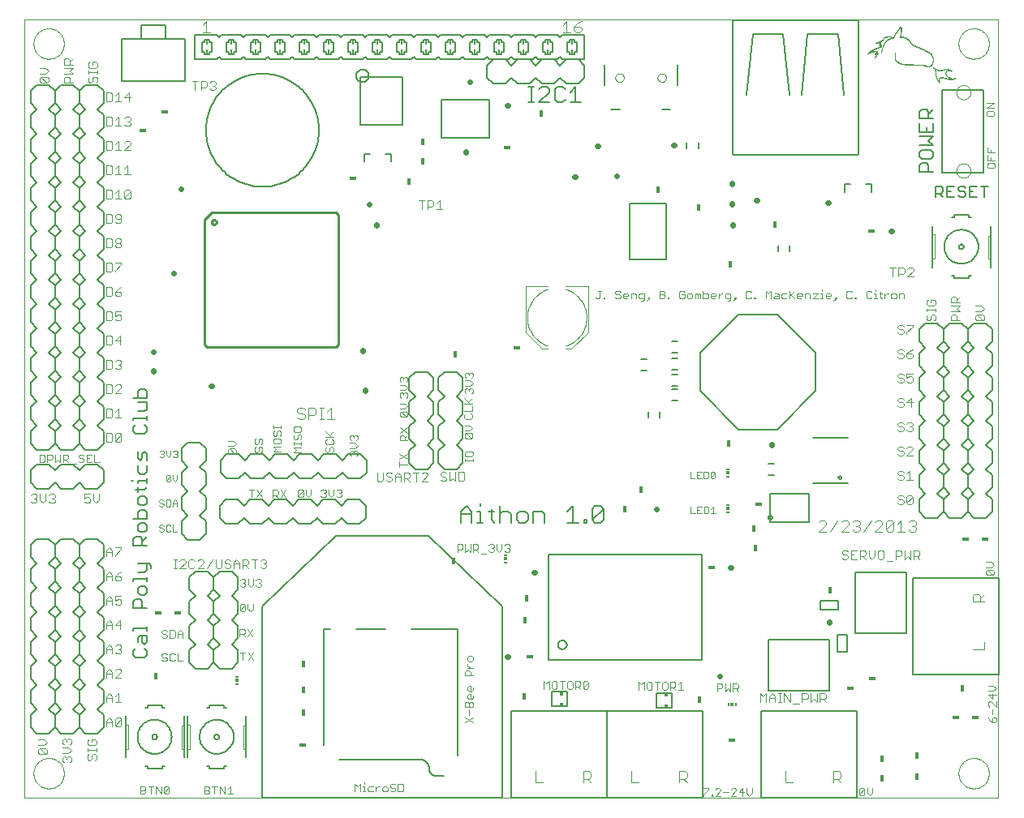
<source format=gto>
G75*
G70*
%OFA0B0*%
%FSLAX24Y24*%
%IPPOS*%
%LPD*%
%AMOC8*
5,1,8,0,0,1.08239X$1,22.5*
%
%ADD10C,0.0000*%
%ADD11C,0.0060*%
%ADD12C,0.0030*%
%ADD13C,0.0020*%
%ADD14C,0.0040*%
%ADD15C,0.0050*%
%ADD16R,0.0004X0.0004*%
%ADD17R,0.0008X0.0004*%
%ADD18R,0.0008X0.0004*%
%ADD19R,0.0012X0.0004*%
%ADD20R,0.0016X0.0004*%
%ADD21R,0.0020X0.0004*%
%ADD22R,0.0024X0.0004*%
%ADD23R,0.0024X0.0004*%
%ADD24R,0.0024X0.0004*%
%ADD25R,0.0028X0.0004*%
%ADD26R,0.0032X0.0004*%
%ADD27R,0.0036X0.0004*%
%ADD28R,0.0036X0.0004*%
%ADD29R,0.0040X0.0004*%
%ADD30R,0.0044X0.0004*%
%ADD31R,0.0044X0.0004*%
%ADD32R,0.0048X0.0004*%
%ADD33R,0.0052X0.0004*%
%ADD34R,0.0028X0.0004*%
%ADD35R,0.0020X0.0004*%
%ADD36R,0.0084X0.0004*%
%ADD37R,0.0140X0.0004*%
%ADD38R,0.0180X0.0004*%
%ADD39R,0.0216X0.0004*%
%ADD40R,0.0244X0.0004*%
%ADD41R,0.0128X0.0004*%
%ADD42R,0.0092X0.0004*%
%ADD43R,0.0108X0.0004*%
%ADD44R,0.0088X0.0004*%
%ADD45R,0.0024X0.0004*%
%ADD46R,0.0100X0.0004*%
%ADD47R,0.0124X0.0004*%
%ADD48R,0.0092X0.0004*%
%ADD49R,0.0148X0.0004*%
%ADD50R,0.0172X0.0004*%
%ADD51R,0.0192X0.0004*%
%ADD52R,0.0084X0.0004*%
%ADD53R,0.0208X0.0004*%
%ADD54R,0.0084X0.0004*%
%ADD55R,0.0076X0.0004*%
%ADD56R,0.0048X0.0004*%
%ADD57R,0.0064X0.0004*%
%ADD58R,0.0060X0.0004*%
%ADD59R,0.0012X0.0004*%
%ADD60R,0.0052X0.0004*%
%ADD61R,0.0092X0.0004*%
%ADD62R,0.0096X0.0004*%
%ADD63R,0.0044X0.0004*%
%ADD64R,0.0056X0.0004*%
%ADD65R,0.0180X0.0004*%
%ADD66R,0.0156X0.0004*%
%ADD67R,0.0136X0.0004*%
%ADD68R,0.0104X0.0004*%
%ADD69R,0.0032X0.0004*%
%ADD70R,0.0032X0.0004*%
%ADD71R,0.0064X0.0004*%
%ADD72R,0.0120X0.0004*%
%ADD73R,0.0040X0.0004*%
%ADD74R,0.0072X0.0004*%
%ADD75R,0.0176X0.0004*%
%ADD76R,0.0164X0.0004*%
%ADD77R,0.0100X0.0004*%
%ADD78R,0.0084X0.0004*%
%ADD79R,0.0132X0.0004*%
%ADD80R,0.0068X0.0004*%
%ADD81R,0.0080X0.0004*%
%ADD82R,0.0112X0.0004*%
%ADD83R,0.0076X0.0004*%
%ADD84R,0.0052X0.0004*%
%ADD85R,0.0080X0.0004*%
%ADD86R,0.0068X0.0004*%
%ADD87R,0.0228X0.0004*%
%ADD88R,0.0204X0.0004*%
%ADD89R,0.0072X0.0004*%
%ADD90R,0.0144X0.0004*%
%ADD91R,0.0012X0.0004*%
%ADD92R,0.0072X0.0004*%
%ADD93R,0.0104X0.0004*%
%ADD94R,0.0052X0.0004*%
%ADD95R,0.0120X0.0004*%
%ADD96R,0.0152X0.0004*%
%ADD97R,0.0200X0.0004*%
%ADD98R,0.0248X0.0004*%
%ADD99R,0.0540X0.0004*%
%ADD100R,0.0640X0.0004*%
%ADD101R,0.0664X0.0004*%
%ADD102R,0.0660X0.0004*%
%ADD103R,0.0620X0.0004*%
%ADD104R,0.0392X0.0004*%
%ADD105R,0.0168X0.0004*%
%ADD106R,0.0144X0.0004*%
%ADD107R,0.0124X0.0004*%
%ADD108R,0.0060X0.0004*%
%ADD109R,0.0064X0.0004*%
%ADD110R,0.0104X0.0004*%
%ADD111R,0.0204X0.0004*%
%ADD112R,0.0184X0.0004*%
%ADD113R,0.0044X0.0004*%
%ADD114R,0.0056X0.0004*%
%ADD115R,0.0032X0.0004*%
%ADD116R,0.0064X0.0004*%
%ADD117R,0.0228X0.0004*%
%ADD118R,0.0144X0.0004*%
%ADD119R,0.0088X0.0004*%
%ADD120R,0.0116X0.0004*%
%ADD121R,0.0188X0.0004*%
%ADD122R,0.0200X0.0004*%
%ADD123R,0.0176X0.0004*%
%ADD124R,0.0016X0.0004*%
%ADD125C,0.0080*%
%ADD126R,0.0100X0.0200*%
%ADD127C,0.0100*%
%ADD128C,0.0220*%
%ADD129R,0.0300X0.0180*%
%ADD130R,0.0180X0.0300*%
%ADD131R,0.0118X0.0059*%
%ADD132R,0.0118X0.0118*%
%ADD133R,0.0059X0.0118*%
%ADD134R,0.0157X0.0138*%
D10*
X000150Y001360D02*
X000150Y033360D01*
X040150Y033360D01*
X040150Y001360D01*
X000150Y001360D01*
X000525Y002360D02*
X000527Y002410D01*
X000533Y002459D01*
X000543Y002508D01*
X000556Y002555D01*
X000574Y002602D01*
X000595Y002647D01*
X000619Y002690D01*
X000647Y002731D01*
X000678Y002770D01*
X000712Y002806D01*
X000749Y002840D01*
X000789Y002870D01*
X000830Y002897D01*
X000874Y002921D01*
X000919Y002941D01*
X000966Y002957D01*
X001014Y002970D01*
X001063Y002979D01*
X001113Y002984D01*
X001162Y002985D01*
X001212Y002982D01*
X001261Y002975D01*
X001310Y002964D01*
X001357Y002950D01*
X001403Y002931D01*
X001448Y002909D01*
X001491Y002884D01*
X001531Y002855D01*
X001569Y002823D01*
X001605Y002789D01*
X001638Y002751D01*
X001667Y002711D01*
X001693Y002669D01*
X001716Y002625D01*
X001735Y002579D01*
X001751Y002532D01*
X001763Y002483D01*
X001771Y002434D01*
X001775Y002385D01*
X001775Y002335D01*
X001771Y002286D01*
X001763Y002237D01*
X001751Y002188D01*
X001735Y002141D01*
X001716Y002095D01*
X001693Y002051D01*
X001667Y002009D01*
X001638Y001969D01*
X001605Y001931D01*
X001569Y001897D01*
X001531Y001865D01*
X001491Y001836D01*
X001448Y001811D01*
X001403Y001789D01*
X001357Y001770D01*
X001310Y001756D01*
X001261Y001745D01*
X001212Y001738D01*
X001162Y001735D01*
X001113Y001736D01*
X001063Y001741D01*
X001014Y001750D01*
X000966Y001763D01*
X000919Y001779D01*
X000874Y001799D01*
X000830Y001823D01*
X000789Y001850D01*
X000749Y001880D01*
X000712Y001914D01*
X000678Y001950D01*
X000647Y001989D01*
X000619Y002030D01*
X000595Y002073D01*
X000574Y002118D01*
X000556Y002165D01*
X000543Y002212D01*
X000533Y002261D01*
X000527Y002310D01*
X000525Y002360D01*
X024427Y030960D02*
X024429Y030986D01*
X024435Y031012D01*
X024445Y031037D01*
X024458Y031060D01*
X024474Y031080D01*
X024494Y031098D01*
X024516Y031113D01*
X024539Y031125D01*
X024565Y031133D01*
X024591Y031137D01*
X024617Y031137D01*
X024643Y031133D01*
X024669Y031125D01*
X024693Y031113D01*
X024714Y031098D01*
X024734Y031080D01*
X024750Y031060D01*
X024763Y031037D01*
X024773Y031012D01*
X024779Y030986D01*
X024781Y030960D01*
X024779Y030934D01*
X024773Y030908D01*
X024763Y030883D01*
X024750Y030860D01*
X024734Y030840D01*
X024714Y030822D01*
X024692Y030807D01*
X024669Y030795D01*
X024643Y030787D01*
X024617Y030783D01*
X024591Y030783D01*
X024565Y030787D01*
X024539Y030795D01*
X024515Y030807D01*
X024494Y030822D01*
X024474Y030840D01*
X024458Y030860D01*
X024445Y030883D01*
X024435Y030908D01*
X024429Y030934D01*
X024427Y030960D01*
X026159Y030960D02*
X026161Y030986D01*
X026167Y031012D01*
X026177Y031037D01*
X026190Y031060D01*
X026206Y031080D01*
X026226Y031098D01*
X026248Y031113D01*
X026271Y031125D01*
X026297Y031133D01*
X026323Y031137D01*
X026349Y031137D01*
X026375Y031133D01*
X026401Y031125D01*
X026425Y031113D01*
X026446Y031098D01*
X026466Y031080D01*
X026482Y031060D01*
X026495Y031037D01*
X026505Y031012D01*
X026511Y030986D01*
X026513Y030960D01*
X026511Y030934D01*
X026505Y030908D01*
X026495Y030883D01*
X026482Y030860D01*
X026466Y030840D01*
X026446Y030822D01*
X026424Y030807D01*
X026401Y030795D01*
X026375Y030787D01*
X026349Y030783D01*
X026323Y030783D01*
X026297Y030787D01*
X026271Y030795D01*
X026247Y030807D01*
X026226Y030822D01*
X026206Y030840D01*
X026190Y030860D01*
X026177Y030883D01*
X026167Y030908D01*
X026161Y030934D01*
X026159Y030960D01*
X038431Y030364D02*
X038433Y030398D01*
X038439Y030432D01*
X038449Y030465D01*
X038462Y030496D01*
X038480Y030526D01*
X038500Y030554D01*
X038524Y030579D01*
X038550Y030601D01*
X038578Y030619D01*
X038609Y030635D01*
X038641Y030647D01*
X038675Y030655D01*
X038709Y030659D01*
X038743Y030659D01*
X038777Y030655D01*
X038811Y030647D01*
X038843Y030635D01*
X038873Y030619D01*
X038902Y030601D01*
X038928Y030579D01*
X038952Y030554D01*
X038972Y030526D01*
X038990Y030496D01*
X039003Y030465D01*
X039013Y030432D01*
X039019Y030398D01*
X039021Y030364D01*
X039019Y030330D01*
X039013Y030296D01*
X039003Y030263D01*
X038990Y030232D01*
X038972Y030202D01*
X038952Y030174D01*
X038928Y030149D01*
X038902Y030127D01*
X038874Y030109D01*
X038843Y030093D01*
X038811Y030081D01*
X038777Y030073D01*
X038743Y030069D01*
X038709Y030069D01*
X038675Y030073D01*
X038641Y030081D01*
X038609Y030093D01*
X038578Y030109D01*
X038550Y030127D01*
X038524Y030149D01*
X038500Y030174D01*
X038480Y030202D01*
X038462Y030232D01*
X038449Y030263D01*
X038439Y030296D01*
X038433Y030330D01*
X038431Y030364D01*
X038525Y032360D02*
X038527Y032410D01*
X038533Y032459D01*
X038543Y032508D01*
X038556Y032555D01*
X038574Y032602D01*
X038595Y032647D01*
X038619Y032690D01*
X038647Y032731D01*
X038678Y032770D01*
X038712Y032806D01*
X038749Y032840D01*
X038789Y032870D01*
X038830Y032897D01*
X038874Y032921D01*
X038919Y032941D01*
X038966Y032957D01*
X039014Y032970D01*
X039063Y032979D01*
X039113Y032984D01*
X039162Y032985D01*
X039212Y032982D01*
X039261Y032975D01*
X039310Y032964D01*
X039357Y032950D01*
X039403Y032931D01*
X039448Y032909D01*
X039491Y032884D01*
X039531Y032855D01*
X039569Y032823D01*
X039605Y032789D01*
X039638Y032751D01*
X039667Y032711D01*
X039693Y032669D01*
X039716Y032625D01*
X039735Y032579D01*
X039751Y032532D01*
X039763Y032483D01*
X039771Y032434D01*
X039775Y032385D01*
X039775Y032335D01*
X039771Y032286D01*
X039763Y032237D01*
X039751Y032188D01*
X039735Y032141D01*
X039716Y032095D01*
X039693Y032051D01*
X039667Y032009D01*
X039638Y031969D01*
X039605Y031931D01*
X039569Y031897D01*
X039531Y031865D01*
X039491Y031836D01*
X039448Y031811D01*
X039403Y031789D01*
X039357Y031770D01*
X039310Y031756D01*
X039261Y031745D01*
X039212Y031738D01*
X039162Y031735D01*
X039113Y031736D01*
X039063Y031741D01*
X039014Y031750D01*
X038966Y031763D01*
X038919Y031779D01*
X038874Y031799D01*
X038830Y031823D01*
X038789Y031850D01*
X038749Y031880D01*
X038712Y031914D01*
X038678Y031950D01*
X038647Y031989D01*
X038619Y032030D01*
X038595Y032073D01*
X038574Y032118D01*
X038556Y032165D01*
X038543Y032212D01*
X038533Y032261D01*
X038527Y032310D01*
X038525Y032360D01*
X038431Y027135D02*
X038433Y027169D01*
X038439Y027203D01*
X038449Y027236D01*
X038462Y027267D01*
X038480Y027297D01*
X038500Y027325D01*
X038524Y027350D01*
X038550Y027372D01*
X038578Y027390D01*
X038609Y027406D01*
X038641Y027418D01*
X038675Y027426D01*
X038709Y027430D01*
X038743Y027430D01*
X038777Y027426D01*
X038811Y027418D01*
X038843Y027406D01*
X038873Y027390D01*
X038902Y027372D01*
X038928Y027350D01*
X038952Y027325D01*
X038972Y027297D01*
X038990Y027267D01*
X039003Y027236D01*
X039013Y027203D01*
X039019Y027169D01*
X039021Y027135D01*
X039019Y027101D01*
X039013Y027067D01*
X039003Y027034D01*
X038990Y027003D01*
X038972Y026973D01*
X038952Y026945D01*
X038928Y026920D01*
X038902Y026898D01*
X038874Y026880D01*
X038843Y026864D01*
X038811Y026852D01*
X038777Y026844D01*
X038743Y026840D01*
X038709Y026840D01*
X038675Y026844D01*
X038641Y026852D01*
X038609Y026864D01*
X038578Y026880D01*
X038550Y026898D01*
X038524Y026920D01*
X038500Y026945D01*
X038480Y026973D01*
X038462Y027003D01*
X038449Y027034D01*
X038439Y027067D01*
X038433Y027101D01*
X038431Y027135D01*
X038525Y002360D02*
X038527Y002410D01*
X038533Y002459D01*
X038543Y002508D01*
X038556Y002555D01*
X038574Y002602D01*
X038595Y002647D01*
X038619Y002690D01*
X038647Y002731D01*
X038678Y002770D01*
X038712Y002806D01*
X038749Y002840D01*
X038789Y002870D01*
X038830Y002897D01*
X038874Y002921D01*
X038919Y002941D01*
X038966Y002957D01*
X039014Y002970D01*
X039063Y002979D01*
X039113Y002984D01*
X039162Y002985D01*
X039212Y002982D01*
X039261Y002975D01*
X039310Y002964D01*
X039357Y002950D01*
X039403Y002931D01*
X039448Y002909D01*
X039491Y002884D01*
X039531Y002855D01*
X039569Y002823D01*
X039605Y002789D01*
X039638Y002751D01*
X039667Y002711D01*
X039693Y002669D01*
X039716Y002625D01*
X039735Y002579D01*
X039751Y002532D01*
X039763Y002483D01*
X039771Y002434D01*
X039775Y002385D01*
X039775Y002335D01*
X039771Y002286D01*
X039763Y002237D01*
X039751Y002188D01*
X039735Y002141D01*
X039716Y002095D01*
X039693Y002051D01*
X039667Y002009D01*
X039638Y001969D01*
X039605Y001931D01*
X039569Y001897D01*
X039531Y001865D01*
X039491Y001836D01*
X039448Y001811D01*
X039403Y001789D01*
X039357Y001770D01*
X039310Y001756D01*
X039261Y001745D01*
X039212Y001738D01*
X039162Y001735D01*
X039113Y001736D01*
X039063Y001741D01*
X039014Y001750D01*
X038966Y001763D01*
X038919Y001779D01*
X038874Y001799D01*
X038830Y001823D01*
X038789Y001850D01*
X038749Y001880D01*
X038712Y001914D01*
X038678Y001950D01*
X038647Y001989D01*
X038619Y002030D01*
X038595Y002073D01*
X038574Y002118D01*
X038556Y002165D01*
X038543Y002212D01*
X038533Y002261D01*
X038527Y002310D01*
X038525Y002360D01*
X000525Y032360D02*
X000527Y032410D01*
X000533Y032459D01*
X000543Y032508D01*
X000556Y032555D01*
X000574Y032602D01*
X000595Y032647D01*
X000619Y032690D01*
X000647Y032731D01*
X000678Y032770D01*
X000712Y032806D01*
X000749Y032840D01*
X000789Y032870D01*
X000830Y032897D01*
X000874Y032921D01*
X000919Y032941D01*
X000966Y032957D01*
X001014Y032970D01*
X001063Y032979D01*
X001113Y032984D01*
X001162Y032985D01*
X001212Y032982D01*
X001261Y032975D01*
X001310Y032964D01*
X001357Y032950D01*
X001403Y032931D01*
X001448Y032909D01*
X001491Y032884D01*
X001531Y032855D01*
X001569Y032823D01*
X001605Y032789D01*
X001638Y032751D01*
X001667Y032711D01*
X001693Y032669D01*
X001716Y032625D01*
X001735Y032579D01*
X001751Y032532D01*
X001763Y032483D01*
X001771Y032434D01*
X001775Y032385D01*
X001775Y032335D01*
X001771Y032286D01*
X001763Y032237D01*
X001751Y032188D01*
X001735Y032141D01*
X001716Y032095D01*
X001693Y032051D01*
X001667Y032009D01*
X001638Y031969D01*
X001605Y031931D01*
X001569Y031897D01*
X001531Y031865D01*
X001491Y031836D01*
X001448Y031811D01*
X001403Y031789D01*
X001357Y031770D01*
X001310Y031756D01*
X001261Y031745D01*
X001212Y031738D01*
X001162Y031735D01*
X001113Y031736D01*
X001063Y031741D01*
X001014Y031750D01*
X000966Y031763D01*
X000919Y031779D01*
X000874Y031799D01*
X000830Y031823D01*
X000789Y031850D01*
X000749Y031880D01*
X000712Y031914D01*
X000678Y031950D01*
X000647Y031989D01*
X000619Y032030D01*
X000595Y032073D01*
X000574Y032118D01*
X000556Y032165D01*
X000543Y032212D01*
X000533Y032261D01*
X000527Y032310D01*
X000525Y032360D01*
D11*
X020864Y030578D02*
X021078Y030578D01*
X020971Y030578D02*
X020971Y029938D01*
X020864Y029938D02*
X021078Y029938D01*
X021294Y029938D02*
X021721Y030365D01*
X021721Y030471D01*
X021614Y030578D01*
X021400Y030578D01*
X021294Y030471D01*
X021294Y029938D02*
X021721Y029938D01*
X021938Y030044D02*
X021938Y030471D01*
X022045Y030578D01*
X022259Y030578D01*
X022365Y030471D01*
X022583Y030365D02*
X022796Y030578D01*
X022796Y029938D01*
X022583Y029938D02*
X023010Y029938D01*
X022365Y030044D02*
X022259Y029938D01*
X022045Y029938D01*
X021938Y030044D01*
X027364Y028278D02*
X027364Y028041D01*
X027836Y028041D02*
X027836Y028278D01*
X031111Y024044D02*
X031111Y023807D01*
X031583Y023807D02*
X031583Y024044D01*
X026988Y020126D02*
X026752Y020126D01*
X026752Y019653D02*
X026988Y019653D01*
X026998Y019416D02*
X026762Y019416D01*
X026762Y018943D02*
X026998Y018943D01*
X026998Y018766D02*
X026762Y018766D01*
X026762Y018293D02*
X026998Y018293D01*
X026998Y018146D02*
X026762Y018146D01*
X026762Y017673D02*
X026998Y017673D01*
X026256Y017228D02*
X026256Y016991D01*
X025784Y016991D02*
X025784Y017228D01*
X025718Y018923D02*
X025482Y018923D01*
X025482Y019396D02*
X025718Y019396D01*
X030702Y015086D02*
X030938Y015086D01*
X030938Y014613D02*
X030702Y014613D01*
X032550Y014300D02*
X033970Y014300D01*
X033970Y016160D02*
X032550Y016160D01*
X038340Y022710D02*
X038940Y022710D01*
X038940Y022810D01*
X039040Y022810D01*
X038340Y022810D02*
X038240Y022810D01*
X038340Y022810D02*
X038340Y022710D01*
X037440Y023160D02*
X037440Y023510D01*
X037440Y024510D01*
X037440Y024860D01*
X038240Y025210D02*
X038340Y025210D01*
X038340Y025310D01*
X038940Y025310D01*
X038940Y025210D01*
X039040Y025210D01*
X039840Y024860D02*
X039840Y024460D01*
X039840Y023510D01*
X039840Y023160D01*
X038540Y024010D02*
X038542Y024030D01*
X038548Y024048D01*
X038557Y024066D01*
X038569Y024081D01*
X038584Y024093D01*
X038602Y024102D01*
X038620Y024108D01*
X038640Y024110D01*
X038660Y024108D01*
X038678Y024102D01*
X038696Y024093D01*
X038711Y024081D01*
X038723Y024066D01*
X038732Y024048D01*
X038738Y024030D01*
X038740Y024010D01*
X038738Y023990D01*
X038732Y023972D01*
X038723Y023954D01*
X038711Y023939D01*
X038696Y023927D01*
X038678Y023918D01*
X038660Y023912D01*
X038640Y023910D01*
X038620Y023912D01*
X038602Y023918D01*
X038584Y023927D01*
X038569Y023939D01*
X038557Y023954D01*
X038548Y023972D01*
X038542Y023990D01*
X038540Y024010D01*
X037940Y024010D02*
X037942Y024062D01*
X037948Y024114D01*
X037958Y024166D01*
X037971Y024216D01*
X037988Y024266D01*
X038009Y024314D01*
X038034Y024360D01*
X038062Y024404D01*
X038093Y024446D01*
X038127Y024486D01*
X038164Y024523D01*
X038204Y024557D01*
X038246Y024588D01*
X038290Y024616D01*
X038336Y024641D01*
X038384Y024662D01*
X038434Y024679D01*
X038484Y024692D01*
X038536Y024702D01*
X038588Y024708D01*
X038640Y024710D01*
X038692Y024708D01*
X038744Y024702D01*
X038796Y024692D01*
X038846Y024679D01*
X038896Y024662D01*
X038944Y024641D01*
X038990Y024616D01*
X039034Y024588D01*
X039076Y024557D01*
X039116Y024523D01*
X039153Y024486D01*
X039187Y024446D01*
X039218Y024404D01*
X039246Y024360D01*
X039271Y024314D01*
X039292Y024266D01*
X039309Y024216D01*
X039322Y024166D01*
X039332Y024114D01*
X039338Y024062D01*
X039340Y024010D01*
X039338Y023958D01*
X039332Y023906D01*
X039322Y023854D01*
X039309Y023804D01*
X039292Y023754D01*
X039271Y023706D01*
X039246Y023660D01*
X039218Y023616D01*
X039187Y023574D01*
X039153Y023534D01*
X039116Y023497D01*
X039076Y023463D01*
X039034Y023432D01*
X038990Y023404D01*
X038944Y023379D01*
X038896Y023358D01*
X038846Y023341D01*
X038796Y023328D01*
X038744Y023318D01*
X038692Y023312D01*
X038640Y023310D01*
X038588Y023312D01*
X038536Y023318D01*
X038484Y023328D01*
X038434Y023341D01*
X038384Y023358D01*
X038336Y023379D01*
X038290Y023404D01*
X038246Y023432D01*
X038204Y023463D01*
X038164Y023497D01*
X038127Y023534D01*
X038093Y023574D01*
X038062Y023616D01*
X038034Y023660D01*
X038009Y023706D01*
X037988Y023754D01*
X037971Y023804D01*
X037958Y023854D01*
X037948Y023906D01*
X037942Y023958D01*
X037940Y024010D01*
X023940Y013235D02*
X023940Y012775D01*
X023825Y012660D01*
X023595Y012660D01*
X023480Y012775D01*
X023940Y013235D01*
X023825Y013350D01*
X023595Y013350D01*
X023480Y013235D01*
X023480Y012775D01*
X023249Y012775D02*
X023249Y012660D01*
X023134Y012660D01*
X023134Y012775D01*
X023249Y012775D01*
X022904Y012660D02*
X022444Y012660D01*
X022674Y012660D02*
X022674Y013350D01*
X022444Y013120D01*
X021523Y013005D02*
X021523Y012660D01*
X021523Y013005D02*
X021408Y013120D01*
X021063Y013120D01*
X021063Y012660D01*
X020832Y012775D02*
X020832Y013005D01*
X020717Y013120D01*
X020487Y013120D01*
X020372Y013005D01*
X020372Y012775D01*
X020487Y012660D01*
X020717Y012660D01*
X020832Y012775D01*
X020142Y012660D02*
X020142Y013005D01*
X020027Y013120D01*
X019796Y013120D01*
X019681Y013005D01*
X019451Y013120D02*
X019221Y013120D01*
X019336Y013235D02*
X019336Y012775D01*
X019451Y012660D01*
X019681Y012660D02*
X019681Y013350D01*
X018876Y013350D02*
X018876Y013465D01*
X018876Y013120D02*
X018876Y012660D01*
X018761Y012660D02*
X018991Y012660D01*
X018530Y012660D02*
X018530Y013120D01*
X018300Y013350D01*
X018070Y013120D01*
X018070Y012660D01*
X018070Y013005D02*
X018530Y013005D01*
X018761Y013120D02*
X018876Y013120D01*
X009250Y004710D02*
X009250Y004310D01*
X009250Y003360D01*
X009250Y003010D01*
X008450Y002660D02*
X008350Y002660D01*
X008350Y002560D01*
X007750Y002560D01*
X007750Y002660D01*
X007650Y002660D01*
X006850Y003010D02*
X006850Y003360D01*
X006850Y004360D01*
X006850Y004710D01*
X006700Y004710D02*
X006700Y004310D01*
X006700Y003360D01*
X006700Y003010D01*
X005900Y002660D02*
X005800Y002660D01*
X005800Y002560D01*
X005200Y002560D01*
X005200Y002660D01*
X005100Y002660D01*
X004300Y003010D02*
X004300Y003360D01*
X004300Y004360D01*
X004300Y004710D01*
X005100Y005060D02*
X005200Y005060D01*
X005200Y005160D01*
X005800Y005160D01*
X005800Y005060D01*
X005900Y005060D01*
X005400Y003860D02*
X005402Y003880D01*
X005408Y003898D01*
X005417Y003916D01*
X005429Y003931D01*
X005444Y003943D01*
X005462Y003952D01*
X005480Y003958D01*
X005500Y003960D01*
X005520Y003958D01*
X005538Y003952D01*
X005556Y003943D01*
X005571Y003931D01*
X005583Y003916D01*
X005592Y003898D01*
X005598Y003880D01*
X005600Y003860D01*
X005598Y003840D01*
X005592Y003822D01*
X005583Y003804D01*
X005571Y003789D01*
X005556Y003777D01*
X005538Y003768D01*
X005520Y003762D01*
X005500Y003760D01*
X005480Y003762D01*
X005462Y003768D01*
X005444Y003777D01*
X005429Y003789D01*
X005417Y003804D01*
X005408Y003822D01*
X005402Y003840D01*
X005400Y003860D01*
X004800Y003860D02*
X004802Y003912D01*
X004808Y003964D01*
X004818Y004016D01*
X004831Y004066D01*
X004848Y004116D01*
X004869Y004164D01*
X004894Y004210D01*
X004922Y004254D01*
X004953Y004296D01*
X004987Y004336D01*
X005024Y004373D01*
X005064Y004407D01*
X005106Y004438D01*
X005150Y004466D01*
X005196Y004491D01*
X005244Y004512D01*
X005294Y004529D01*
X005344Y004542D01*
X005396Y004552D01*
X005448Y004558D01*
X005500Y004560D01*
X005552Y004558D01*
X005604Y004552D01*
X005656Y004542D01*
X005706Y004529D01*
X005756Y004512D01*
X005804Y004491D01*
X005850Y004466D01*
X005894Y004438D01*
X005936Y004407D01*
X005976Y004373D01*
X006013Y004336D01*
X006047Y004296D01*
X006078Y004254D01*
X006106Y004210D01*
X006131Y004164D01*
X006152Y004116D01*
X006169Y004066D01*
X006182Y004016D01*
X006192Y003964D01*
X006198Y003912D01*
X006200Y003860D01*
X006198Y003808D01*
X006192Y003756D01*
X006182Y003704D01*
X006169Y003654D01*
X006152Y003604D01*
X006131Y003556D01*
X006106Y003510D01*
X006078Y003466D01*
X006047Y003424D01*
X006013Y003384D01*
X005976Y003347D01*
X005936Y003313D01*
X005894Y003282D01*
X005850Y003254D01*
X005804Y003229D01*
X005756Y003208D01*
X005706Y003191D01*
X005656Y003178D01*
X005604Y003168D01*
X005552Y003162D01*
X005500Y003160D01*
X005448Y003162D01*
X005396Y003168D01*
X005344Y003178D01*
X005294Y003191D01*
X005244Y003208D01*
X005196Y003229D01*
X005150Y003254D01*
X005106Y003282D01*
X005064Y003313D01*
X005024Y003347D01*
X004987Y003384D01*
X004953Y003424D01*
X004922Y003466D01*
X004894Y003510D01*
X004869Y003556D01*
X004848Y003604D01*
X004831Y003654D01*
X004818Y003704D01*
X004808Y003756D01*
X004802Y003808D01*
X004800Y003860D01*
X007650Y005060D02*
X007750Y005060D01*
X007750Y005160D01*
X008350Y005160D01*
X008350Y005060D01*
X008450Y005060D01*
X007950Y003860D02*
X007952Y003880D01*
X007958Y003898D01*
X007967Y003916D01*
X007979Y003931D01*
X007994Y003943D01*
X008012Y003952D01*
X008030Y003958D01*
X008050Y003960D01*
X008070Y003958D01*
X008088Y003952D01*
X008106Y003943D01*
X008121Y003931D01*
X008133Y003916D01*
X008142Y003898D01*
X008148Y003880D01*
X008150Y003860D01*
X008148Y003840D01*
X008142Y003822D01*
X008133Y003804D01*
X008121Y003789D01*
X008106Y003777D01*
X008088Y003768D01*
X008070Y003762D01*
X008050Y003760D01*
X008030Y003762D01*
X008012Y003768D01*
X007994Y003777D01*
X007979Y003789D01*
X007967Y003804D01*
X007958Y003822D01*
X007952Y003840D01*
X007950Y003860D01*
X007350Y003860D02*
X007352Y003912D01*
X007358Y003964D01*
X007368Y004016D01*
X007381Y004066D01*
X007398Y004116D01*
X007419Y004164D01*
X007444Y004210D01*
X007472Y004254D01*
X007503Y004296D01*
X007537Y004336D01*
X007574Y004373D01*
X007614Y004407D01*
X007656Y004438D01*
X007700Y004466D01*
X007746Y004491D01*
X007794Y004512D01*
X007844Y004529D01*
X007894Y004542D01*
X007946Y004552D01*
X007998Y004558D01*
X008050Y004560D01*
X008102Y004558D01*
X008154Y004552D01*
X008206Y004542D01*
X008256Y004529D01*
X008306Y004512D01*
X008354Y004491D01*
X008400Y004466D01*
X008444Y004438D01*
X008486Y004407D01*
X008526Y004373D01*
X008563Y004336D01*
X008597Y004296D01*
X008628Y004254D01*
X008656Y004210D01*
X008681Y004164D01*
X008702Y004116D01*
X008719Y004066D01*
X008732Y004016D01*
X008742Y003964D01*
X008748Y003912D01*
X008750Y003860D01*
X008748Y003808D01*
X008742Y003756D01*
X008732Y003704D01*
X008719Y003654D01*
X008702Y003604D01*
X008681Y003556D01*
X008656Y003510D01*
X008628Y003466D01*
X008597Y003424D01*
X008563Y003384D01*
X008526Y003347D01*
X008486Y003313D01*
X008444Y003282D01*
X008400Y003254D01*
X008354Y003229D01*
X008306Y003208D01*
X008256Y003191D01*
X008206Y003178D01*
X008154Y003168D01*
X008102Y003162D01*
X008050Y003160D01*
X007998Y003162D01*
X007946Y003168D01*
X007894Y003178D01*
X007844Y003191D01*
X007794Y003208D01*
X007746Y003229D01*
X007700Y003254D01*
X007656Y003282D01*
X007614Y003313D01*
X007574Y003347D01*
X007537Y003384D01*
X007503Y003424D01*
X007472Y003466D01*
X007444Y003510D01*
X007419Y003556D01*
X007398Y003604D01*
X007381Y003654D01*
X007368Y003704D01*
X007358Y003756D01*
X007352Y003808D01*
X007350Y003860D01*
D12*
X007535Y001825D02*
X007695Y001825D01*
X007749Y001772D01*
X007749Y001718D01*
X007695Y001665D01*
X007535Y001665D01*
X007535Y001505D02*
X007535Y001825D01*
X007695Y001665D02*
X007749Y001611D01*
X007749Y001558D01*
X007695Y001505D01*
X007535Y001505D01*
X007964Y001505D02*
X007964Y001825D01*
X007857Y001825D02*
X008071Y001825D01*
X008180Y001825D02*
X008393Y001505D01*
X008393Y001825D01*
X008502Y001718D02*
X008609Y001825D01*
X008609Y001505D01*
X008715Y001505D02*
X008502Y001505D01*
X008180Y001505D02*
X008180Y001825D01*
X006095Y001772D02*
X006095Y001558D01*
X006042Y001505D01*
X005935Y001505D01*
X005882Y001558D01*
X006095Y001772D01*
X006042Y001825D01*
X005935Y001825D01*
X005882Y001772D01*
X005882Y001558D01*
X005773Y001505D02*
X005773Y001825D01*
X005560Y001825D02*
X005560Y001505D01*
X005773Y001505D02*
X005560Y001825D01*
X005451Y001825D02*
X005237Y001825D01*
X005344Y001825D02*
X005344Y001505D01*
X005129Y001558D02*
X005075Y001505D01*
X004915Y001505D01*
X004915Y001825D01*
X005075Y001825D01*
X005129Y001772D01*
X005129Y001718D01*
X005075Y001665D01*
X004915Y001665D01*
X005075Y001665D02*
X005129Y001611D01*
X005129Y001558D01*
X003107Y002962D02*
X003107Y003086D01*
X003045Y003147D01*
X002984Y003147D01*
X002922Y003086D01*
X002922Y002962D01*
X002860Y002900D01*
X002798Y002900D01*
X002737Y002962D01*
X002737Y003086D01*
X002798Y003147D01*
X002737Y003269D02*
X002737Y003392D01*
X002737Y003330D02*
X003107Y003330D01*
X003107Y003269D02*
X003107Y003392D01*
X003045Y003514D02*
X003107Y003576D01*
X003107Y003699D01*
X003045Y003761D01*
X002922Y003761D01*
X002922Y003638D01*
X002798Y003761D02*
X002737Y003699D01*
X002737Y003576D01*
X002798Y003514D01*
X003045Y003514D01*
X003107Y002962D02*
X003045Y002900D01*
X002075Y002867D02*
X002013Y002806D01*
X002075Y002867D02*
X002075Y002991D01*
X002013Y003053D01*
X001952Y003053D01*
X001890Y002991D01*
X001890Y002929D01*
X001890Y002991D02*
X001828Y003053D01*
X001766Y003053D01*
X001705Y002991D01*
X001705Y002867D01*
X001766Y002806D01*
X001705Y003174D02*
X001952Y003174D01*
X002075Y003297D01*
X001952Y003421D01*
X001705Y003421D01*
X001766Y003542D02*
X001705Y003604D01*
X001705Y003727D01*
X001766Y003789D01*
X001828Y003789D01*
X001890Y003727D01*
X001952Y003789D01*
X002013Y003789D01*
X002075Y003727D01*
X002075Y003604D01*
X002013Y003542D01*
X001890Y003666D02*
X001890Y003727D01*
X001079Y003630D02*
X000956Y003753D01*
X000709Y003753D01*
X000709Y003506D02*
X000956Y003506D01*
X001079Y003630D01*
X001017Y003385D02*
X001079Y003323D01*
X001079Y003200D01*
X001017Y003138D01*
X000770Y003385D01*
X001017Y003385D01*
X000770Y003385D02*
X000709Y003323D01*
X000709Y003200D01*
X000770Y003138D01*
X001017Y003138D01*
X003515Y004275D02*
X003515Y004521D01*
X003638Y004645D01*
X003762Y004521D01*
X003762Y004275D01*
X003883Y004336D02*
X004130Y004583D01*
X004130Y004336D01*
X004068Y004275D01*
X003945Y004275D01*
X003883Y004336D01*
X003883Y004583D01*
X003945Y004645D01*
X004068Y004645D01*
X004130Y004583D01*
X003762Y004460D02*
X003515Y004460D01*
X003515Y005275D02*
X003515Y005521D01*
X003638Y005645D01*
X003762Y005521D01*
X003762Y005275D01*
X003883Y005275D02*
X004130Y005275D01*
X004007Y005275D02*
X004007Y005645D01*
X003883Y005521D01*
X003762Y005460D02*
X003515Y005460D01*
X003515Y006275D02*
X003515Y006521D01*
X003638Y006645D01*
X003762Y006521D01*
X003762Y006275D01*
X003883Y006275D02*
X004130Y006521D01*
X004130Y006583D01*
X004068Y006645D01*
X003945Y006645D01*
X003883Y006583D01*
X003762Y006460D02*
X003515Y006460D01*
X003883Y006275D02*
X004130Y006275D01*
X004068Y007275D02*
X003945Y007275D01*
X003883Y007336D01*
X003762Y007275D02*
X003762Y007521D01*
X003638Y007645D01*
X003515Y007521D01*
X003515Y007275D01*
X003515Y007460D02*
X003762Y007460D01*
X003883Y007583D02*
X003945Y007645D01*
X004068Y007645D01*
X004130Y007583D01*
X004130Y007521D01*
X004068Y007460D01*
X004130Y007398D01*
X004130Y007336D01*
X004068Y007275D01*
X004068Y007460D02*
X004007Y007460D01*
X004068Y008275D02*
X004068Y008645D01*
X003883Y008460D01*
X004130Y008460D01*
X003762Y008460D02*
X003515Y008460D01*
X003515Y008521D02*
X003638Y008645D01*
X003762Y008521D01*
X003762Y008275D01*
X003515Y008275D02*
X003515Y008521D01*
X003515Y009275D02*
X003515Y009521D01*
X003638Y009645D01*
X003762Y009521D01*
X003762Y009275D01*
X003883Y009336D02*
X003945Y009275D01*
X004068Y009275D01*
X004130Y009336D01*
X004130Y009460D01*
X004068Y009521D01*
X004007Y009521D01*
X003883Y009460D01*
X003883Y009645D01*
X004130Y009645D01*
X003762Y009460D02*
X003515Y009460D01*
X003515Y010275D02*
X003515Y010521D01*
X003638Y010645D01*
X003762Y010521D01*
X003762Y010275D01*
X003883Y010336D02*
X003945Y010275D01*
X004068Y010275D01*
X004130Y010336D01*
X004130Y010398D01*
X004068Y010460D01*
X003883Y010460D01*
X003883Y010336D01*
X003883Y010460D02*
X004007Y010583D01*
X004130Y010645D01*
X003762Y010460D02*
X003515Y010460D01*
X003515Y011275D02*
X003515Y011521D01*
X003638Y011645D01*
X003762Y011521D01*
X003762Y011275D01*
X003883Y011275D02*
X003883Y011336D01*
X004130Y011583D01*
X004130Y011645D01*
X003883Y011645D01*
X003762Y011460D02*
X003515Y011460D01*
X003097Y013475D02*
X003220Y013598D01*
X003220Y013845D01*
X002973Y013845D02*
X002973Y013598D01*
X003097Y013475D01*
X002852Y013536D02*
X002790Y013475D01*
X002667Y013475D01*
X002605Y013536D01*
X002605Y013660D02*
X002728Y013721D01*
X002790Y013721D01*
X002852Y013660D01*
X002852Y013536D01*
X002605Y013660D02*
X002605Y013845D01*
X002852Y013845D01*
X002268Y015091D02*
X002054Y015091D01*
X001945Y015145D02*
X001839Y015251D01*
X001892Y015251D02*
X001732Y015251D01*
X001732Y015145D02*
X001732Y015465D01*
X001892Y015465D01*
X001945Y015412D01*
X001945Y015305D01*
X001892Y015251D01*
X001623Y015145D02*
X001623Y015465D01*
X001410Y015465D02*
X001410Y015145D01*
X001516Y015251D01*
X001623Y015145D01*
X001301Y015305D02*
X001247Y015251D01*
X001087Y015251D01*
X001087Y015145D02*
X001087Y015465D01*
X001247Y015465D01*
X001301Y015412D01*
X001301Y015305D01*
X000979Y015412D02*
X000925Y015465D01*
X000765Y015465D01*
X000765Y015145D01*
X000925Y015145D01*
X000979Y015198D01*
X000979Y015412D01*
X002376Y015412D02*
X002376Y015358D01*
X002430Y015305D01*
X002537Y015305D01*
X002590Y015251D01*
X002590Y015198D01*
X002537Y015145D01*
X002430Y015145D01*
X002376Y015198D01*
X002376Y015412D02*
X002430Y015465D01*
X002537Y015465D01*
X002590Y015412D01*
X002699Y015465D02*
X002699Y015145D01*
X002912Y015145D01*
X003021Y015145D02*
X003234Y015145D01*
X003021Y015145D02*
X003021Y015465D01*
X002912Y015465D02*
X002699Y015465D01*
X002699Y015305D02*
X002805Y015305D01*
X003515Y015975D02*
X003700Y015975D01*
X003762Y016036D01*
X003762Y016283D01*
X003700Y016345D01*
X003515Y016345D01*
X003515Y015975D01*
X003883Y016036D02*
X003883Y016283D01*
X003945Y016345D01*
X004068Y016345D01*
X004130Y016283D01*
X003883Y016036D01*
X003945Y015975D01*
X004068Y015975D01*
X004130Y016036D01*
X004130Y016283D01*
X004130Y016975D02*
X003883Y016975D01*
X004007Y016975D02*
X004007Y017345D01*
X003883Y017221D01*
X003762Y017283D02*
X003700Y017345D01*
X003515Y017345D01*
X003515Y016975D01*
X003700Y016975D01*
X003762Y017036D01*
X003762Y017283D01*
X003700Y017975D02*
X003515Y017975D01*
X003515Y018345D01*
X003700Y018345D01*
X003762Y018283D01*
X003762Y018036D01*
X003700Y017975D01*
X003883Y017975D02*
X004130Y018221D01*
X004130Y018283D01*
X004068Y018345D01*
X003945Y018345D01*
X003883Y018283D01*
X003883Y017975D02*
X004130Y017975D01*
X004068Y018975D02*
X003945Y018975D01*
X003883Y019036D01*
X003762Y019036D02*
X003762Y019283D01*
X003700Y019345D01*
X003515Y019345D01*
X003515Y018975D01*
X003700Y018975D01*
X003762Y019036D01*
X004007Y019160D02*
X004068Y019160D01*
X004130Y019098D01*
X004130Y019036D01*
X004068Y018975D01*
X004068Y019160D02*
X004130Y019221D01*
X004130Y019283D01*
X004068Y019345D01*
X003945Y019345D01*
X003883Y019283D01*
X003700Y019975D02*
X003515Y019975D01*
X003515Y020345D01*
X003700Y020345D01*
X003762Y020283D01*
X003762Y020036D01*
X003700Y019975D01*
X003883Y020160D02*
X004130Y020160D01*
X004068Y020345D02*
X003883Y020160D01*
X004068Y019975D02*
X004068Y020345D01*
X004068Y020975D02*
X003945Y020975D01*
X003883Y021036D01*
X003762Y021036D02*
X003762Y021283D01*
X003700Y021345D01*
X003515Y021345D01*
X003515Y020975D01*
X003700Y020975D01*
X003762Y021036D01*
X003883Y021160D02*
X004007Y021221D01*
X004068Y021221D01*
X004130Y021160D01*
X004130Y021036D01*
X004068Y020975D01*
X003883Y021160D02*
X003883Y021345D01*
X004130Y021345D01*
X004068Y021975D02*
X003945Y021975D01*
X003883Y022036D01*
X003883Y022160D01*
X004068Y022160D01*
X004130Y022098D01*
X004130Y022036D01*
X004068Y021975D01*
X003883Y022160D02*
X004007Y022283D01*
X004130Y022345D01*
X003762Y022283D02*
X003762Y022036D01*
X003700Y021975D01*
X003515Y021975D01*
X003515Y022345D01*
X003700Y022345D01*
X003762Y022283D01*
X003700Y022975D02*
X003515Y022975D01*
X003515Y023345D01*
X003700Y023345D01*
X003762Y023283D01*
X003762Y023036D01*
X003700Y022975D01*
X003883Y022975D02*
X003883Y023036D01*
X004130Y023283D01*
X004130Y023345D01*
X003883Y023345D01*
X003945Y023975D02*
X003883Y024036D01*
X003883Y024098D01*
X003945Y024160D01*
X004068Y024160D01*
X004130Y024098D01*
X004130Y024036D01*
X004068Y023975D01*
X003945Y023975D01*
X003945Y024160D02*
X003883Y024221D01*
X003883Y024283D01*
X003945Y024345D01*
X004068Y024345D01*
X004130Y024283D01*
X004130Y024221D01*
X004068Y024160D01*
X003762Y024283D02*
X003700Y024345D01*
X003515Y024345D01*
X003515Y023975D01*
X003700Y023975D01*
X003762Y024036D01*
X003762Y024283D01*
X003700Y024975D02*
X003515Y024975D01*
X003515Y025345D01*
X003700Y025345D01*
X003762Y025283D01*
X003762Y025036D01*
X003700Y024975D01*
X003883Y025036D02*
X003945Y024975D01*
X004068Y024975D01*
X004130Y025036D01*
X004130Y025283D01*
X004068Y025345D01*
X003945Y025345D01*
X003883Y025283D01*
X003883Y025221D01*
X003945Y025160D01*
X004130Y025160D01*
X004130Y025975D02*
X003883Y025975D01*
X004007Y025975D02*
X004007Y026345D01*
X003883Y026221D01*
X003762Y026283D02*
X003700Y026345D01*
X003515Y026345D01*
X003515Y025975D01*
X003700Y025975D01*
X003762Y026036D01*
X003762Y026283D01*
X004252Y026283D02*
X004252Y026036D01*
X004499Y026283D01*
X004499Y026036D01*
X004437Y025975D01*
X004313Y025975D01*
X004252Y026036D01*
X004252Y026283D02*
X004313Y026345D01*
X004437Y026345D01*
X004499Y026283D01*
X004499Y026975D02*
X004252Y026975D01*
X004130Y026975D02*
X003883Y026975D01*
X004007Y026975D02*
X004007Y027345D01*
X003883Y027221D01*
X003762Y027283D02*
X003700Y027345D01*
X003515Y027345D01*
X003515Y026975D01*
X003700Y026975D01*
X003762Y027036D01*
X003762Y027283D01*
X004252Y027221D02*
X004375Y027345D01*
X004375Y026975D01*
X004252Y027975D02*
X004499Y028221D01*
X004499Y028283D01*
X004437Y028345D01*
X004313Y028345D01*
X004252Y028283D01*
X004007Y028345D02*
X004007Y027975D01*
X004130Y027975D02*
X003883Y027975D01*
X003762Y028036D02*
X003762Y028283D01*
X003700Y028345D01*
X003515Y028345D01*
X003515Y027975D01*
X003700Y027975D01*
X003762Y028036D01*
X003883Y028221D02*
X004007Y028345D01*
X004252Y027975D02*
X004499Y027975D01*
X004437Y028975D02*
X004313Y028975D01*
X004252Y029036D01*
X004130Y028975D02*
X003883Y028975D01*
X004007Y028975D02*
X004007Y029345D01*
X003883Y029221D01*
X003762Y029283D02*
X003700Y029345D01*
X003515Y029345D01*
X003515Y028975D01*
X003700Y028975D01*
X003762Y029036D01*
X003762Y029283D01*
X004252Y029283D02*
X004313Y029345D01*
X004437Y029345D01*
X004499Y029283D01*
X004499Y029221D01*
X004437Y029160D01*
X004499Y029098D01*
X004499Y029036D01*
X004437Y028975D01*
X004437Y029160D02*
X004375Y029160D01*
X004437Y029975D02*
X004437Y030345D01*
X004252Y030160D01*
X004499Y030160D01*
X004130Y029975D02*
X003883Y029975D01*
X004007Y029975D02*
X004007Y030345D01*
X003883Y030221D01*
X003762Y030283D02*
X003700Y030345D01*
X003515Y030345D01*
X003515Y029975D01*
X003700Y029975D01*
X003762Y030036D01*
X003762Y030283D01*
X003135Y030816D02*
X003135Y030940D01*
X003073Y031001D01*
X003012Y031001D01*
X002950Y030940D01*
X002950Y030816D01*
X002888Y030755D01*
X002826Y030755D01*
X002765Y030816D01*
X002765Y030940D01*
X002826Y031001D01*
X002765Y031123D02*
X002765Y031246D01*
X002765Y031185D02*
X003135Y031185D01*
X003135Y031246D02*
X003135Y031123D01*
X003073Y031368D02*
X003135Y031430D01*
X003135Y031554D01*
X003073Y031615D01*
X002950Y031615D01*
X002950Y031492D01*
X003073Y031368D02*
X002826Y031368D01*
X002765Y031430D01*
X002765Y031554D01*
X002826Y031615D01*
X002135Y031738D02*
X002012Y031615D01*
X002012Y031676D02*
X002012Y031491D01*
X002135Y031491D02*
X001765Y031491D01*
X001765Y031676D01*
X001826Y031738D01*
X001950Y031738D01*
X002012Y031676D01*
X002135Y031370D02*
X001765Y031370D01*
X001765Y031123D02*
X002135Y031123D01*
X002012Y031246D01*
X002135Y031370D01*
X001950Y031001D02*
X002012Y030940D01*
X002012Y030755D01*
X002135Y030755D02*
X001765Y030755D01*
X001765Y030940D01*
X001826Y031001D01*
X001950Y031001D01*
X001135Y030940D02*
X001135Y030816D01*
X001073Y030755D01*
X000826Y031001D01*
X001073Y031001D01*
X001135Y030940D01*
X001073Y030755D02*
X000826Y030755D01*
X000765Y030816D01*
X000765Y030940D01*
X000826Y031001D01*
X000765Y031123D02*
X001012Y031123D01*
X001135Y031246D01*
X001012Y031370D01*
X000765Y031370D01*
X003073Y030755D02*
X003135Y030816D01*
X007033Y030816D02*
X007280Y030816D01*
X007401Y030816D02*
X007587Y030816D01*
X007648Y030754D01*
X007648Y030631D01*
X007587Y030569D01*
X007401Y030569D01*
X007401Y030446D02*
X007401Y030816D01*
X007156Y030816D02*
X007156Y030446D01*
X007770Y030507D02*
X007831Y030446D01*
X007955Y030446D01*
X008017Y030507D01*
X008017Y030569D01*
X007955Y030631D01*
X007893Y030631D01*
X007955Y030631D02*
X008017Y030692D01*
X008017Y030754D01*
X007955Y030816D01*
X007831Y030816D01*
X007770Y030754D01*
X016344Y025912D02*
X016591Y025912D01*
X016712Y025912D02*
X016897Y025912D01*
X016959Y025850D01*
X016959Y025727D01*
X016897Y025665D01*
X016712Y025665D01*
X016712Y025542D02*
X016712Y025912D01*
X016467Y025912D02*
X016467Y025542D01*
X017081Y025542D02*
X017328Y025542D01*
X017204Y025542D02*
X017204Y025912D01*
X017081Y025788D01*
X023725Y022198D02*
X023832Y022198D01*
X023778Y022198D02*
X023778Y021931D01*
X023725Y021878D01*
X023671Y021878D01*
X023618Y021931D01*
X023940Y021931D02*
X023994Y021931D01*
X023994Y021878D01*
X023940Y021878D01*
X023940Y021931D01*
X024424Y021931D02*
X024477Y021878D01*
X024584Y021878D01*
X024637Y021931D01*
X024637Y021984D01*
X024584Y022038D01*
X024477Y022038D01*
X024424Y022091D01*
X024424Y022144D01*
X024477Y022198D01*
X024584Y022198D01*
X024637Y022144D01*
X024746Y022038D02*
X024799Y022091D01*
X024906Y022091D01*
X024959Y022038D01*
X024959Y021984D01*
X024746Y021984D01*
X024746Y021931D02*
X024746Y022038D01*
X024746Y021931D02*
X024799Y021878D01*
X024906Y021878D01*
X025068Y021878D02*
X025068Y022091D01*
X025228Y022091D01*
X025282Y022038D01*
X025282Y021878D01*
X025391Y021931D02*
X025444Y021878D01*
X025604Y021878D01*
X025604Y021824D02*
X025604Y022091D01*
X025444Y022091D01*
X025391Y022038D01*
X025391Y021931D01*
X025497Y021771D02*
X025551Y021771D01*
X025604Y021824D01*
X025713Y021771D02*
X025820Y021878D01*
X025766Y021878D01*
X025766Y021931D01*
X025820Y021931D01*
X025820Y021878D01*
X026250Y021878D02*
X026250Y022198D01*
X026410Y022198D01*
X026463Y022144D01*
X026463Y022091D01*
X026410Y022038D01*
X026250Y022038D01*
X026410Y022038D02*
X026463Y021984D01*
X026463Y021931D01*
X026410Y021878D01*
X026250Y021878D01*
X026572Y021878D02*
X026626Y021878D01*
X026626Y021931D01*
X026572Y021931D01*
X026572Y021878D01*
X027056Y021931D02*
X027109Y021878D01*
X027216Y021878D01*
X027269Y021931D01*
X027269Y022038D01*
X027162Y022038D01*
X027056Y022144D02*
X027056Y021931D01*
X027056Y022144D02*
X027109Y022198D01*
X027216Y022198D01*
X027269Y022144D01*
X027378Y022038D02*
X027378Y021931D01*
X027431Y021878D01*
X027538Y021878D01*
X027591Y021931D01*
X027591Y022038D01*
X027538Y022091D01*
X027431Y022091D01*
X027378Y022038D01*
X027700Y022091D02*
X027754Y022091D01*
X027807Y022038D01*
X027860Y022091D01*
X027914Y022038D01*
X027914Y021878D01*
X027807Y021878D02*
X027807Y022038D01*
X027700Y022091D02*
X027700Y021878D01*
X028022Y021878D02*
X028022Y022198D01*
X028022Y022091D02*
X028183Y022091D01*
X028236Y022038D01*
X028236Y021931D01*
X028183Y021878D01*
X028022Y021878D01*
X028345Y021931D02*
X028345Y022038D01*
X028398Y022091D01*
X028505Y022091D01*
X028558Y022038D01*
X028558Y021984D01*
X028345Y021984D01*
X028345Y021931D02*
X028398Y021878D01*
X028505Y021878D01*
X028667Y021878D02*
X028667Y022091D01*
X028667Y021984D02*
X028774Y022091D01*
X028827Y022091D01*
X028936Y022038D02*
X028936Y021931D01*
X028989Y021878D01*
X029149Y021878D01*
X029149Y021824D02*
X029149Y022091D01*
X028989Y022091D01*
X028936Y022038D01*
X029042Y021771D02*
X029096Y021771D01*
X029149Y021824D01*
X029258Y021771D02*
X029365Y021878D01*
X029311Y021878D01*
X029311Y021931D01*
X029365Y021931D01*
X029365Y021878D01*
X029795Y021931D02*
X029848Y021878D01*
X029955Y021878D01*
X030008Y021931D01*
X030117Y021931D02*
X030171Y021931D01*
X030171Y021878D01*
X030117Y021878D01*
X030117Y021931D01*
X030008Y022144D02*
X029955Y022198D01*
X029848Y022198D01*
X029795Y022144D01*
X029795Y021931D01*
X030601Y021878D02*
X030601Y022198D01*
X030707Y022091D01*
X030814Y022198D01*
X030814Y021878D01*
X030923Y021931D02*
X030976Y021984D01*
X031136Y021984D01*
X031136Y022038D02*
X031136Y021878D01*
X030976Y021878D01*
X030923Y021931D01*
X030976Y022091D02*
X031083Y022091D01*
X031136Y022038D01*
X031245Y022038D02*
X031245Y021931D01*
X031299Y021878D01*
X031459Y021878D01*
X031567Y021878D02*
X031567Y022198D01*
X031459Y022091D02*
X031299Y022091D01*
X031245Y022038D01*
X031567Y021984D02*
X031781Y022198D01*
X031890Y022038D02*
X031943Y022091D01*
X032050Y022091D01*
X032103Y022038D01*
X032103Y021984D01*
X031890Y021984D01*
X031890Y021931D02*
X031890Y022038D01*
X031890Y021931D02*
X031943Y021878D01*
X032050Y021878D01*
X032212Y021878D02*
X032212Y022091D01*
X032372Y022091D01*
X032426Y022038D01*
X032426Y021878D01*
X032534Y021878D02*
X032748Y021878D01*
X032857Y021878D02*
X032963Y021878D01*
X032910Y021878D02*
X032910Y022091D01*
X032857Y022091D01*
X032748Y022091D02*
X032534Y021878D01*
X032534Y022091D02*
X032748Y022091D01*
X032910Y022198D02*
X032910Y022251D01*
X033071Y022038D02*
X033125Y022091D01*
X033232Y022091D01*
X033285Y022038D01*
X033285Y021984D01*
X033071Y021984D01*
X033071Y021931D02*
X033071Y022038D01*
X033071Y021931D02*
X033125Y021878D01*
X033232Y021878D01*
X033394Y021771D02*
X033500Y021878D01*
X033447Y021878D01*
X033447Y021931D01*
X033500Y021931D01*
X033500Y021878D01*
X033931Y021931D02*
X033984Y021878D01*
X034091Y021878D01*
X034144Y021931D01*
X034253Y021931D02*
X034306Y021931D01*
X034306Y021878D01*
X034253Y021878D01*
X034253Y021931D01*
X034144Y022144D02*
X034091Y022198D01*
X033984Y022198D01*
X033931Y022144D01*
X033931Y021931D01*
X034736Y021931D02*
X034790Y021878D01*
X034897Y021878D01*
X034950Y021931D01*
X035059Y021878D02*
X035166Y021878D01*
X035112Y021878D02*
X035112Y022091D01*
X035059Y022091D01*
X035112Y022198D02*
X035112Y022251D01*
X034950Y022144D02*
X034897Y022198D01*
X034790Y022198D01*
X034736Y022144D01*
X034736Y021931D01*
X035274Y022091D02*
X035380Y022091D01*
X035327Y022144D02*
X035327Y021931D01*
X035380Y021878D01*
X035488Y021878D02*
X035488Y022091D01*
X035488Y021984D02*
X035595Y022091D01*
X035649Y022091D01*
X035757Y022038D02*
X035757Y021931D01*
X035810Y021878D01*
X035917Y021878D01*
X035971Y021931D01*
X035971Y022038D01*
X035917Y022091D01*
X035810Y022091D01*
X035757Y022038D01*
X036079Y022091D02*
X036239Y022091D01*
X036293Y022038D01*
X036293Y021878D01*
X036079Y021878D02*
X036079Y022091D01*
X036062Y022776D02*
X036062Y023146D01*
X036248Y023146D01*
X036309Y023084D01*
X036309Y022961D01*
X036248Y022899D01*
X036062Y022899D01*
X035817Y022776D02*
X035817Y023146D01*
X035694Y023146D02*
X035941Y023146D01*
X036431Y023084D02*
X036492Y023146D01*
X036616Y023146D01*
X036678Y023084D01*
X036678Y023022D01*
X036431Y022776D01*
X036678Y022776D01*
X037266Y021835D02*
X037205Y021774D01*
X037205Y021650D01*
X037266Y021588D01*
X037513Y021588D01*
X037575Y021650D01*
X037575Y021774D01*
X037513Y021835D01*
X037390Y021835D01*
X037390Y021712D01*
X037575Y021466D02*
X037575Y021343D01*
X037575Y021405D02*
X037205Y021405D01*
X037205Y021466D02*
X037205Y021343D01*
X037266Y021221D02*
X037205Y021160D01*
X037205Y021036D01*
X037266Y020975D01*
X037328Y020975D01*
X037390Y021036D01*
X037390Y021160D01*
X037452Y021221D01*
X037513Y021221D01*
X037575Y021160D01*
X037575Y021036D01*
X037513Y020975D01*
X038205Y020975D02*
X038205Y021160D01*
X038266Y021221D01*
X038390Y021221D01*
X038452Y021160D01*
X038452Y020975D01*
X038575Y020975D02*
X038205Y020975D01*
X038205Y021343D02*
X038575Y021343D01*
X038452Y021466D01*
X038575Y021590D01*
X038205Y021590D01*
X038205Y021711D02*
X038205Y021896D01*
X038266Y021958D01*
X038390Y021958D01*
X038452Y021896D01*
X038452Y021711D01*
X038575Y021711D02*
X038205Y021711D01*
X038452Y021835D02*
X038575Y021958D01*
X039205Y021590D02*
X039452Y021590D01*
X039575Y021466D01*
X039452Y021343D01*
X039205Y021343D01*
X039266Y021221D02*
X039513Y020975D01*
X039575Y021036D01*
X039575Y021160D01*
X039513Y021221D01*
X039266Y021221D01*
X039205Y021160D01*
X039205Y021036D01*
X039266Y020975D01*
X039513Y020975D01*
X036644Y020795D02*
X036644Y020733D01*
X036397Y020486D01*
X036397Y020425D01*
X036275Y020486D02*
X036214Y020425D01*
X036090Y020425D01*
X036028Y020486D01*
X036090Y020610D02*
X036214Y020610D01*
X036275Y020548D01*
X036275Y020486D01*
X036090Y020610D02*
X036028Y020671D01*
X036028Y020733D01*
X036090Y020795D01*
X036214Y020795D01*
X036275Y020733D01*
X036397Y020795D02*
X036644Y020795D01*
X036644Y019795D02*
X036520Y019733D01*
X036397Y019610D01*
X036582Y019610D01*
X036644Y019548D01*
X036644Y019486D01*
X036582Y019425D01*
X036458Y019425D01*
X036397Y019486D01*
X036397Y019610D01*
X036275Y019548D02*
X036275Y019486D01*
X036214Y019425D01*
X036090Y019425D01*
X036028Y019486D01*
X036090Y019610D02*
X036214Y019610D01*
X036275Y019548D01*
X036275Y019733D02*
X036214Y019795D01*
X036090Y019795D01*
X036028Y019733D01*
X036028Y019671D01*
X036090Y019610D01*
X036090Y018795D02*
X036028Y018733D01*
X036028Y018671D01*
X036090Y018610D01*
X036214Y018610D01*
X036275Y018548D01*
X036275Y018486D01*
X036214Y018425D01*
X036090Y018425D01*
X036028Y018486D01*
X036090Y018795D02*
X036214Y018795D01*
X036275Y018733D01*
X036397Y018795D02*
X036397Y018610D01*
X036520Y018671D01*
X036582Y018671D01*
X036644Y018610D01*
X036644Y018486D01*
X036582Y018425D01*
X036458Y018425D01*
X036397Y018486D01*
X036397Y018795D02*
X036644Y018795D01*
X036582Y017795D02*
X036397Y017610D01*
X036644Y017610D01*
X036582Y017425D02*
X036582Y017795D01*
X036275Y017733D02*
X036214Y017795D01*
X036090Y017795D01*
X036028Y017733D01*
X036028Y017671D01*
X036090Y017610D01*
X036214Y017610D01*
X036275Y017548D01*
X036275Y017486D01*
X036214Y017425D01*
X036090Y017425D01*
X036028Y017486D01*
X036090Y016795D02*
X036028Y016733D01*
X036028Y016671D01*
X036090Y016610D01*
X036214Y016610D01*
X036275Y016548D01*
X036275Y016486D01*
X036214Y016425D01*
X036090Y016425D01*
X036028Y016486D01*
X036090Y016795D02*
X036214Y016795D01*
X036275Y016733D01*
X036397Y016733D02*
X036458Y016795D01*
X036582Y016795D01*
X036644Y016733D01*
X036644Y016671D01*
X036582Y016610D01*
X036644Y016548D01*
X036644Y016486D01*
X036582Y016425D01*
X036458Y016425D01*
X036397Y016486D01*
X036520Y016610D02*
X036582Y016610D01*
X036582Y015795D02*
X036458Y015795D01*
X036397Y015733D01*
X036275Y015733D02*
X036214Y015795D01*
X036090Y015795D01*
X036028Y015733D01*
X036028Y015671D01*
X036090Y015610D01*
X036214Y015610D01*
X036275Y015548D01*
X036275Y015486D01*
X036214Y015425D01*
X036090Y015425D01*
X036028Y015486D01*
X036397Y015425D02*
X036644Y015671D01*
X036644Y015733D01*
X036582Y015795D01*
X036644Y015425D02*
X036397Y015425D01*
X036520Y014795D02*
X036520Y014425D01*
X036397Y014425D02*
X036644Y014425D01*
X036397Y014671D02*
X036520Y014795D01*
X036275Y014733D02*
X036214Y014795D01*
X036090Y014795D01*
X036028Y014733D01*
X036028Y014671D01*
X036090Y014610D01*
X036214Y014610D01*
X036275Y014548D01*
X036275Y014486D01*
X036214Y014425D01*
X036090Y014425D01*
X036028Y014486D01*
X036090Y013795D02*
X036028Y013733D01*
X036028Y013671D01*
X036090Y013610D01*
X036214Y013610D01*
X036275Y013548D01*
X036275Y013486D01*
X036214Y013425D01*
X036090Y013425D01*
X036028Y013486D01*
X036090Y013795D02*
X036214Y013795D01*
X036275Y013733D01*
X036397Y013733D02*
X036458Y013795D01*
X036582Y013795D01*
X036644Y013733D01*
X036397Y013486D01*
X036458Y013425D01*
X036582Y013425D01*
X036644Y013486D01*
X036644Y013733D01*
X036397Y013733D02*
X036397Y013486D01*
X036313Y011535D02*
X036313Y011165D01*
X036437Y011288D01*
X036560Y011165D01*
X036560Y011535D01*
X036682Y011535D02*
X036682Y011165D01*
X036682Y011288D02*
X036867Y011288D01*
X036928Y011350D01*
X036928Y011473D01*
X036867Y011535D01*
X036682Y011535D01*
X036805Y011288D02*
X036928Y011165D01*
X036192Y011350D02*
X036130Y011288D01*
X035945Y011288D01*
X035945Y011165D02*
X035945Y011535D01*
X036130Y011535D01*
X036192Y011473D01*
X036192Y011350D01*
X035823Y011103D02*
X035577Y011103D01*
X035455Y011226D02*
X035455Y011473D01*
X035393Y011535D01*
X035270Y011535D01*
X035208Y011473D01*
X035208Y011226D01*
X035270Y011165D01*
X035393Y011165D01*
X035455Y011226D01*
X035087Y011288D02*
X035087Y011535D01*
X035087Y011288D02*
X034963Y011165D01*
X034840Y011288D01*
X034840Y011535D01*
X034719Y011473D02*
X034719Y011350D01*
X034657Y011288D01*
X034472Y011288D01*
X034595Y011288D02*
X034719Y011165D01*
X034472Y011165D02*
X034472Y011535D01*
X034657Y011535D01*
X034719Y011473D01*
X034350Y011535D02*
X034103Y011535D01*
X034103Y011165D01*
X034350Y011165D01*
X034227Y011350D02*
X034103Y011350D01*
X033982Y011288D02*
X033982Y011226D01*
X033920Y011165D01*
X033797Y011165D01*
X033735Y011226D01*
X033797Y011350D02*
X033920Y011350D01*
X033982Y011288D01*
X033982Y011473D02*
X033920Y011535D01*
X033797Y011535D01*
X033735Y011473D01*
X033735Y011411D01*
X033797Y011350D01*
X039655Y011040D02*
X039868Y011040D01*
X039975Y010934D01*
X039868Y010827D01*
X039655Y010827D01*
X039708Y010718D02*
X039922Y010505D01*
X039975Y010558D01*
X039975Y010665D01*
X039922Y010718D01*
X039708Y010718D01*
X039655Y010665D01*
X039655Y010558D01*
X039708Y010505D01*
X039922Y010505D01*
X039958Y005956D02*
X039745Y005956D01*
X039958Y005956D02*
X040065Y005849D01*
X039958Y005742D01*
X039745Y005742D01*
X039745Y005580D02*
X039905Y005420D01*
X039905Y005634D01*
X040065Y005580D02*
X039745Y005580D01*
X039798Y005311D02*
X039745Y005258D01*
X039745Y005151D01*
X039798Y005098D01*
X039905Y004989D02*
X039905Y004776D01*
X039958Y004667D02*
X039905Y004613D01*
X039905Y004453D01*
X040012Y004453D01*
X040065Y004507D01*
X040065Y004613D01*
X040012Y004667D01*
X039958Y004667D01*
X039798Y004560D02*
X039905Y004453D01*
X039798Y004560D02*
X039745Y004667D01*
X040065Y005098D02*
X039851Y005311D01*
X039798Y005311D01*
X040065Y005311D02*
X040065Y005098D01*
X034981Y001765D02*
X034981Y001551D01*
X034874Y001445D01*
X034767Y001551D01*
X034767Y001765D01*
X034659Y001712D02*
X034445Y001498D01*
X034498Y001445D01*
X034605Y001445D01*
X034659Y001498D01*
X034659Y001712D01*
X034605Y001765D01*
X034498Y001765D01*
X034445Y001712D01*
X034445Y001498D01*
X033077Y005285D02*
X032954Y005408D01*
X033016Y005408D02*
X032830Y005408D01*
X032830Y005285D02*
X032830Y005655D01*
X033016Y005655D01*
X033077Y005593D01*
X033077Y005470D01*
X033016Y005408D01*
X032709Y005285D02*
X032709Y005655D01*
X032462Y005655D02*
X032462Y005285D01*
X032586Y005408D01*
X032709Y005285D01*
X032341Y005470D02*
X032279Y005408D01*
X032094Y005408D01*
X032094Y005285D02*
X032094Y005655D01*
X032279Y005655D01*
X032341Y005593D01*
X032341Y005470D01*
X031972Y005223D02*
X031725Y005223D01*
X031604Y005285D02*
X031604Y005655D01*
X031357Y005655D02*
X031357Y005285D01*
X031235Y005285D02*
X031112Y005285D01*
X031173Y005285D02*
X031173Y005655D01*
X031112Y005655D02*
X031235Y005655D01*
X031357Y005655D02*
X031604Y005285D01*
X030990Y005285D02*
X030990Y005531D01*
X030867Y005655D01*
X030743Y005531D01*
X030743Y005285D01*
X030622Y005285D02*
X030622Y005655D01*
X030498Y005531D01*
X030375Y005655D01*
X030375Y005285D01*
X030743Y005470D02*
X030990Y005470D01*
X029473Y005735D02*
X029366Y005841D01*
X029420Y005841D02*
X029260Y005841D01*
X029260Y005735D02*
X029260Y006055D01*
X029420Y006055D01*
X029473Y006002D01*
X029473Y005895D01*
X029420Y005841D01*
X029151Y005735D02*
X029151Y006055D01*
X028937Y006055D02*
X028937Y005735D01*
X029044Y005841D01*
X029151Y005735D01*
X028829Y005895D02*
X028775Y005841D01*
X028615Y005841D01*
X028615Y005735D02*
X028615Y006055D01*
X028775Y006055D01*
X028829Y006002D01*
X028829Y005895D01*
X027216Y005795D02*
X027003Y005795D01*
X027109Y005795D02*
X027109Y006115D01*
X027003Y006008D01*
X026894Y005955D02*
X026841Y005901D01*
X026680Y005901D01*
X026680Y005795D02*
X026680Y006115D01*
X026841Y006115D01*
X026894Y006062D01*
X026894Y005955D01*
X026787Y005901D02*
X026894Y005795D01*
X026572Y005848D02*
X026572Y006062D01*
X026518Y006115D01*
X026412Y006115D01*
X026358Y006062D01*
X026358Y005848D01*
X026412Y005795D01*
X026518Y005795D01*
X026572Y005848D01*
X026249Y006115D02*
X026036Y006115D01*
X026143Y006115D02*
X026143Y005795D01*
X025927Y005848D02*
X025927Y006062D01*
X025874Y006115D01*
X025767Y006115D01*
X025714Y006062D01*
X025714Y005848D01*
X025767Y005795D01*
X025874Y005795D01*
X025927Y005848D01*
X025605Y005795D02*
X025605Y006115D01*
X025498Y006008D01*
X025391Y006115D01*
X025391Y005795D01*
X023316Y005878D02*
X023263Y005825D01*
X023156Y005825D01*
X023103Y005878D01*
X023316Y006092D01*
X023316Y005878D01*
X023103Y005878D02*
X023103Y006092D01*
X023156Y006145D01*
X023263Y006145D01*
X023316Y006092D01*
X022994Y006092D02*
X022994Y005985D01*
X022941Y005931D01*
X022780Y005931D01*
X022780Y005825D02*
X022780Y006145D01*
X022941Y006145D01*
X022994Y006092D01*
X022887Y005931D02*
X022994Y005825D01*
X022672Y005878D02*
X022672Y006092D01*
X022618Y006145D01*
X022512Y006145D01*
X022458Y006092D01*
X022458Y005878D01*
X022512Y005825D01*
X022618Y005825D01*
X022672Y005878D01*
X022349Y006145D02*
X022136Y006145D01*
X022243Y006145D02*
X022243Y005825D01*
X022027Y005878D02*
X022027Y006092D01*
X021974Y006145D01*
X021867Y006145D01*
X021814Y006092D01*
X021814Y005878D01*
X021867Y005825D01*
X021974Y005825D01*
X022027Y005878D01*
X021705Y005825D02*
X021705Y006145D01*
X021598Y006038D01*
X021491Y006145D01*
X021491Y005825D01*
X018578Y005784D02*
X018525Y005731D01*
X018418Y005731D01*
X018364Y005784D01*
X018364Y005891D01*
X018418Y005944D01*
X018471Y005944D01*
X018471Y005731D01*
X018471Y005622D02*
X018471Y005408D01*
X018418Y005408D02*
X018364Y005462D01*
X018364Y005569D01*
X018418Y005622D01*
X018471Y005622D01*
X018578Y005569D02*
X018578Y005462D01*
X018525Y005408D01*
X018418Y005408D01*
X018471Y005300D02*
X018525Y005300D01*
X018578Y005246D01*
X018578Y005086D01*
X018258Y005086D01*
X018258Y005246D01*
X018311Y005300D01*
X018364Y005300D01*
X018418Y005246D01*
X018418Y005086D01*
X018418Y004977D02*
X018418Y004764D01*
X018578Y004655D02*
X018258Y004442D01*
X018258Y004655D02*
X018578Y004442D01*
X018418Y005246D02*
X018471Y005300D01*
X018578Y005784D02*
X018578Y005891D01*
X018578Y006375D02*
X018258Y006375D01*
X018258Y006535D01*
X018311Y006589D01*
X018418Y006589D01*
X018471Y006535D01*
X018471Y006375D01*
X018471Y006698D02*
X018364Y006804D01*
X018364Y006858D01*
X018418Y006966D02*
X018525Y006966D01*
X018578Y007019D01*
X018578Y007126D01*
X018525Y007180D01*
X018418Y007180D01*
X018364Y007126D01*
X018364Y007019D01*
X018418Y006966D01*
X018364Y006698D02*
X018578Y006698D01*
X018906Y011401D02*
X019119Y011401D01*
X019228Y011508D02*
X019282Y011455D01*
X019388Y011455D01*
X019442Y011508D01*
X019442Y011561D01*
X019388Y011615D01*
X019335Y011615D01*
X019388Y011615D02*
X019442Y011668D01*
X019442Y011722D01*
X019388Y011775D01*
X019282Y011775D01*
X019228Y011722D01*
X019550Y011775D02*
X019550Y011561D01*
X019657Y011455D01*
X019764Y011561D01*
X019764Y011775D01*
X019873Y011722D02*
X019926Y011775D01*
X020033Y011775D01*
X020086Y011722D01*
X020086Y011668D01*
X020033Y011615D01*
X020086Y011561D01*
X020086Y011508D01*
X020033Y011455D01*
X019926Y011455D01*
X019873Y011508D01*
X019979Y011615D02*
X020033Y011615D01*
X018797Y011615D02*
X018744Y011561D01*
X018584Y011561D01*
X018690Y011561D02*
X018797Y011455D01*
X018797Y011615D02*
X018797Y011722D01*
X018744Y011775D01*
X018584Y011775D01*
X018584Y011455D01*
X018475Y011455D02*
X018475Y011775D01*
X018261Y011775D02*
X018261Y011455D01*
X018368Y011561D01*
X018475Y011455D01*
X018153Y011615D02*
X018099Y011561D01*
X017939Y011561D01*
X017939Y011455D02*
X017939Y011775D01*
X018099Y011775D01*
X018153Y011722D01*
X018153Y011615D01*
X018167Y014375D02*
X017982Y014375D01*
X017982Y014745D01*
X018167Y014745D01*
X018229Y014683D01*
X018229Y014436D01*
X018167Y014375D01*
X017860Y014375D02*
X017860Y014745D01*
X017613Y014745D02*
X017613Y014375D01*
X017737Y014498D01*
X017860Y014375D01*
X017492Y014436D02*
X017492Y014498D01*
X017430Y014560D01*
X017307Y014560D01*
X017245Y014621D01*
X017245Y014683D01*
X017307Y014745D01*
X017430Y014745D01*
X017492Y014683D01*
X017492Y014436D02*
X017430Y014375D01*
X017307Y014375D01*
X017245Y014436D01*
X016724Y014365D02*
X016477Y014365D01*
X016724Y014611D01*
X016724Y014673D01*
X016662Y014735D01*
X016538Y014735D01*
X016477Y014673D01*
X016355Y014735D02*
X016108Y014735D01*
X016232Y014735D02*
X016232Y014365D01*
X015987Y014365D02*
X015863Y014488D01*
X015925Y014488D02*
X015740Y014488D01*
X015740Y014365D02*
X015740Y014735D01*
X015925Y014735D01*
X015987Y014673D01*
X015987Y014550D01*
X015925Y014488D01*
X015619Y014550D02*
X015372Y014550D01*
X015372Y014611D02*
X015495Y014735D01*
X015619Y014611D01*
X015619Y014365D01*
X015372Y014365D02*
X015372Y014611D01*
X015250Y014673D02*
X015189Y014735D01*
X015065Y014735D01*
X015003Y014673D01*
X015003Y014611D01*
X015065Y014550D01*
X015189Y014550D01*
X015250Y014488D01*
X015250Y014426D01*
X015189Y014365D01*
X015065Y014365D01*
X015003Y014426D01*
X014882Y014426D02*
X014882Y014735D01*
X014635Y014735D02*
X014635Y014426D01*
X014697Y014365D01*
X014820Y014365D01*
X014882Y014426D01*
X015555Y014960D02*
X015555Y015174D01*
X015555Y015067D02*
X015875Y015067D01*
X015875Y015282D02*
X015555Y015496D01*
X015555Y015282D02*
X015875Y015496D01*
X015885Y016040D02*
X015565Y016040D01*
X015565Y016200D01*
X015618Y016254D01*
X015725Y016254D01*
X015778Y016200D01*
X015778Y016040D01*
X015778Y016147D02*
X015885Y016254D01*
X015885Y016362D02*
X015565Y016576D01*
X015565Y016362D02*
X015885Y016576D01*
X015832Y017020D02*
X015618Y017020D01*
X015565Y017073D01*
X015565Y017180D01*
X015618Y017234D01*
X015832Y017020D01*
X015885Y017073D01*
X015885Y017180D01*
X015832Y017234D01*
X015618Y017234D01*
X015565Y017342D02*
X015778Y017342D01*
X015885Y017449D01*
X015778Y017556D01*
X015565Y017556D01*
X015618Y017798D02*
X015565Y017851D01*
X015565Y017958D01*
X015618Y018011D01*
X015671Y018011D01*
X015725Y017958D01*
X015778Y018011D01*
X015832Y018011D01*
X015885Y017958D01*
X015885Y017851D01*
X015832Y017798D01*
X015725Y017905D02*
X015725Y017958D01*
X015778Y018120D02*
X015885Y018227D01*
X015778Y018334D01*
X015565Y018334D01*
X015618Y018442D02*
X015565Y018496D01*
X015565Y018602D01*
X015618Y018656D01*
X015671Y018656D01*
X015725Y018602D01*
X015778Y018656D01*
X015832Y018656D01*
X015885Y018602D01*
X015885Y018496D01*
X015832Y018442D01*
X015725Y018549D02*
X015725Y018602D01*
X015778Y018120D02*
X015565Y018120D01*
X013782Y016266D02*
X013835Y016212D01*
X013835Y016106D01*
X013782Y016052D01*
X013728Y015944D02*
X013515Y015944D01*
X013568Y016052D02*
X013515Y016106D01*
X013515Y016212D01*
X013568Y016266D01*
X013621Y016266D01*
X013675Y016212D01*
X013728Y016266D01*
X013782Y016266D01*
X013675Y016212D02*
X013675Y016159D01*
X013728Y015944D02*
X013835Y015837D01*
X013728Y015730D01*
X013515Y015730D01*
X013568Y015621D02*
X013621Y015621D01*
X013675Y015568D01*
X013728Y015621D01*
X013782Y015621D01*
X013835Y015568D01*
X013835Y015461D01*
X013782Y015408D01*
X013675Y015515D02*
X013675Y015568D01*
X013568Y015621D02*
X013515Y015568D01*
X013515Y015461D01*
X013568Y015408D01*
X012845Y015611D02*
X012792Y015558D01*
X012845Y015611D02*
X012845Y015718D01*
X012792Y015771D01*
X012738Y015771D01*
X012685Y015718D01*
X012685Y015611D01*
X012631Y015558D01*
X012578Y015558D01*
X012525Y015611D01*
X012525Y015718D01*
X012578Y015771D01*
X012578Y015880D02*
X012792Y015880D01*
X012845Y015933D01*
X012845Y016040D01*
X012792Y016094D01*
X012845Y016202D02*
X012525Y016202D01*
X012578Y016094D02*
X012525Y016040D01*
X012525Y015933D01*
X012578Y015880D01*
X012738Y016202D02*
X012525Y016416D01*
X012685Y016256D02*
X012845Y016416D01*
X011525Y016456D02*
X011472Y016402D01*
X011258Y016402D01*
X011205Y016456D01*
X011205Y016562D01*
X011258Y016616D01*
X011472Y016616D01*
X011525Y016562D01*
X011525Y016456D01*
X011472Y016294D02*
X011525Y016240D01*
X011525Y016133D01*
X011472Y016080D01*
X011365Y016133D02*
X011311Y016080D01*
X011258Y016080D01*
X011205Y016133D01*
X011205Y016240D01*
X011258Y016294D01*
X011365Y016240D02*
X011418Y016294D01*
X011472Y016294D01*
X011365Y016240D02*
X011365Y016133D01*
X011525Y015972D02*
X011525Y015865D01*
X011525Y015919D02*
X011205Y015919D01*
X011205Y015972D02*
X011205Y015865D01*
X011205Y015756D02*
X011525Y015756D01*
X011525Y015543D02*
X011205Y015543D01*
X011311Y015650D01*
X011205Y015756D01*
X010685Y015796D02*
X010365Y015796D01*
X010471Y015690D01*
X010365Y015583D01*
X010685Y015583D01*
X010632Y015905D02*
X010418Y015905D01*
X010365Y015959D01*
X010365Y016065D01*
X010418Y016119D01*
X010632Y016119D01*
X010685Y016065D01*
X010685Y015959D01*
X010632Y015905D01*
X010632Y016227D02*
X010685Y016281D01*
X010685Y016388D01*
X010632Y016441D01*
X010578Y016441D01*
X010525Y016388D01*
X010525Y016281D01*
X010471Y016227D01*
X010418Y016227D01*
X010365Y016281D01*
X010365Y016388D01*
X010418Y016441D01*
X010365Y016550D02*
X010365Y016657D01*
X010365Y016603D02*
X010685Y016603D01*
X010685Y016550D02*
X010685Y016657D01*
X009925Y016052D02*
X009925Y015946D01*
X009872Y015892D01*
X009872Y015784D02*
X009925Y015730D01*
X009925Y015623D01*
X009872Y015570D01*
X009765Y015623D02*
X009765Y015730D01*
X009818Y015784D01*
X009872Y015784D01*
X009765Y015623D02*
X009711Y015570D01*
X009658Y015570D01*
X009605Y015623D01*
X009605Y015730D01*
X009658Y015784D01*
X009658Y015892D02*
X009711Y015892D01*
X009765Y015946D01*
X009765Y016052D01*
X009818Y016106D01*
X009872Y016106D01*
X009925Y016052D01*
X009658Y016106D02*
X009605Y016052D01*
X009605Y015946D01*
X009658Y015892D01*
X008845Y015929D02*
X008738Y016036D01*
X008525Y016036D01*
X008525Y015822D02*
X008738Y015822D01*
X008845Y015929D01*
X008792Y015714D02*
X008845Y015660D01*
X008845Y015553D01*
X008792Y015500D01*
X008578Y015714D01*
X008792Y015714D01*
X008578Y015714D02*
X008525Y015660D01*
X008525Y015553D01*
X008578Y015500D01*
X008792Y015500D01*
X009375Y014025D02*
X009589Y014025D01*
X009482Y014025D02*
X009482Y013705D01*
X009697Y013705D02*
X009911Y014025D01*
X009697Y014025D02*
X009911Y013705D01*
X010355Y013695D02*
X010355Y014015D01*
X010515Y014015D01*
X010569Y013962D01*
X010569Y013855D01*
X010515Y013801D01*
X010355Y013801D01*
X010462Y013801D02*
X010569Y013695D01*
X010677Y013695D02*
X010891Y014015D01*
X010677Y014015D02*
X010891Y013695D01*
X011395Y013768D02*
X011609Y013982D01*
X011609Y013768D01*
X011555Y013715D01*
X011448Y013715D01*
X011395Y013768D01*
X011395Y013982D01*
X011448Y014035D01*
X011555Y014035D01*
X011609Y013982D01*
X011717Y014035D02*
X011717Y013821D01*
X011824Y013715D01*
X011931Y013821D01*
X011931Y014035D01*
X012325Y013982D02*
X012378Y014035D01*
X012485Y014035D01*
X012539Y013982D01*
X012539Y013928D01*
X012485Y013875D01*
X012539Y013821D01*
X012539Y013768D01*
X012485Y013715D01*
X012378Y013715D01*
X012325Y013768D01*
X012432Y013875D02*
X012485Y013875D01*
X012647Y013821D02*
X012754Y013715D01*
X012861Y013821D01*
X012861Y014035D01*
X012970Y013982D02*
X013023Y014035D01*
X013130Y014035D01*
X013183Y013982D01*
X013183Y013928D01*
X013130Y013875D01*
X013183Y013821D01*
X013183Y013768D01*
X013130Y013715D01*
X013023Y013715D01*
X012970Y013768D01*
X013076Y013875D02*
X013130Y013875D01*
X012647Y013821D02*
X012647Y014035D01*
X010030Y011159D02*
X010091Y011097D01*
X010091Y011035D01*
X010030Y010974D01*
X010091Y010912D01*
X010091Y010850D01*
X010030Y010789D01*
X009906Y010789D01*
X009844Y010850D01*
X009968Y010974D02*
X010030Y010974D01*
X010030Y011159D02*
X009906Y011159D01*
X009844Y011097D01*
X009723Y011159D02*
X009476Y011159D01*
X009599Y011159D02*
X009599Y010789D01*
X009355Y010789D02*
X009231Y010912D01*
X009293Y010912D02*
X009108Y010912D01*
X009108Y010789D02*
X009108Y011159D01*
X009293Y011159D01*
X009355Y011097D01*
X009355Y010974D01*
X009293Y010912D01*
X008986Y010974D02*
X008739Y010974D01*
X008739Y011035D02*
X008863Y011159D01*
X008986Y011035D01*
X008986Y010789D01*
X008739Y010789D02*
X008739Y011035D01*
X008618Y011097D02*
X008556Y011159D01*
X008433Y011159D01*
X008371Y011097D01*
X008371Y011035D01*
X008433Y010974D01*
X008556Y010974D01*
X008618Y010912D01*
X008618Y010850D01*
X008556Y010789D01*
X008433Y010789D01*
X008371Y010850D01*
X008250Y010850D02*
X008250Y011159D01*
X008003Y011159D02*
X008003Y010850D01*
X008065Y010789D01*
X008188Y010789D01*
X008250Y010850D01*
X007881Y011159D02*
X007634Y010789D01*
X007513Y010789D02*
X007266Y010789D01*
X007513Y011035D01*
X007513Y011097D01*
X007451Y011159D01*
X007328Y011159D01*
X007266Y011097D01*
X007145Y011097D02*
X007083Y011159D01*
X006960Y011159D01*
X006898Y011097D01*
X006898Y010850D01*
X006960Y010789D01*
X007083Y010789D01*
X007145Y010850D01*
X006776Y010789D02*
X006530Y010789D01*
X006776Y011035D01*
X006776Y011097D01*
X006715Y011159D01*
X006591Y011159D01*
X006530Y011097D01*
X006407Y011159D02*
X006284Y011159D01*
X006346Y011159D02*
X006346Y010789D01*
X006407Y010789D02*
X006284Y010789D01*
X009015Y010292D02*
X009068Y010345D01*
X009175Y010345D01*
X009229Y010292D01*
X009229Y010238D01*
X009175Y010185D01*
X009229Y010131D01*
X009229Y010078D01*
X009175Y010025D01*
X009068Y010025D01*
X009015Y010078D01*
X009122Y010185D02*
X009175Y010185D01*
X009337Y010131D02*
X009444Y010025D01*
X009551Y010131D01*
X009551Y010345D01*
X009660Y010292D02*
X009713Y010345D01*
X009820Y010345D01*
X009873Y010292D01*
X009873Y010238D01*
X009820Y010185D01*
X009873Y010131D01*
X009873Y010078D01*
X009820Y010025D01*
X009713Y010025D01*
X009660Y010078D01*
X009766Y010185D02*
X009820Y010185D01*
X009337Y010131D02*
X009337Y010345D01*
X009327Y009325D02*
X009327Y009111D01*
X009434Y009005D01*
X009541Y009111D01*
X009541Y009325D01*
X009219Y009272D02*
X009005Y009058D01*
X009058Y009005D01*
X009165Y009005D01*
X009219Y009058D01*
X009219Y009272D01*
X009165Y009325D01*
X009058Y009325D01*
X009005Y009272D01*
X009005Y009058D01*
X008995Y008295D02*
X009155Y008295D01*
X009209Y008242D01*
X009209Y008135D01*
X009155Y008081D01*
X008995Y008081D01*
X008995Y007975D02*
X008995Y008295D01*
X009102Y008081D02*
X009209Y007975D01*
X009317Y007975D02*
X009531Y008295D01*
X009317Y008295D02*
X009531Y007975D01*
X009551Y007325D02*
X009337Y007005D01*
X009551Y007005D02*
X009337Y007325D01*
X009229Y007325D02*
X009015Y007325D01*
X009122Y007325D02*
X009122Y007005D01*
X006656Y006975D02*
X006443Y006975D01*
X006443Y007295D01*
X006334Y007242D02*
X006281Y007295D01*
X006174Y007295D01*
X006120Y007242D01*
X006120Y007028D01*
X006174Y006975D01*
X006281Y006975D01*
X006334Y007028D01*
X006012Y007028D02*
X006012Y007081D01*
X005958Y007135D01*
X005852Y007135D01*
X005798Y007188D01*
X005798Y007242D01*
X005852Y007295D01*
X005958Y007295D01*
X006012Y007242D01*
X006012Y007028D02*
X005958Y006975D01*
X005852Y006975D01*
X005798Y007028D01*
X005852Y007925D02*
X005798Y007978D01*
X005852Y007925D02*
X005958Y007925D01*
X006012Y007978D01*
X006012Y008031D01*
X005958Y008085D01*
X005852Y008085D01*
X005798Y008138D01*
X005798Y008192D01*
X005852Y008245D01*
X005958Y008245D01*
X006012Y008192D01*
X006120Y008245D02*
X006120Y007925D01*
X006281Y007925D01*
X006334Y007978D01*
X006334Y008192D01*
X006281Y008245D01*
X006120Y008245D01*
X006443Y008138D02*
X006549Y008245D01*
X006656Y008138D01*
X006656Y007925D01*
X006656Y008085D02*
X006443Y008085D01*
X006443Y008138D02*
X006443Y007925D01*
X001337Y013475D02*
X001213Y013475D01*
X001152Y013536D01*
X001030Y013598D02*
X001030Y013845D01*
X001152Y013783D02*
X001213Y013845D01*
X001337Y013845D01*
X001399Y013783D01*
X001399Y013721D01*
X001337Y013660D01*
X001399Y013598D01*
X001399Y013536D01*
X001337Y013475D01*
X001337Y013660D02*
X001275Y013660D01*
X001030Y013598D02*
X000907Y013475D01*
X000783Y013598D01*
X000783Y013845D01*
X000662Y013783D02*
X000662Y013721D01*
X000600Y013660D01*
X000662Y013598D01*
X000662Y013536D01*
X000600Y013475D01*
X000477Y013475D01*
X000415Y013536D01*
X000538Y013660D02*
X000600Y013660D01*
X000662Y013783D02*
X000600Y013845D01*
X000477Y013845D01*
X000415Y013783D01*
X013725Y001925D02*
X013832Y001818D01*
X013939Y001925D01*
X013939Y001605D01*
X014047Y001605D02*
X014154Y001605D01*
X014101Y001605D02*
X014101Y001818D01*
X014047Y001818D01*
X014101Y001925D02*
X014101Y001978D01*
X014262Y001765D02*
X014262Y001658D01*
X014316Y001605D01*
X014476Y001605D01*
X014584Y001605D02*
X014584Y001818D01*
X014584Y001711D02*
X014691Y001818D01*
X014745Y001818D01*
X014853Y001765D02*
X014853Y001658D01*
X014906Y001605D01*
X015013Y001605D01*
X015066Y001658D01*
X015066Y001765D01*
X015013Y001818D01*
X014906Y001818D01*
X014853Y001765D01*
X015175Y001818D02*
X015229Y001765D01*
X015335Y001765D01*
X015389Y001711D01*
X015389Y001658D01*
X015335Y001605D01*
X015229Y001605D01*
X015175Y001658D01*
X015175Y001818D02*
X015175Y001872D01*
X015229Y001925D01*
X015335Y001925D01*
X015389Y001872D01*
X015498Y001925D02*
X015658Y001925D01*
X015711Y001872D01*
X015711Y001658D01*
X015658Y001605D01*
X015498Y001605D01*
X015498Y001925D01*
X014476Y001818D02*
X014316Y001818D01*
X014262Y001765D01*
X013725Y001605D02*
X013725Y001925D01*
X028050Y001755D02*
X028264Y001755D01*
X028264Y001702D01*
X028050Y001488D01*
X028050Y001435D01*
X028372Y001435D02*
X028426Y001435D01*
X028426Y001488D01*
X028372Y001488D01*
X028372Y001435D01*
X028534Y001435D02*
X028747Y001648D01*
X028747Y001702D01*
X028694Y001755D01*
X028587Y001755D01*
X028534Y001702D01*
X028534Y001435D02*
X028747Y001435D01*
X028856Y001595D02*
X029069Y001595D01*
X029178Y001702D02*
X029232Y001755D01*
X029338Y001755D01*
X029392Y001702D01*
X029392Y001648D01*
X029178Y001435D01*
X029392Y001435D01*
X029500Y001595D02*
X029661Y001755D01*
X029661Y001435D01*
X029714Y001595D02*
X029500Y001595D01*
X029823Y001541D02*
X029929Y001435D01*
X030036Y001541D01*
X030036Y001755D01*
X029823Y001755D02*
X029823Y001541D01*
X018565Y015175D02*
X018565Y015281D01*
X018565Y015228D02*
X018245Y015228D01*
X018245Y015175D02*
X018245Y015281D01*
X018298Y015389D02*
X018512Y015389D01*
X018565Y015443D01*
X018565Y015550D01*
X018512Y015603D01*
X018298Y015603D01*
X018245Y015550D01*
X018245Y015443D01*
X018298Y015389D01*
X018288Y016125D02*
X018235Y016178D01*
X018235Y016285D01*
X018288Y016338D01*
X018502Y016125D01*
X018555Y016178D01*
X018555Y016285D01*
X018502Y016338D01*
X018288Y016338D01*
X018235Y016447D02*
X018448Y016447D01*
X018555Y016554D01*
X018448Y016660D01*
X018235Y016660D01*
X018278Y016925D02*
X018492Y016925D01*
X018545Y016978D01*
X018545Y017085D01*
X018492Y017138D01*
X018545Y017247D02*
X018225Y017247D01*
X018278Y017138D02*
X018225Y017085D01*
X018225Y016978D01*
X018278Y016925D01*
X018545Y017247D02*
X018545Y017460D01*
X018545Y017569D02*
X018225Y017569D01*
X018385Y017623D02*
X018545Y017783D01*
X018512Y017975D02*
X018565Y018028D01*
X018565Y018135D01*
X018512Y018188D01*
X018458Y018188D01*
X018405Y018135D01*
X018405Y018081D01*
X018405Y018135D02*
X018351Y018188D01*
X018298Y018188D01*
X018245Y018135D01*
X018245Y018028D01*
X018298Y017975D01*
X018225Y017783D02*
X018438Y017569D01*
X018458Y018297D02*
X018565Y018404D01*
X018458Y018510D01*
X018245Y018510D01*
X018298Y018619D02*
X018245Y018673D01*
X018245Y018779D01*
X018298Y018833D01*
X018351Y018833D01*
X018405Y018779D01*
X018458Y018833D01*
X018512Y018833D01*
X018565Y018779D01*
X018565Y018673D01*
X018512Y018619D01*
X018405Y018726D02*
X018405Y018779D01*
X018458Y018297D02*
X018245Y018297D01*
X018288Y016125D02*
X018502Y016125D01*
X031621Y022038D02*
X031781Y021878D01*
X039703Y027297D02*
X039756Y027244D01*
X039970Y027244D01*
X040023Y027297D01*
X040023Y027404D01*
X039970Y027457D01*
X039756Y027457D01*
X039703Y027404D01*
X039703Y027297D01*
X039703Y027566D02*
X039703Y027780D01*
X039703Y027888D02*
X039703Y028102D01*
X039863Y027995D02*
X039863Y027888D01*
X040023Y027888D02*
X039703Y027888D01*
X039863Y027673D02*
X039863Y027566D01*
X040023Y027566D02*
X039703Y027566D01*
X039718Y029383D02*
X039932Y029383D01*
X039985Y029436D01*
X039985Y029543D01*
X039932Y029596D01*
X039718Y029596D01*
X039665Y029543D01*
X039665Y029436D01*
X039718Y029383D01*
X039665Y029705D02*
X039985Y029918D01*
X039665Y029918D01*
X039665Y029705D02*
X039985Y029705D01*
D13*
X039840Y024460D02*
X039740Y024460D01*
X039740Y023510D01*
X039840Y023510D01*
X037540Y023510D02*
X037540Y024510D01*
X037440Y024510D01*
X037440Y023510D02*
X037540Y023510D01*
X028527Y014704D02*
X028340Y014517D01*
X028386Y014471D01*
X028480Y014471D01*
X028527Y014517D01*
X028527Y014704D01*
X028480Y014751D01*
X028386Y014751D01*
X028340Y014704D01*
X028340Y014517D01*
X028250Y014517D02*
X028250Y014704D01*
X028204Y014751D01*
X028064Y014751D01*
X028064Y014471D01*
X028204Y014471D01*
X028250Y014517D01*
X027974Y014471D02*
X027787Y014471D01*
X027787Y014751D01*
X027974Y014751D01*
X027881Y014611D02*
X027787Y014611D01*
X027698Y014471D02*
X027511Y014471D01*
X027511Y014751D01*
X027518Y013322D02*
X027518Y013042D01*
X027705Y013042D01*
X027794Y013042D02*
X027981Y013042D01*
X028071Y013042D02*
X028211Y013042D01*
X028257Y013088D01*
X028257Y013275D01*
X028211Y013322D01*
X028071Y013322D01*
X028071Y013042D01*
X027888Y013182D02*
X027794Y013182D01*
X027794Y013322D02*
X027794Y013042D01*
X027794Y013322D02*
X027981Y013322D01*
X028347Y013228D02*
X028440Y013322D01*
X028440Y013042D01*
X028347Y013042D02*
X028534Y013042D01*
X009250Y004310D02*
X009150Y004310D01*
X009150Y003360D01*
X009250Y003360D01*
X006950Y003360D02*
X006950Y004360D01*
X006850Y004360D01*
X006700Y004310D02*
X006600Y004310D01*
X006600Y003360D01*
X006700Y003360D01*
X006850Y003360D02*
X006950Y003360D01*
X004400Y003360D02*
X004400Y004360D01*
X004300Y004360D01*
X004300Y003360D02*
X004400Y003360D01*
X005738Y012300D02*
X005691Y012346D01*
X005738Y012300D02*
X005831Y012300D01*
X005878Y012346D01*
X005878Y012393D01*
X005831Y012440D01*
X005738Y012440D01*
X005691Y012486D01*
X005691Y012533D01*
X005738Y012580D01*
X005831Y012580D01*
X005878Y012533D01*
X005968Y012533D02*
X005968Y012346D01*
X006014Y012300D01*
X006108Y012300D01*
X006154Y012346D01*
X006244Y012300D02*
X006431Y012300D01*
X006244Y012300D02*
X006244Y012580D01*
X006154Y012533D02*
X006108Y012580D01*
X006014Y012580D01*
X005968Y012533D01*
X005968Y013330D02*
X006108Y013330D01*
X006154Y013376D01*
X006154Y013563D01*
X006108Y013610D01*
X005968Y013610D01*
X005968Y013330D01*
X005878Y013376D02*
X005831Y013330D01*
X005738Y013330D01*
X005691Y013376D01*
X005738Y013470D02*
X005831Y013470D01*
X005878Y013423D01*
X005878Y013376D01*
X005738Y013470D02*
X005691Y013516D01*
X005691Y013563D01*
X005738Y013610D01*
X005831Y013610D01*
X005878Y013563D01*
X006244Y013516D02*
X006244Y013330D01*
X006244Y013470D02*
X006431Y013470D01*
X006431Y013516D02*
X006431Y013330D01*
X006431Y013516D02*
X006337Y013610D01*
X006244Y013516D01*
X006337Y014350D02*
X006431Y014443D01*
X006431Y014630D01*
X006244Y014630D02*
X006244Y014443D01*
X006337Y014350D01*
X006154Y014396D02*
X006108Y014350D01*
X006014Y014350D01*
X005968Y014396D01*
X006154Y014583D01*
X006154Y014396D01*
X005968Y014396D02*
X005968Y014583D01*
X006014Y014630D01*
X006108Y014630D01*
X006154Y014583D01*
X006071Y015350D02*
X005978Y015443D01*
X005978Y015630D01*
X005888Y015583D02*
X005888Y015536D01*
X005841Y015490D01*
X005888Y015443D01*
X005888Y015396D01*
X005841Y015350D01*
X005748Y015350D01*
X005701Y015396D01*
X005795Y015490D02*
X005841Y015490D01*
X005888Y015583D02*
X005841Y015630D01*
X005748Y015630D01*
X005701Y015583D01*
X006071Y015350D02*
X006164Y015443D01*
X006164Y015630D01*
X006254Y015583D02*
X006300Y015630D01*
X006394Y015630D01*
X006441Y015583D01*
X006441Y015536D01*
X006394Y015490D01*
X006441Y015443D01*
X006441Y015396D01*
X006394Y015350D01*
X006300Y015350D01*
X006254Y015396D01*
X006347Y015490D02*
X006394Y015490D01*
D14*
X011363Y017000D02*
X011440Y016924D01*
X011593Y016924D01*
X011670Y017000D01*
X011670Y017077D01*
X011593Y017154D01*
X011440Y017154D01*
X011363Y017231D01*
X011363Y017307D01*
X011440Y017384D01*
X011593Y017384D01*
X011670Y017307D01*
X011823Y017384D02*
X011823Y016924D01*
X011823Y017077D02*
X012054Y017077D01*
X012130Y017154D01*
X012130Y017307D01*
X012054Y017384D01*
X011823Y017384D01*
X012284Y017384D02*
X012437Y017384D01*
X012361Y017384D02*
X012361Y016924D01*
X012437Y016924D02*
X012284Y016924D01*
X012591Y016924D02*
X012898Y016924D01*
X012744Y016924D02*
X012744Y017384D01*
X012591Y017231D01*
X020741Y020490D02*
X020741Y022380D01*
X021647Y022380D01*
X022395Y022380D02*
X023301Y022380D01*
X023301Y020490D01*
X022631Y019821D01*
X022395Y019821D01*
X021647Y019821D02*
X021411Y019821D01*
X020741Y020490D01*
X022395Y019940D02*
X022459Y019962D01*
X022522Y019989D01*
X022584Y020019D01*
X022643Y020052D01*
X022701Y020088D01*
X022757Y020128D01*
X022810Y020171D01*
X022861Y020216D01*
X022909Y020264D01*
X022954Y020315D01*
X022997Y020369D01*
X023036Y020425D01*
X023073Y020482D01*
X023106Y020542D01*
X023135Y020604D01*
X023161Y020667D01*
X023184Y020731D01*
X023203Y020797D01*
X023218Y020864D01*
X023229Y020931D01*
X023237Y020999D01*
X023241Y021067D01*
X023241Y021135D01*
X023237Y021203D01*
X023229Y021271D01*
X023218Y021338D01*
X023203Y021405D01*
X023184Y021471D01*
X023161Y021535D01*
X023135Y021598D01*
X023106Y021660D01*
X023073Y021720D01*
X023036Y021777D01*
X022997Y021833D01*
X022954Y021887D01*
X022909Y021938D01*
X022861Y021986D01*
X022810Y022031D01*
X022757Y022074D01*
X022701Y022114D01*
X022643Y022150D01*
X022584Y022183D01*
X022522Y022213D01*
X022459Y022240D01*
X022395Y022262D01*
X021647Y022262D02*
X021583Y022240D01*
X021520Y022213D01*
X021458Y022183D01*
X021399Y022150D01*
X021341Y022114D01*
X021285Y022074D01*
X021232Y022031D01*
X021181Y021986D01*
X021133Y021938D01*
X021088Y021887D01*
X021045Y021833D01*
X021006Y021777D01*
X020969Y021720D01*
X020936Y021660D01*
X020907Y021598D01*
X020881Y021535D01*
X020858Y021471D01*
X020839Y021405D01*
X020824Y021338D01*
X020813Y021271D01*
X020805Y021203D01*
X020801Y021135D01*
X020801Y021067D01*
X020805Y020999D01*
X020813Y020931D01*
X020824Y020864D01*
X020839Y020797D01*
X020858Y020731D01*
X020881Y020667D01*
X020907Y020604D01*
X020936Y020542D01*
X020969Y020482D01*
X021006Y020425D01*
X021045Y020369D01*
X021088Y020315D01*
X021133Y020264D01*
X021181Y020216D01*
X021232Y020171D01*
X021285Y020128D01*
X021341Y020088D01*
X021399Y020052D01*
X021458Y020019D01*
X021520Y019989D01*
X021583Y019962D01*
X021647Y019940D01*
X032787Y012680D02*
X032864Y012757D01*
X033017Y012757D01*
X033094Y012680D01*
X033094Y012604D01*
X032787Y012297D01*
X033094Y012297D01*
X033247Y012297D02*
X033554Y012757D01*
X033708Y012680D02*
X033785Y012757D01*
X033938Y012757D01*
X034015Y012680D01*
X034015Y012604D01*
X033708Y012297D01*
X034015Y012297D01*
X034168Y012373D02*
X034245Y012297D01*
X034398Y012297D01*
X034475Y012373D01*
X034475Y012450D01*
X034398Y012527D01*
X034322Y012527D01*
X034398Y012527D02*
X034475Y012604D01*
X034475Y012680D01*
X034398Y012757D01*
X034245Y012757D01*
X034168Y012680D01*
X034629Y012297D02*
X034935Y012757D01*
X035089Y012680D02*
X035166Y012757D01*
X035319Y012757D01*
X035396Y012680D01*
X035396Y012604D01*
X035089Y012297D01*
X035396Y012297D01*
X035549Y012373D02*
X035856Y012680D01*
X035856Y012373D01*
X035780Y012297D01*
X035626Y012297D01*
X035549Y012373D01*
X035549Y012680D01*
X035626Y012757D01*
X035780Y012757D01*
X035856Y012680D01*
X036010Y012604D02*
X036163Y012757D01*
X036163Y012297D01*
X036010Y012297D02*
X036317Y012297D01*
X036470Y012373D02*
X036547Y012297D01*
X036700Y012297D01*
X036777Y012373D01*
X036777Y012450D01*
X036700Y012527D01*
X036624Y012527D01*
X036700Y012527D02*
X036777Y012604D01*
X036777Y012680D01*
X036700Y012757D01*
X036547Y012757D01*
X036470Y012680D01*
X039187Y009717D02*
X039341Y009717D01*
X039418Y009640D01*
X039418Y009410D01*
X039418Y009563D02*
X039571Y009717D01*
X039571Y009410D02*
X039111Y009410D01*
X039111Y009640D01*
X039187Y009717D01*
X039571Y007748D02*
X039571Y007441D01*
X039111Y007441D01*
X033697Y002362D02*
X033697Y002209D01*
X033620Y002132D01*
X033390Y002132D01*
X033543Y002132D02*
X033697Y001979D01*
X033390Y001979D02*
X033390Y002439D01*
X033620Y002439D01*
X033697Y002362D01*
X031728Y001979D02*
X031421Y001979D01*
X031421Y002439D01*
X027367Y002362D02*
X027367Y002209D01*
X027290Y002132D01*
X027060Y002132D01*
X027213Y002132D02*
X027367Y001979D01*
X027060Y001979D02*
X027060Y002439D01*
X027290Y002439D01*
X027367Y002362D01*
X025398Y001979D02*
X025091Y001979D01*
X025091Y002439D01*
X023427Y002362D02*
X023427Y002209D01*
X023350Y002132D01*
X023120Y002132D01*
X023273Y002132D02*
X023427Y001979D01*
X023120Y001979D02*
X023120Y002439D01*
X023350Y002439D01*
X023427Y002362D01*
X021458Y001979D02*
X021151Y001979D01*
X021151Y002439D01*
X022270Y032830D02*
X022577Y032830D01*
X022423Y032830D02*
X022423Y033290D01*
X022270Y033137D01*
X022730Y033060D02*
X022961Y033060D01*
X023037Y032983D01*
X023037Y032906D01*
X022961Y032830D01*
X022807Y032830D01*
X022730Y032906D01*
X022730Y033060D01*
X022884Y033213D01*
X023037Y033290D01*
X007777Y032830D02*
X007470Y032830D01*
X007623Y032830D02*
X007623Y033290D01*
X007470Y033137D01*
D15*
X007150Y032710D02*
X008050Y032710D01*
X008150Y032610D01*
X008250Y032710D01*
X009050Y032710D01*
X009150Y032610D01*
X009250Y032710D01*
X010050Y032710D01*
X010150Y032610D01*
X010250Y032710D01*
X011050Y032710D01*
X011150Y032610D01*
X011250Y032710D01*
X012050Y032710D01*
X012150Y032610D01*
X012250Y032710D01*
X013050Y032710D01*
X013150Y032610D01*
X013250Y032710D01*
X014050Y032710D01*
X014150Y032610D01*
X014250Y032710D01*
X015050Y032710D01*
X015150Y032610D01*
X015250Y032710D01*
X016050Y032710D01*
X016150Y032610D01*
X016250Y032710D01*
X017050Y032710D01*
X017150Y032610D01*
X017250Y032710D01*
X018050Y032710D01*
X018150Y032610D01*
X018250Y032710D01*
X019050Y032710D01*
X019150Y032610D01*
X019250Y032710D01*
X020050Y032710D01*
X020150Y032610D01*
X020250Y032710D01*
X021050Y032710D01*
X021150Y032610D01*
X021250Y032710D01*
X022050Y032710D01*
X022150Y032610D01*
X022250Y032710D01*
X023150Y032710D01*
X023150Y031710D01*
X022250Y031710D01*
X022150Y031810D01*
X022050Y031710D01*
X021250Y031710D01*
X021150Y031810D01*
X021050Y031710D01*
X020250Y031710D01*
X020150Y031810D01*
X020050Y031710D01*
X019250Y031710D01*
X019150Y031810D01*
X019050Y031710D01*
X018250Y031710D01*
X018150Y031810D01*
X018050Y031710D01*
X017250Y031710D01*
X017150Y031810D01*
X017050Y031710D01*
X016250Y031710D01*
X016150Y031810D01*
X016050Y031710D01*
X015250Y031710D01*
X015150Y031810D01*
X015050Y031710D01*
X014250Y031710D01*
X014150Y031810D01*
X014050Y031710D01*
X013250Y031710D01*
X013150Y031810D01*
X013050Y031710D01*
X012250Y031710D01*
X012150Y031810D01*
X012050Y031710D01*
X011250Y031710D01*
X011150Y031810D01*
X011050Y031710D01*
X010250Y031710D01*
X010150Y031810D01*
X010050Y031710D01*
X009250Y031710D01*
X009150Y031810D01*
X009050Y031710D01*
X008250Y031710D01*
X008150Y031810D01*
X008050Y031710D01*
X007150Y031710D01*
X007150Y032710D01*
X007450Y032410D02*
X007550Y032410D01*
X007550Y032510D01*
X007750Y032510D01*
X007750Y032410D01*
X007850Y032410D01*
X007850Y032010D01*
X007750Y032010D01*
X007750Y031910D01*
X007550Y031910D01*
X007550Y032010D01*
X007450Y032010D01*
X007450Y032410D01*
X006740Y032570D02*
X006740Y030810D01*
X004140Y030810D01*
X004140Y032570D01*
X006740Y032570D01*
X005940Y032610D02*
X005940Y033110D01*
X004940Y033110D01*
X004940Y032610D01*
X008450Y032410D02*
X008450Y032010D01*
X008550Y032010D01*
X008550Y031910D01*
X008750Y031910D01*
X008750Y032010D01*
X008850Y032010D01*
X008850Y032410D01*
X008750Y032410D01*
X008750Y032510D01*
X008550Y032510D01*
X008550Y032410D01*
X008450Y032410D01*
X009450Y032410D02*
X009450Y032010D01*
X009550Y032010D01*
X009550Y031910D01*
X009750Y031910D01*
X009750Y032010D01*
X009850Y032010D01*
X009850Y032410D01*
X009750Y032410D01*
X009750Y032510D01*
X009550Y032510D01*
X009550Y032410D01*
X009450Y032410D01*
X010450Y032410D02*
X010450Y032010D01*
X010550Y032010D01*
X010550Y031910D01*
X010750Y031910D01*
X010750Y032010D01*
X010850Y032010D01*
X010850Y032410D01*
X010750Y032410D01*
X010750Y032510D01*
X010550Y032510D01*
X010550Y032410D01*
X010450Y032410D01*
X011450Y032410D02*
X011450Y032010D01*
X011550Y032010D01*
X011550Y031910D01*
X011750Y031910D01*
X011750Y032010D01*
X011850Y032010D01*
X011850Y032410D01*
X011750Y032410D01*
X011750Y032510D01*
X011550Y032510D01*
X011550Y032410D01*
X011450Y032410D01*
X012450Y032410D02*
X012450Y032010D01*
X012550Y032010D01*
X012550Y031910D01*
X012750Y031910D01*
X012750Y032010D01*
X012850Y032010D01*
X012850Y032410D01*
X012750Y032410D01*
X012750Y032510D01*
X012550Y032510D01*
X012550Y032410D01*
X012450Y032410D01*
X013450Y032410D02*
X013450Y032010D01*
X013550Y032010D01*
X013550Y031910D01*
X013750Y031910D01*
X013750Y032010D01*
X013850Y032010D01*
X013850Y032410D01*
X013750Y032410D01*
X013750Y032510D01*
X013550Y032510D01*
X013550Y032410D01*
X013450Y032410D01*
X014450Y032410D02*
X014450Y032010D01*
X014550Y032010D01*
X014550Y031910D01*
X014750Y031910D01*
X014750Y032010D01*
X014850Y032010D01*
X014850Y032410D01*
X014750Y032410D01*
X014750Y032510D01*
X014550Y032510D01*
X014550Y032410D01*
X014450Y032410D01*
X015450Y032410D02*
X015450Y032010D01*
X015550Y032010D01*
X015550Y031910D01*
X015750Y031910D01*
X015750Y032010D01*
X015850Y032010D01*
X015850Y032410D01*
X015750Y032410D01*
X015750Y032510D01*
X015550Y032510D01*
X015550Y032410D01*
X015450Y032410D01*
X016450Y032410D02*
X016450Y032010D01*
X016550Y032010D01*
X016550Y031910D01*
X016750Y031910D01*
X016750Y032010D01*
X016850Y032010D01*
X016850Y032410D01*
X016750Y032410D01*
X016750Y032510D01*
X016550Y032510D01*
X016550Y032410D01*
X016450Y032410D01*
X017450Y032410D02*
X017450Y032010D01*
X017550Y032010D01*
X017550Y031910D01*
X017750Y031910D01*
X017750Y032010D01*
X017850Y032010D01*
X017850Y032410D01*
X017750Y032410D01*
X017750Y032510D01*
X017550Y032510D01*
X017550Y032410D01*
X017450Y032410D01*
X018450Y032410D02*
X018450Y032010D01*
X018550Y032010D01*
X018550Y031910D01*
X018750Y031910D01*
X018750Y032010D01*
X018850Y032010D01*
X018850Y032410D01*
X018750Y032410D01*
X018750Y032510D01*
X018550Y032510D01*
X018550Y032410D01*
X018450Y032410D01*
X019450Y032410D02*
X019450Y032010D01*
X019550Y032010D01*
X019550Y031910D01*
X019750Y031910D01*
X019750Y032010D01*
X019850Y032010D01*
X019850Y032410D01*
X019750Y032410D01*
X019750Y032510D01*
X019550Y032510D01*
X019550Y032410D01*
X019450Y032410D01*
X020450Y032410D02*
X020450Y032010D01*
X020550Y032010D01*
X020550Y031910D01*
X020750Y031910D01*
X020750Y032010D01*
X020850Y032010D01*
X020850Y032410D01*
X020750Y032410D01*
X020750Y032510D01*
X020550Y032510D01*
X020550Y032410D01*
X020450Y032410D01*
X021450Y032410D02*
X021450Y032010D01*
X021550Y032010D01*
X021550Y031910D01*
X021750Y031910D01*
X021750Y032010D01*
X021850Y032010D01*
X021850Y032410D01*
X021750Y032410D01*
X021750Y032510D01*
X021550Y032510D01*
X021550Y032410D01*
X021450Y032410D01*
X022450Y032410D02*
X022450Y032010D01*
X022550Y032010D01*
X022550Y031910D01*
X022750Y031910D01*
X022750Y032010D01*
X022850Y032010D01*
X022850Y032410D01*
X022750Y032410D01*
X022750Y032510D01*
X022550Y032510D01*
X022550Y032410D01*
X022450Y032410D01*
X019262Y030059D02*
X019262Y028484D01*
X017294Y028484D01*
X017294Y030059D01*
X019262Y030059D01*
X015671Y030998D02*
X015671Y029029D01*
X013939Y029029D01*
X013939Y030998D01*
X015671Y030998D01*
X013781Y031037D02*
X013783Y031068D01*
X013789Y031099D01*
X013798Y031129D01*
X013811Y031158D01*
X013828Y031185D01*
X013848Y031209D01*
X013870Y031231D01*
X013896Y031250D01*
X013923Y031266D01*
X013952Y031278D01*
X013982Y031287D01*
X014013Y031292D01*
X014045Y031293D01*
X014076Y031290D01*
X014107Y031283D01*
X014137Y031273D01*
X014165Y031259D01*
X014191Y031241D01*
X014215Y031221D01*
X014236Y031197D01*
X014255Y031172D01*
X014270Y031144D01*
X014281Y031115D01*
X014289Y031084D01*
X014293Y031053D01*
X014293Y031021D01*
X014289Y030990D01*
X014281Y030959D01*
X014270Y030930D01*
X014255Y030902D01*
X014236Y030877D01*
X014215Y030853D01*
X014191Y030833D01*
X014165Y030815D01*
X014137Y030801D01*
X014107Y030791D01*
X014076Y030784D01*
X014045Y030781D01*
X014013Y030782D01*
X013982Y030787D01*
X013952Y030796D01*
X013923Y030808D01*
X013896Y030824D01*
X013870Y030843D01*
X013848Y030865D01*
X013828Y030889D01*
X013811Y030916D01*
X013798Y030945D01*
X013789Y030975D01*
X013783Y031006D01*
X013781Y031037D01*
X025025Y025799D02*
X025025Y023499D01*
X026525Y023499D01*
X026525Y025799D01*
X025025Y025799D01*
X029245Y027805D02*
X029245Y033310D01*
X029280Y033310D02*
X034380Y033310D01*
X034415Y033310D02*
X034415Y027805D01*
X034390Y027800D02*
X029270Y027800D01*
X029830Y030260D02*
X030080Y032760D01*
X031330Y032760D01*
X031580Y030260D01*
X032080Y030260D02*
X032330Y032760D01*
X033580Y032760D01*
X033830Y030260D01*
X036928Y029556D02*
X036928Y029280D01*
X037478Y029280D01*
X037295Y029280D02*
X037295Y029556D01*
X037203Y029647D01*
X037019Y029647D01*
X036928Y029556D01*
X037295Y029464D02*
X037478Y029647D01*
X037478Y029095D02*
X037478Y028728D01*
X036928Y028728D01*
X036928Y029095D01*
X037203Y028912D02*
X037203Y028728D01*
X037478Y028543D02*
X036928Y028543D01*
X037295Y028359D02*
X037478Y028543D01*
X037295Y028359D02*
X037478Y028176D01*
X036928Y028176D01*
X037019Y027990D02*
X036928Y027898D01*
X036928Y027715D01*
X037019Y027623D01*
X037386Y027623D01*
X037478Y027715D01*
X037478Y027898D01*
X037386Y027990D01*
X037019Y027990D01*
X037019Y027438D02*
X037203Y027438D01*
X037295Y027346D01*
X037295Y027071D01*
X037478Y027071D02*
X036928Y027071D01*
X036928Y027346D01*
X037019Y027438D01*
X037864Y027057D02*
X037864Y030443D01*
X039556Y030443D01*
X039556Y027057D01*
X037864Y027057D01*
X037820Y026497D02*
X037895Y026422D01*
X037895Y026272D01*
X037820Y026197D01*
X037595Y026197D01*
X037745Y026197D02*
X037895Y026047D01*
X038055Y026047D02*
X038356Y026047D01*
X038516Y026122D02*
X038591Y026047D01*
X038741Y026047D01*
X038816Y026122D01*
X038816Y026197D01*
X038741Y026272D01*
X038591Y026272D01*
X038516Y026347D01*
X038516Y026422D01*
X038591Y026497D01*
X038741Y026497D01*
X038816Y026422D01*
X038976Y026497D02*
X038976Y026047D01*
X039276Y026047D01*
X039126Y026272D02*
X038976Y026272D01*
X038976Y026497D02*
X039276Y026497D01*
X039437Y026497D02*
X039737Y026497D01*
X039587Y026497D02*
X039587Y026047D01*
X038356Y026497D02*
X038055Y026497D01*
X038055Y026047D01*
X038055Y026272D02*
X038206Y026272D01*
X037820Y026497D02*
X037595Y026497D01*
X037595Y026047D01*
X032644Y019647D02*
X031069Y021222D01*
X029494Y021222D01*
X027919Y019647D01*
X027919Y018072D01*
X029494Y016497D01*
X031069Y016497D01*
X032644Y018072D01*
X032644Y019647D01*
X032367Y013860D02*
X030793Y013860D01*
X030793Y012679D01*
X032367Y012679D01*
X032367Y013860D01*
X030714Y012876D02*
X030716Y012894D01*
X030722Y012910D01*
X030731Y012925D01*
X030744Y012938D01*
X030759Y012947D01*
X030775Y012953D01*
X030793Y012955D01*
X030811Y012953D01*
X030827Y012947D01*
X030842Y012938D01*
X030855Y012925D01*
X030864Y012910D01*
X030870Y012894D01*
X030872Y012876D01*
X030870Y012858D01*
X030864Y012842D01*
X030855Y012827D01*
X030842Y012814D01*
X030827Y012805D01*
X030811Y012799D01*
X030793Y012797D01*
X030775Y012799D01*
X030759Y012805D01*
X030744Y012814D01*
X030731Y012827D01*
X030722Y012842D01*
X030716Y012858D01*
X030714Y012876D01*
X027980Y011345D02*
X027980Y007014D01*
X021680Y007014D01*
X021680Y011345D01*
X027980Y011345D01*
X030700Y007840D02*
X030700Y005740D01*
X033200Y005740D01*
X033200Y007840D01*
X030700Y007840D01*
X032861Y009073D02*
X032861Y009466D01*
X033570Y009466D01*
X033570Y009073D01*
X032861Y009073D01*
X033553Y008059D02*
X033947Y008059D01*
X033947Y007350D01*
X033553Y007350D01*
X033553Y008059D01*
X034270Y008130D02*
X036370Y008130D01*
X036370Y010630D01*
X034270Y010630D01*
X034270Y008130D01*
X036638Y006437D02*
X036638Y010374D01*
X040182Y010374D01*
X040182Y006437D01*
X036638Y006437D01*
X034354Y004911D02*
X030417Y004911D01*
X030417Y001368D01*
X034354Y001368D01*
X034354Y004911D01*
X028024Y004911D02*
X028024Y001368D01*
X024087Y001368D01*
X024087Y004911D01*
X028024Y004911D01*
X026735Y005064D02*
X026105Y005064D01*
X026105Y005655D01*
X026735Y005655D01*
X026735Y005064D01*
X024084Y004911D02*
X020147Y004911D01*
X020147Y001368D01*
X024084Y001368D01*
X024084Y004911D01*
X022455Y005114D02*
X021825Y005114D01*
X021825Y005705D01*
X022455Y005705D01*
X022455Y005114D01*
X022070Y007644D02*
X022072Y007670D01*
X022078Y007696D01*
X022087Y007721D01*
X022100Y007744D01*
X022116Y007765D01*
X022135Y007783D01*
X022157Y007799D01*
X022180Y007811D01*
X022205Y007819D01*
X022231Y007824D01*
X022258Y007825D01*
X022284Y007822D01*
X022309Y007815D01*
X022334Y007805D01*
X022356Y007791D01*
X022377Y007774D01*
X022394Y007755D01*
X022409Y007733D01*
X022420Y007709D01*
X022428Y007683D01*
X022432Y007657D01*
X022432Y007631D01*
X022428Y007605D01*
X022420Y007579D01*
X022409Y007555D01*
X022394Y007533D01*
X022377Y007514D01*
X022356Y007497D01*
X022334Y007483D01*
X022309Y007473D01*
X022284Y007466D01*
X022258Y007463D01*
X022231Y007464D01*
X022205Y007469D01*
X022180Y007477D01*
X022157Y007489D01*
X022135Y007505D01*
X022116Y007523D01*
X022100Y007544D01*
X022087Y007567D01*
X022078Y007592D01*
X022072Y007618D01*
X022070Y007644D01*
X019771Y009221D02*
X016740Y012134D01*
X012960Y012134D01*
X009929Y009221D01*
X009929Y001347D01*
X019771Y001347D01*
X019771Y009221D01*
X005357Y010798D02*
X005357Y010890D01*
X005266Y010982D01*
X004807Y010982D01*
X005174Y010982D02*
X005174Y010706D01*
X005082Y010615D01*
X004807Y010615D01*
X004624Y010338D02*
X005174Y010338D01*
X005174Y010246D02*
X005174Y010430D01*
X004624Y010338D02*
X004624Y010246D01*
X004899Y010061D02*
X004807Y009969D01*
X004807Y009786D01*
X004899Y009694D01*
X005082Y009694D01*
X005174Y009786D01*
X005174Y009969D01*
X005082Y010061D01*
X004899Y010061D01*
X004899Y009508D02*
X004715Y009508D01*
X004624Y009417D01*
X004624Y009141D01*
X005174Y009141D01*
X004991Y009141D02*
X004991Y009417D01*
X004899Y009508D01*
X005174Y008404D02*
X005174Y008221D01*
X005174Y008312D02*
X004624Y008312D01*
X004624Y008221D01*
X004899Y008035D02*
X004807Y007943D01*
X004807Y007760D01*
X004991Y007760D02*
X005082Y007668D01*
X005174Y007760D01*
X005174Y008035D01*
X004899Y008035D01*
X004991Y008035D02*
X004991Y007760D01*
X005082Y007483D02*
X005174Y007391D01*
X005174Y007207D01*
X005082Y007116D01*
X004715Y007116D01*
X004624Y007207D01*
X004624Y007391D01*
X004715Y007483D01*
X004624Y011720D02*
X004624Y011995D01*
X004715Y012087D01*
X004899Y012087D01*
X004991Y011995D01*
X004991Y011720D01*
X005174Y011720D02*
X004624Y011720D01*
X004991Y011903D02*
X005174Y012087D01*
X005082Y012272D02*
X005174Y012364D01*
X005174Y012547D01*
X005082Y012639D01*
X004899Y012639D01*
X004807Y012547D01*
X004807Y012364D01*
X004899Y012272D01*
X005082Y012272D01*
X005174Y012824D02*
X004624Y012824D01*
X004807Y012824D02*
X004807Y013100D01*
X004899Y013191D01*
X005082Y013191D01*
X005174Y013100D01*
X005174Y012824D01*
X005082Y013377D02*
X005174Y013469D01*
X005174Y013652D01*
X005082Y013744D01*
X004899Y013744D01*
X004807Y013652D01*
X004807Y013469D01*
X004899Y013377D01*
X005082Y013377D01*
X004807Y013929D02*
X004807Y014113D01*
X004715Y014021D02*
X005082Y014021D01*
X005174Y014113D01*
X005174Y014298D02*
X005174Y014481D01*
X005174Y014389D02*
X004807Y014389D01*
X004807Y014298D01*
X004624Y014389D02*
X004532Y014389D01*
X004899Y014666D02*
X004807Y014758D01*
X004807Y015033D01*
X004899Y015219D02*
X004807Y015310D01*
X004807Y015586D01*
X004991Y015494D02*
X004991Y015310D01*
X004899Y015219D01*
X005174Y015219D02*
X005174Y015494D01*
X005082Y015586D01*
X004991Y015494D01*
X005174Y015033D02*
X005174Y014758D01*
X005082Y014666D01*
X004899Y014666D01*
X004715Y016323D02*
X005082Y016323D01*
X005174Y016415D01*
X005174Y016599D01*
X005082Y016690D01*
X005174Y016876D02*
X005174Y017059D01*
X005174Y016968D02*
X004624Y016968D01*
X004624Y016876D01*
X004715Y016690D02*
X004624Y016599D01*
X004624Y016415D01*
X004715Y016323D01*
X004807Y017244D02*
X005082Y017244D01*
X005174Y017336D01*
X005174Y017611D01*
X004807Y017611D01*
X004807Y017797D02*
X004807Y018072D01*
X004899Y018164D01*
X005082Y018164D01*
X005174Y018072D01*
X005174Y017797D01*
X004624Y017797D01*
D16*
X034826Y031908D03*
X035118Y031888D03*
X035866Y032548D03*
X036162Y032592D03*
X037758Y030736D03*
D17*
X037756Y030740D03*
X038256Y031196D03*
X037172Y031456D03*
X035956Y031952D03*
X036144Y033028D03*
X034828Y031912D03*
D18*
X037756Y030744D03*
D19*
X037754Y030748D03*
X037750Y030752D03*
X034834Y031916D03*
D20*
X035860Y032552D03*
X036192Y033020D03*
X037748Y030756D03*
D21*
X037746Y030760D03*
X037734Y030816D03*
X037734Y030820D03*
X037734Y030828D03*
X037734Y030832D03*
X037734Y030836D03*
X037734Y030840D03*
X037734Y030848D03*
X037734Y030852D03*
X037734Y030856D03*
X037734Y030860D03*
X037734Y030868D03*
X037734Y030872D03*
X037738Y030888D03*
X037646Y030932D03*
X037638Y030956D03*
X037634Y030968D03*
X037630Y030988D03*
X037626Y031000D03*
X037626Y031008D03*
X037622Y031028D03*
X037622Y031032D03*
X037622Y031036D03*
X037618Y031056D03*
X037618Y031060D03*
X037618Y031068D03*
X037618Y031072D03*
X037618Y031076D03*
X037618Y031080D03*
X037618Y031088D03*
X037614Y031112D03*
X037614Y031116D03*
X037614Y031120D03*
X037614Y031128D03*
X037614Y031132D03*
X037614Y031136D03*
X037614Y031140D03*
X037614Y031148D03*
X037610Y031168D03*
X037610Y031172D03*
X037610Y031176D03*
X037610Y031180D03*
X037606Y031196D03*
X037606Y031200D03*
X037602Y031212D03*
X037602Y031216D03*
X037598Y031228D03*
X037530Y031340D03*
X037490Y031548D03*
X037498Y031572D03*
X037502Y031588D03*
X037506Y031608D03*
X037506Y031612D03*
X037510Y031628D03*
X037510Y031632D03*
X037510Y031636D03*
X037510Y031640D03*
X037510Y031648D03*
X037510Y031652D03*
X037510Y031656D03*
X037510Y031660D03*
X037510Y031668D03*
X037510Y031672D03*
X037510Y031676D03*
X037510Y031680D03*
X037510Y031688D03*
X037506Y031708D03*
X037506Y031712D03*
X037502Y031728D03*
X037502Y031732D03*
X037498Y031748D03*
X037494Y031760D03*
X037490Y031772D03*
X037170Y031452D03*
X038026Y031148D03*
X038026Y031140D03*
X038026Y031136D03*
X038026Y031132D03*
X038026Y031128D03*
X038026Y031120D03*
X038026Y031116D03*
X038030Y031096D03*
X038030Y031092D03*
X038034Y031080D03*
X038254Y031200D03*
X035958Y031680D03*
X035954Y031692D03*
X035946Y031720D03*
X035942Y031740D03*
X035942Y031748D03*
X035942Y031752D03*
X035938Y031776D03*
X035938Y031780D03*
X035938Y031788D03*
X035938Y031792D03*
X035938Y031796D03*
X035938Y031800D03*
X035938Y031808D03*
X035938Y031812D03*
X035938Y031816D03*
X035942Y031840D03*
X035942Y031848D03*
X035942Y031852D03*
X035942Y031856D03*
X035946Y031872D03*
X035946Y031876D03*
X035946Y031880D03*
X035950Y031896D03*
X035950Y031900D03*
X035954Y031916D03*
X035954Y031920D03*
X035958Y031936D03*
X035398Y032028D03*
X035398Y032032D03*
X035398Y032036D03*
X035398Y032040D03*
X035402Y032052D03*
X035402Y032056D03*
X035402Y032060D03*
X035406Y032076D03*
X035406Y032080D03*
X035410Y032096D03*
X035414Y032112D03*
X035418Y032128D03*
X035426Y032156D03*
X035394Y032012D03*
X035394Y032008D03*
X035394Y032000D03*
X035390Y031980D03*
X035390Y031976D03*
X035390Y031972D03*
X035390Y031968D03*
X035390Y031960D03*
X035390Y031956D03*
X035214Y031900D03*
X035126Y031892D03*
X035106Y031748D03*
X034838Y031920D03*
X036162Y032628D03*
X036162Y032632D03*
X036162Y032636D03*
X036166Y032652D03*
X036166Y032656D03*
X036166Y032660D03*
X036170Y032680D03*
X036170Y032688D03*
X036170Y032692D03*
X036170Y032696D03*
X036174Y032716D03*
X036174Y032720D03*
X036174Y032728D03*
X036174Y032732D03*
X036174Y032876D03*
X036174Y032880D03*
X036174Y032888D03*
X036174Y032892D03*
X036174Y032896D03*
X036174Y032900D03*
X036170Y032920D03*
X036170Y032928D03*
X036170Y032932D03*
X036166Y032948D03*
X036166Y032952D03*
X036202Y032952D03*
X036202Y032956D03*
X036202Y032960D03*
X036202Y032968D03*
X036202Y032948D03*
X036202Y032940D03*
X036202Y032936D03*
X036202Y032932D03*
X036202Y032928D03*
X036202Y032920D03*
X036202Y032916D03*
X036202Y032912D03*
X036202Y032908D03*
X036202Y032900D03*
X036198Y032880D03*
X036198Y032876D03*
D22*
X036164Y032964D03*
X036084Y032904D03*
X036164Y032644D03*
X035904Y032644D03*
X035864Y032564D03*
X035404Y032064D03*
X035184Y031984D03*
X035944Y031864D03*
X035964Y031664D03*
X036624Y032324D03*
X037484Y031784D03*
X037504Y031724D03*
X037584Y031264D03*
X037604Y031204D03*
X037744Y030904D03*
X037744Y030764D03*
D23*
X037744Y030768D03*
X037684Y030852D03*
X037664Y030888D03*
X037664Y030892D03*
X037644Y030936D03*
X037644Y030940D03*
X037624Y031012D03*
X037624Y031016D03*
X037624Y031020D03*
X037744Y030900D03*
X038044Y031048D03*
X038044Y031052D03*
X038064Y031012D03*
X038044Y031196D03*
X037604Y031208D03*
X037584Y031260D03*
X037464Y031496D03*
X037484Y031532D03*
X037484Y031536D03*
X037504Y031592D03*
X037504Y031596D03*
X037504Y031600D03*
X037504Y031716D03*
X037504Y031720D03*
X037484Y031788D03*
X037484Y031792D03*
X037464Y031832D03*
X036644Y032288D03*
X036644Y032292D03*
X036164Y032640D03*
X036164Y032648D03*
X035944Y032712D03*
X035924Y032680D03*
X035904Y032648D03*
X035884Y032612D03*
X035864Y032568D03*
X035464Y032536D03*
X035504Y032336D03*
X035484Y032300D03*
X035464Y032260D03*
X035464Y032256D03*
X035444Y032212D03*
X035444Y032208D03*
X035424Y032152D03*
X035424Y032148D03*
X035404Y032072D03*
X035404Y032068D03*
X035204Y031880D03*
X035944Y031868D03*
X035944Y031860D03*
X035944Y031736D03*
X035944Y031732D03*
X035944Y031728D03*
X035964Y031668D03*
X036164Y032956D03*
X036164Y032960D03*
X036164Y032968D03*
X036124Y032968D03*
X036124Y032972D03*
X036144Y033020D03*
D24*
X036128Y032980D03*
X036128Y032976D03*
X036120Y032960D03*
X036116Y032956D03*
X036112Y032948D03*
X036108Y032940D03*
X036100Y032928D03*
X036096Y032920D03*
X036092Y032916D03*
X036076Y032892D03*
X036068Y032880D03*
X036172Y032908D03*
X036172Y032912D03*
X036172Y032916D03*
X036168Y032936D03*
X036168Y032940D03*
X036200Y032972D03*
X036200Y032976D03*
X036200Y032980D03*
X036192Y033012D03*
X036192Y033016D03*
X036200Y032896D03*
X036200Y032892D03*
X036200Y032888D03*
X036176Y032752D03*
X036176Y032748D03*
X036176Y032740D03*
X036176Y032736D03*
X036172Y032712D03*
X036172Y032708D03*
X036172Y032700D03*
X036168Y032676D03*
X036168Y032672D03*
X036168Y032668D03*
X036156Y032600D03*
X036156Y032596D03*
X035960Y032736D03*
X035968Y032748D03*
X035936Y032700D03*
X035932Y032692D03*
X035928Y032688D03*
X035920Y032672D03*
X035916Y032668D03*
X035912Y032660D03*
X035908Y032652D03*
X035900Y032640D03*
X035896Y032632D03*
X035888Y032616D03*
X035868Y032580D03*
X035868Y032576D03*
X035860Y032560D03*
X035860Y032556D03*
X035528Y032372D03*
X035520Y032360D03*
X035512Y032348D03*
X035500Y032328D03*
X035496Y032320D03*
X035492Y032316D03*
X035492Y032312D03*
X035488Y032308D03*
X035480Y032292D03*
X035472Y032276D03*
X035468Y032268D03*
X035460Y032252D03*
X035460Y032248D03*
X035456Y032240D03*
X035456Y032236D03*
X035452Y032232D03*
X035452Y032228D03*
X035448Y032220D03*
X035448Y032216D03*
X035440Y032200D03*
X035440Y032196D03*
X035436Y032192D03*
X035436Y032188D03*
X035432Y032180D03*
X035432Y032176D03*
X035432Y032172D03*
X035428Y032168D03*
X035428Y032160D03*
X035420Y032140D03*
X035420Y032136D03*
X035420Y032132D03*
X035416Y032120D03*
X035416Y032116D03*
X035412Y032108D03*
X035412Y032100D03*
X035408Y032092D03*
X035408Y032088D03*
X035400Y032048D03*
X035396Y032020D03*
X035396Y032016D03*
X035392Y031996D03*
X035392Y031992D03*
X035392Y031988D03*
X035388Y031952D03*
X035388Y031948D03*
X035388Y031940D03*
X035212Y031896D03*
X035212Y031892D03*
X035208Y031888D03*
X035196Y031868D03*
X035128Y031920D03*
X035132Y031928D03*
X035136Y031936D03*
X035188Y031988D03*
X035188Y031992D03*
X035188Y031996D03*
X035116Y031768D03*
X035112Y031760D03*
X035108Y031756D03*
X035108Y031752D03*
X034848Y031928D03*
X035332Y032332D03*
X035332Y032336D03*
X035336Y032340D03*
X035336Y032348D03*
X035336Y032352D03*
X035452Y032516D03*
X035460Y032528D03*
X035468Y032540D03*
X035472Y032548D03*
X035960Y031948D03*
X035960Y031940D03*
X035956Y031932D03*
X035956Y031928D03*
X035952Y031912D03*
X035952Y031908D03*
X035948Y031892D03*
X035948Y031888D03*
X035940Y031836D03*
X035940Y031832D03*
X035940Y031828D03*
X035940Y031820D03*
X035940Y031772D03*
X035940Y031768D03*
X035940Y031760D03*
X035940Y031756D03*
X035948Y031716D03*
X035948Y031712D03*
X035948Y031708D03*
X035952Y031700D03*
X035952Y031696D03*
X035956Y031688D03*
X035960Y031676D03*
X035960Y031672D03*
X035968Y031660D03*
X035968Y031656D03*
X035972Y031652D03*
X035972Y031648D03*
X035980Y031636D03*
X036640Y032296D03*
X036632Y032312D03*
X036628Y032316D03*
X036616Y032336D03*
X036608Y032348D03*
X037448Y031860D03*
X037452Y031852D03*
X037456Y031848D03*
X037460Y031840D03*
X037472Y031816D03*
X037472Y031812D03*
X037476Y031808D03*
X037480Y031800D03*
X037480Y031796D03*
X037488Y031780D03*
X037488Y031776D03*
X037492Y031768D03*
X037496Y031756D03*
X037496Y031752D03*
X037500Y031740D03*
X037500Y031736D03*
X037508Y031700D03*
X037508Y031696D03*
X037508Y031692D03*
X037508Y031620D03*
X037508Y031616D03*
X037500Y031580D03*
X037500Y031576D03*
X037496Y031568D03*
X037496Y031560D03*
X037492Y031556D03*
X037492Y031552D03*
X037488Y031540D03*
X037480Y031528D03*
X037476Y031520D03*
X037476Y031516D03*
X037472Y031512D03*
X037472Y031508D03*
X037576Y031276D03*
X037580Y031268D03*
X037588Y031256D03*
X037588Y031252D03*
X037592Y031248D03*
X037592Y031240D03*
X037596Y031236D03*
X037596Y031232D03*
X037600Y031220D03*
X037608Y031192D03*
X037608Y031188D03*
X037612Y031160D03*
X037612Y031156D03*
X037612Y031152D03*
X037616Y031108D03*
X037616Y031100D03*
X037616Y031096D03*
X037616Y031092D03*
X037620Y031052D03*
X037620Y031048D03*
X037620Y031040D03*
X037628Y030996D03*
X037628Y030992D03*
X037632Y030980D03*
X037632Y030976D03*
X037632Y030972D03*
X037636Y030960D03*
X037640Y030952D03*
X037640Y030948D03*
X037648Y030928D03*
X037652Y030920D03*
X037652Y030916D03*
X037652Y030912D03*
X037656Y030908D03*
X037660Y030900D03*
X037660Y030896D03*
X037668Y030880D03*
X037672Y030876D03*
X037672Y030872D03*
X037676Y030868D03*
X037680Y030860D03*
X037688Y030848D03*
X037692Y030840D03*
X037700Y030828D03*
X037708Y030816D03*
X037740Y030772D03*
X037736Y030876D03*
X037736Y030880D03*
X037740Y030892D03*
X037740Y030896D03*
X038040Y031056D03*
X038040Y031060D03*
X038036Y031068D03*
X038036Y031072D03*
X038036Y031076D03*
X038032Y031088D03*
X038028Y031100D03*
X038028Y031108D03*
X038028Y031112D03*
X038028Y031152D03*
X038028Y031156D03*
X038028Y031160D03*
X038032Y031168D03*
X038032Y031172D03*
X038032Y031176D03*
X038036Y031180D03*
X038040Y031188D03*
X038040Y031192D03*
X038048Y031040D03*
X038052Y031036D03*
X038052Y031032D03*
X038056Y031028D03*
X038060Y031020D03*
D25*
X038062Y031016D03*
X038066Y031008D03*
X038074Y031000D03*
X038074Y030996D03*
X038078Y030992D03*
X038082Y030988D03*
X038090Y030980D03*
X038046Y031200D03*
X037754Y030916D03*
X037750Y030912D03*
X037746Y030908D03*
X037682Y030856D03*
X037694Y030836D03*
X037698Y030832D03*
X037706Y030820D03*
X037738Y030776D03*
X037578Y031272D03*
X037530Y031336D03*
X037442Y031468D03*
X037446Y031472D03*
X037450Y031476D03*
X037454Y031480D03*
X037458Y031488D03*
X037462Y031492D03*
X037466Y031500D03*
X037170Y031448D03*
X037470Y031820D03*
X037466Y031828D03*
X037462Y031836D03*
X037450Y031856D03*
X037442Y031868D03*
X037438Y031872D03*
X037434Y031876D03*
X036650Y032280D03*
X036638Y032300D03*
X036634Y032308D03*
X036626Y032320D03*
X036622Y032328D03*
X036618Y032332D03*
X036614Y032340D03*
X036606Y032352D03*
X036602Y032356D03*
X036598Y032360D03*
X036594Y032368D03*
X036590Y032372D03*
X036586Y032376D03*
X036578Y032388D03*
X036574Y032392D03*
X036570Y032396D03*
X036562Y032408D03*
X036558Y032412D03*
X036554Y032416D03*
X036550Y032420D03*
X036178Y032756D03*
X036178Y032760D03*
X036178Y032768D03*
X036182Y032772D03*
X036182Y032776D03*
X036182Y032780D03*
X036182Y032788D03*
X036066Y032876D03*
X036062Y032872D03*
X036058Y032868D03*
X036054Y032860D03*
X036050Y032856D03*
X036046Y032852D03*
X036046Y032848D03*
X036038Y032840D03*
X036034Y032836D03*
X036030Y032832D03*
X036030Y032828D03*
X036022Y032820D03*
X036018Y032816D03*
X036014Y032808D03*
X036006Y032800D03*
X036002Y032796D03*
X036002Y032792D03*
X035998Y032788D03*
X035990Y032780D03*
X035990Y032776D03*
X035986Y032772D03*
X035982Y032768D03*
X035978Y032760D03*
X035974Y032756D03*
X035970Y032752D03*
X035962Y032740D03*
X035958Y032732D03*
X035954Y032728D03*
X035950Y032720D03*
X035946Y032716D03*
X035942Y032708D03*
X035934Y032696D03*
X035922Y032676D03*
X035910Y032656D03*
X035898Y032636D03*
X035894Y032628D03*
X035890Y032620D03*
X035866Y032572D03*
X035566Y032420D03*
X035562Y032416D03*
X035558Y032412D03*
X035554Y032408D03*
X035550Y032400D03*
X035546Y032396D03*
X035542Y032392D03*
X035538Y032388D03*
X035534Y032380D03*
X035530Y032376D03*
X035526Y032368D03*
X035518Y032356D03*
X035514Y032352D03*
X035506Y032340D03*
X035502Y032332D03*
X035482Y032296D03*
X035478Y032288D03*
X035474Y032280D03*
X035470Y032272D03*
X035358Y032220D03*
X035322Y032320D03*
X035330Y032328D03*
X035330Y032356D03*
X035446Y032508D03*
X035450Y032512D03*
X035454Y032520D03*
X035462Y032532D03*
X035474Y032552D03*
X035478Y032556D03*
X035482Y032560D03*
X035186Y032000D03*
X035146Y031948D03*
X035138Y031940D03*
X035134Y031932D03*
X035198Y031872D03*
X035202Y031876D03*
X035190Y031860D03*
X035186Y031856D03*
X035182Y031848D03*
X035174Y031840D03*
X035170Y031836D03*
X035158Y031820D03*
X035154Y031816D03*
X035150Y031812D03*
X035146Y031808D03*
X035142Y031800D03*
X035138Y031796D03*
X035134Y031792D03*
X035130Y031788D03*
X035126Y031780D03*
X035122Y031776D03*
X035118Y031772D03*
X034886Y031980D03*
X034882Y031976D03*
X034850Y031932D03*
X035978Y031640D03*
X035982Y031632D03*
X035986Y031628D03*
X035990Y031620D03*
X035994Y031616D03*
X035998Y031612D03*
X036002Y031608D03*
X036074Y032888D03*
X036078Y032896D03*
X036082Y032900D03*
X036086Y032908D03*
X036090Y032912D03*
X036102Y032932D03*
X036106Y032936D03*
X036114Y032952D03*
X036166Y032972D03*
X036190Y033008D03*
X036146Y033016D03*
D26*
X036016Y032812D03*
X035616Y032472D03*
X035612Y032468D03*
X035596Y032452D03*
X035592Y032448D03*
X035576Y032432D03*
X035572Y032428D03*
X035436Y032496D03*
X035432Y032492D03*
X035416Y032476D03*
X035316Y032312D03*
X035312Y032308D03*
X035356Y032216D03*
X035176Y031976D03*
X035172Y031972D03*
X035152Y031956D03*
X035132Y031896D03*
X034896Y031992D03*
X034892Y031988D03*
X034856Y031936D03*
X036012Y031596D03*
X036016Y031592D03*
X036656Y032276D03*
X036536Y032436D03*
X036532Y032440D03*
X036516Y032456D03*
X036512Y032460D03*
X036492Y032476D03*
X037412Y031900D03*
X037416Y031896D03*
X037432Y031880D03*
X037436Y031460D03*
X037432Y031456D03*
X037416Y031440D03*
X037412Y031436D03*
X037196Y031416D03*
X037756Y030920D03*
X037732Y030788D03*
X037736Y030780D03*
X038092Y030976D03*
X038096Y030972D03*
X038052Y031208D03*
X038056Y031212D03*
X038392Y030908D03*
D27*
X038130Y030944D03*
X037762Y030924D03*
X037734Y030784D03*
X037406Y031904D03*
X037382Y031924D03*
X037354Y031944D03*
X036506Y032464D03*
X036482Y032484D03*
X036458Y032504D03*
X036186Y032824D03*
X036146Y033004D03*
X035654Y032504D03*
X035630Y032484D03*
X035182Y032004D03*
X035162Y031964D03*
X034934Y032024D03*
X034910Y032004D03*
X036026Y031584D03*
X036050Y031564D03*
D28*
X036046Y031568D03*
X036038Y031572D03*
X036034Y031576D03*
X036030Y031580D03*
X035158Y031960D03*
X034950Y032036D03*
X034938Y032028D03*
X034930Y032020D03*
X034918Y032012D03*
X034914Y032008D03*
X035294Y032292D03*
X035298Y032296D03*
X035302Y032300D03*
X035338Y032260D03*
X035334Y032256D03*
X035406Y032468D03*
X035410Y032472D03*
X035494Y032572D03*
X035498Y032576D03*
X035626Y032480D03*
X035634Y032488D03*
X035638Y032492D03*
X035646Y032496D03*
X035650Y032500D03*
X035666Y032512D03*
X036186Y032816D03*
X036186Y032820D03*
X036186Y032828D03*
X036186Y032832D03*
X036186Y032836D03*
X036186Y032840D03*
X036166Y032976D03*
X036166Y032980D03*
X036190Y033000D03*
X036146Y033008D03*
X036446Y032512D03*
X036462Y032500D03*
X036474Y032492D03*
X036478Y032488D03*
X036498Y032472D03*
X036502Y032468D03*
X037366Y031936D03*
X037378Y031928D03*
X037386Y031920D03*
X037394Y031916D03*
X037398Y031912D03*
X037402Y031908D03*
X037406Y031432D03*
X037402Y031428D03*
X037390Y031420D03*
X037534Y031332D03*
X037538Y031328D03*
X037206Y031408D03*
X037202Y031412D03*
X037190Y031420D03*
X037730Y030792D03*
X038110Y030960D03*
X038114Y030956D03*
X038118Y030952D03*
X038122Y030948D03*
X038066Y031220D03*
X038046Y031292D03*
D29*
X038136Y030940D03*
X038140Y030936D03*
X038148Y030932D03*
X037768Y030928D03*
X037728Y030796D03*
X037552Y031316D03*
X037548Y031320D03*
X037384Y031416D03*
X037372Y031932D03*
X037360Y031940D03*
X037348Y031948D03*
X037344Y031952D03*
X037336Y031956D03*
X037304Y031976D03*
X037284Y031988D03*
X036660Y032272D03*
X036468Y032496D03*
X036452Y032508D03*
X036440Y032516D03*
X036436Y032520D03*
X036416Y032532D03*
X036188Y032848D03*
X036188Y032852D03*
X036144Y033000D03*
X035504Y032580D03*
X035396Y032460D03*
X035388Y032456D03*
X035328Y032252D03*
X035168Y031968D03*
X034980Y032056D03*
X034968Y032048D03*
X034956Y032040D03*
X034944Y032032D03*
X034860Y031940D03*
X035660Y032508D03*
X035672Y032516D03*
X035676Y032520D03*
X036056Y031560D03*
X036064Y031556D03*
D30*
X036070Y031552D03*
X035350Y032212D03*
X035322Y032248D03*
X035322Y032360D03*
X035382Y032452D03*
X035690Y032528D03*
X035698Y032532D03*
X035702Y032536D03*
X035710Y032540D03*
X036170Y032620D03*
X036186Y032856D03*
X036186Y032860D03*
X036186Y032868D03*
X036186Y032872D03*
X036402Y032540D03*
X036410Y032536D03*
X036422Y032528D03*
X037226Y032020D03*
X037242Y032012D03*
X037262Y032000D03*
X037270Y031996D03*
X037278Y031992D03*
X037298Y031980D03*
X037310Y031972D03*
X037318Y031968D03*
X037330Y031960D03*
X037378Y031412D03*
X037370Y031408D03*
X037558Y031312D03*
X037618Y031276D03*
X037626Y031272D03*
X038246Y031208D03*
X037726Y030800D03*
X035126Y032028D03*
X035002Y032068D03*
X034986Y032060D03*
D31*
X034866Y031944D03*
X035190Y031924D03*
X035718Y032544D03*
X036186Y032864D03*
X037290Y031984D03*
X038162Y030924D03*
X037726Y030804D03*
D32*
X037724Y030808D03*
X037560Y031308D03*
X037220Y031400D03*
X037248Y032008D03*
X037212Y032028D03*
X037204Y032032D03*
X037196Y032036D03*
X037188Y032040D03*
X037172Y032048D03*
X037164Y032052D03*
X037156Y032056D03*
X037148Y032060D03*
X037132Y032068D03*
X037124Y032072D03*
X037116Y032076D03*
X037108Y032080D03*
X036668Y032268D03*
X036388Y032548D03*
X036380Y032552D03*
X036372Y032556D03*
X035756Y032636D03*
X035732Y032552D03*
X035724Y032548D03*
X035360Y032440D03*
X035352Y032436D03*
X035344Y032432D03*
X035344Y032208D03*
X035040Y032088D03*
X035024Y032080D03*
X035016Y032076D03*
X035008Y032072D03*
X034872Y031948D03*
X035140Y031900D03*
X036092Y031540D03*
D33*
X035346Y032228D03*
X035082Y032108D03*
X035062Y032100D03*
X035046Y032092D03*
X035522Y032588D03*
X035742Y032556D03*
X036362Y032560D03*
X037022Y032120D03*
X037046Y032108D03*
X037066Y032100D03*
X037082Y032092D03*
X038082Y031228D03*
X038242Y031212D03*
X037722Y030812D03*
D34*
X037702Y030824D03*
X037690Y030844D03*
X037678Y030864D03*
X038070Y031004D03*
X038086Y030984D03*
X038050Y031204D03*
X038250Y031204D03*
X037454Y031484D03*
X037446Y031864D03*
X036610Y032344D03*
X036582Y032384D03*
X036546Y032424D03*
X036178Y032764D03*
X036182Y032784D03*
X036070Y032884D03*
X036098Y032924D03*
X036110Y032944D03*
X036042Y032844D03*
X036026Y032824D03*
X036010Y032804D03*
X035994Y032784D03*
X035978Y032764D03*
X035966Y032744D03*
X035938Y032704D03*
X035926Y032684D03*
X035914Y032664D03*
X035550Y032404D03*
X035538Y032384D03*
X035522Y032364D03*
X035510Y032344D03*
X035498Y032324D03*
X035486Y032304D03*
X035342Y032264D03*
X035326Y032324D03*
X035442Y032504D03*
X035458Y032524D03*
X035470Y032544D03*
X035142Y031944D03*
X035206Y031884D03*
X035194Y031864D03*
X035178Y031844D03*
X035162Y031824D03*
X035114Y031764D03*
X035990Y031624D03*
D35*
X035950Y031704D03*
X035946Y031724D03*
X035942Y031744D03*
X035938Y031784D03*
X035938Y031804D03*
X035942Y031844D03*
X035950Y031904D03*
X035390Y031964D03*
X035394Y032004D03*
X035422Y032144D03*
X035442Y032204D03*
X034842Y031924D03*
X036166Y032664D03*
X036170Y032684D03*
X036174Y032724D03*
X036174Y032884D03*
X036202Y032904D03*
X036202Y032924D03*
X036202Y032944D03*
X036202Y032964D03*
X036170Y032924D03*
X037506Y031704D03*
X037510Y031684D03*
X037510Y031664D03*
X037510Y031644D03*
X037506Y031604D03*
X037502Y031584D03*
X037614Y031144D03*
X037614Y031124D03*
X037618Y031084D03*
X037618Y031064D03*
X037622Y031024D03*
X037626Y031004D03*
X037630Y030984D03*
X037734Y030864D03*
X037734Y030844D03*
X037734Y030824D03*
X038026Y031124D03*
X038026Y031144D03*
X038030Y031164D03*
D36*
X038234Y030856D03*
X035314Y032268D03*
X034994Y031996D03*
D37*
X035114Y032020D03*
X037286Y031388D03*
X038230Y030860D03*
D38*
X038226Y030864D03*
D39*
X038224Y030868D03*
X036364Y031476D03*
D40*
X038218Y030872D03*
D41*
X038144Y030876D03*
D42*
X038062Y030892D03*
X038306Y030876D03*
X036202Y031500D03*
X035322Y032236D03*
D43*
X035302Y032272D03*
X035170Y031912D03*
X035170Y031908D03*
X036238Y031492D03*
X037898Y030932D03*
X038118Y030880D03*
X038046Y031288D03*
D44*
X037960Y031268D03*
X037956Y030920D03*
X038000Y030908D03*
X038044Y030896D03*
X038316Y030880D03*
X035844Y032592D03*
X036164Y032988D03*
X034908Y031972D03*
D45*
X035128Y031924D03*
X035212Y031904D03*
X035128Y031784D03*
X035388Y031944D03*
X035392Y031984D03*
X035396Y032024D03*
X035400Y032044D03*
X035408Y032084D03*
X035412Y032104D03*
X035416Y032124D03*
X035428Y032164D03*
X035436Y032184D03*
X035448Y032224D03*
X035456Y032244D03*
X035468Y032264D03*
X035476Y032284D03*
X035336Y032344D03*
X035872Y032584D03*
X035892Y032624D03*
X035952Y032724D03*
X036056Y032864D03*
X036120Y032964D03*
X036132Y032984D03*
X036168Y032944D03*
X036172Y032904D03*
X036200Y032884D03*
X036176Y032744D03*
X036172Y032704D03*
X036160Y032624D03*
X036596Y032364D03*
X036636Y032304D03*
X036648Y032284D03*
X035960Y031944D03*
X035956Y031924D03*
X035948Y031884D03*
X035940Y031824D03*
X035940Y031764D03*
X035956Y031684D03*
X035976Y031644D03*
X037456Y031844D03*
X037468Y031824D03*
X037476Y031804D03*
X037492Y031764D03*
X037500Y031744D03*
X037508Y031624D03*
X037496Y031564D03*
X037488Y031544D03*
X037480Y031524D03*
X037468Y031504D03*
X037592Y031244D03*
X037600Y031224D03*
X037608Y031184D03*
X037612Y031164D03*
X037616Y031104D03*
X037620Y031044D03*
X037636Y030964D03*
X037640Y030944D03*
X037648Y030924D03*
X037656Y030904D03*
X037668Y030884D03*
X037736Y030884D03*
X038056Y031024D03*
X038048Y031044D03*
X038040Y031064D03*
X038032Y031084D03*
X038028Y031104D03*
X038036Y031184D03*
D46*
X038098Y030884D03*
X035574Y032604D03*
D47*
X037286Y031384D03*
X038302Y030884D03*
D48*
X038078Y030888D03*
X037714Y031240D03*
X037150Y031432D03*
X036258Y032596D03*
X035010Y032000D03*
D49*
X035622Y032612D03*
X038150Y031240D03*
X038298Y030888D03*
D50*
X038294Y030892D03*
D51*
X038292Y030896D03*
X035236Y032372D03*
D52*
X036166Y032992D03*
X036166Y032996D03*
X038202Y031228D03*
X038030Y030900D03*
X037986Y030912D03*
X037970Y030916D03*
D53*
X038288Y030900D03*
X037784Y031236D03*
X035232Y032368D03*
D54*
X038014Y030904D03*
D55*
X038214Y030904D03*
X034894Y031964D03*
D56*
X035032Y032084D03*
X035368Y032444D03*
X035512Y032584D03*
X036084Y031544D03*
X037140Y032064D03*
X037180Y032044D03*
X037220Y032024D03*
X037256Y032004D03*
X038376Y030904D03*
D57*
X038200Y030908D03*
X038152Y031260D03*
X037780Y031220D03*
X037588Y031288D03*
X037340Y031396D03*
X036692Y032256D03*
X036148Y031516D03*
X036136Y031520D03*
X035316Y032196D03*
X035308Y032192D03*
X035296Y032188D03*
X035192Y032152D03*
X035180Y032148D03*
X035160Y032140D03*
X035268Y032400D03*
X035788Y032576D03*
X035800Y032580D03*
X034888Y031960D03*
D58*
X034882Y031956D03*
X034934Y031976D03*
X035130Y032128D03*
X035138Y032132D03*
X035150Y032136D03*
X035326Y032200D03*
X035290Y032408D03*
X035298Y032412D03*
X035530Y032592D03*
X035778Y032572D03*
X036326Y032576D03*
X036682Y032260D03*
X036702Y032252D03*
X036714Y032248D03*
X036734Y032240D03*
X036754Y032232D03*
X036766Y032228D03*
X036786Y032220D03*
X036794Y032216D03*
X036806Y032212D03*
X036814Y032208D03*
X036834Y032200D03*
X036854Y032192D03*
X036882Y032180D03*
X037582Y031292D03*
X037670Y031252D03*
X037826Y030952D03*
X038190Y030912D03*
X038234Y031216D03*
X038170Y031252D03*
D59*
X038406Y030912D03*
X035162Y032356D03*
D60*
X035338Y032428D03*
X035090Y032112D03*
X035054Y032096D03*
X035750Y032560D03*
X036098Y031536D03*
X036958Y032148D03*
X036994Y032132D03*
X037030Y032116D03*
X037038Y032112D03*
X037074Y032096D03*
X037090Y032088D03*
X037634Y031268D03*
X037650Y031260D03*
X038170Y030920D03*
X038178Y030916D03*
D61*
X037938Y030924D03*
D62*
X037920Y030928D03*
X036220Y031496D03*
X035304Y032280D03*
X035836Y032588D03*
X036196Y032612D03*
D63*
X035874Y032608D03*
X035374Y032448D03*
X034974Y032052D03*
X036074Y031548D03*
X037234Y032016D03*
X038154Y030928D03*
D64*
X038164Y031256D03*
X037780Y030932D03*
X037660Y031256D03*
X037576Y031296D03*
X037572Y031300D03*
X037352Y031400D03*
X037232Y031396D03*
X037004Y032128D03*
X036984Y032136D03*
X036976Y032140D03*
X036948Y032152D03*
X036940Y032156D03*
X036928Y032160D03*
X036912Y032168D03*
X036900Y032172D03*
X036892Y032176D03*
X036864Y032188D03*
X036844Y032196D03*
X036344Y032568D03*
X036336Y032572D03*
X035768Y032568D03*
X035320Y032420D03*
X035308Y032416D03*
X035296Y032288D03*
X035108Y032120D03*
X035100Y032116D03*
X034876Y031952D03*
X036108Y031532D03*
X036116Y031528D03*
D65*
X037782Y031232D03*
X037846Y030936D03*
D66*
X037842Y030940D03*
X037782Y031228D03*
X037286Y031392D03*
D67*
X037836Y030944D03*
D68*
X037832Y030948D03*
X035168Y031916D03*
D69*
X035144Y031804D03*
X034888Y031984D03*
X035308Y032304D03*
X035424Y032484D03*
X035484Y032564D03*
X035588Y032444D03*
X035608Y032464D03*
X035568Y032424D03*
X036184Y032804D03*
X036528Y032444D03*
X036564Y032404D03*
X036004Y031604D03*
X037420Y031444D03*
X037440Y031464D03*
X037428Y031884D03*
X038104Y030964D03*
D70*
X038100Y030968D03*
X038060Y031216D03*
X037428Y031452D03*
X037424Y031448D03*
X037424Y031888D03*
X037420Y031892D03*
X036584Y032380D03*
X036568Y032400D03*
X036544Y032428D03*
X036540Y032432D03*
X036524Y032448D03*
X036520Y032452D03*
X036488Y032480D03*
X036184Y032792D03*
X036184Y032796D03*
X036184Y032800D03*
X036184Y032808D03*
X036184Y032812D03*
X036144Y033012D03*
X035620Y032476D03*
X035604Y032460D03*
X035600Y032456D03*
X035584Y032440D03*
X035580Y032436D03*
X035440Y032500D03*
X035428Y032488D03*
X035420Y032480D03*
X035488Y032568D03*
X035320Y032316D03*
X035180Y031980D03*
X035148Y031952D03*
X035184Y031852D03*
X035168Y031832D03*
X035164Y031828D03*
X034924Y032016D03*
X034904Y032000D03*
X034900Y031996D03*
X036008Y031600D03*
X036020Y031588D03*
D71*
X035184Y031920D03*
X035204Y032156D03*
X034944Y031980D03*
X036744Y032236D03*
X038224Y031220D03*
D72*
X037780Y031224D03*
D73*
X037544Y031324D03*
X037396Y031424D03*
X037212Y031404D03*
X037324Y031964D03*
X036428Y032524D03*
X036188Y032844D03*
X035684Y032524D03*
X035400Y032464D03*
X034960Y032044D03*
X038072Y031224D03*
D74*
X038216Y031224D03*
X037696Y031244D03*
X035812Y032584D03*
D75*
X038044Y031280D03*
X038148Y031232D03*
D76*
X038150Y031236D03*
X035106Y032016D03*
D77*
X035730Y032632D03*
X037850Y031240D03*
D78*
X037870Y031244D03*
X036186Y031504D03*
D79*
X036214Y032604D03*
X038150Y031244D03*
D80*
X037682Y031248D03*
X037166Y031428D03*
X036314Y032580D03*
X035858Y032600D03*
X035542Y032596D03*
X035258Y032396D03*
X035246Y032392D03*
X035274Y032180D03*
X035262Y032176D03*
X035250Y032172D03*
X035238Y032168D03*
X035214Y032160D03*
D81*
X034900Y031968D03*
X035556Y032600D03*
X036276Y032592D03*
X037888Y031248D03*
X038128Y031268D03*
D82*
X038152Y031248D03*
D83*
X037930Y031260D03*
X037914Y031256D03*
X037902Y031252D03*
X036290Y032588D03*
X036186Y032616D03*
X035850Y032596D03*
X035322Y032240D03*
X035334Y032232D03*
X035166Y032360D03*
X034978Y031992D03*
X036174Y031508D03*
D84*
X037362Y031404D03*
X037566Y031304D03*
X037642Y031264D03*
D85*
X037944Y031264D03*
X035304Y032284D03*
D86*
X035286Y032184D03*
X035226Y032164D03*
X034954Y031984D03*
X036302Y032584D03*
X037590Y031284D03*
X038142Y031264D03*
D87*
X038042Y031272D03*
D88*
X038042Y031276D03*
D89*
X037596Y031280D03*
X035232Y032388D03*
D90*
X038044Y031284D03*
D91*
X037530Y031344D03*
D92*
X037284Y031376D03*
X036160Y031512D03*
X034968Y031988D03*
D93*
X035304Y032276D03*
X037284Y031380D03*
D94*
X037178Y031424D03*
X037098Y032084D03*
X036354Y032564D03*
D95*
X037132Y031436D03*
D96*
X037112Y031440D03*
D97*
X037084Y031444D03*
D98*
X037020Y031448D03*
D99*
X036846Y031452D03*
D100*
X036768Y031456D03*
D101*
X036720Y031460D03*
D102*
X036674Y031464D03*
D103*
X036618Y031468D03*
D104*
X036476Y031472D03*
D105*
X036320Y031480D03*
X035240Y032376D03*
D106*
X036288Y031484D03*
D107*
X036262Y031488D03*
D108*
X036126Y031524D03*
X036774Y032224D03*
X035118Y032124D03*
D109*
X035172Y032144D03*
X035148Y031904D03*
X035280Y032404D03*
X036180Y032984D03*
D110*
X035120Y032024D03*
X035028Y032004D03*
D111*
X035094Y032008D03*
D112*
X035100Y032012D03*
D113*
X034994Y032064D03*
X036394Y032544D03*
D114*
X036676Y032264D03*
X036824Y032204D03*
X036872Y032184D03*
X036920Y032164D03*
X036968Y032144D03*
X037012Y032124D03*
X037056Y032104D03*
X035864Y032604D03*
X035760Y032564D03*
X035328Y032424D03*
X035320Y032244D03*
X035336Y032204D03*
X035072Y032104D03*
D115*
X035356Y032224D03*
X036192Y033004D03*
D116*
X036724Y032244D03*
D117*
X035226Y032364D03*
D118*
X035240Y032380D03*
X035712Y032628D03*
D119*
X035228Y032384D03*
D120*
X035594Y032608D03*
X036206Y032608D03*
X036234Y032600D03*
D121*
X035658Y032616D03*
D122*
X035684Y032620D03*
D123*
X035696Y032624D03*
D124*
X036144Y033024D03*
D125*
X034941Y026575D02*
X034941Y026260D01*
X034941Y026575D02*
X034705Y026575D01*
X034075Y026575D02*
X033839Y026575D01*
X033839Y026260D01*
X037150Y020860D02*
X036900Y020610D01*
X036900Y020110D01*
X037150Y019860D01*
X036900Y019610D01*
X036900Y019110D01*
X037150Y018860D01*
X036900Y018610D01*
X036900Y018110D01*
X037150Y017860D01*
X036900Y017610D01*
X036900Y017110D01*
X037150Y016860D01*
X036900Y016610D01*
X036900Y016110D01*
X037150Y015860D01*
X036900Y015610D01*
X036900Y015110D01*
X037150Y014860D01*
X036900Y014610D01*
X036900Y014110D01*
X037150Y013860D01*
X036900Y013610D01*
X036900Y013110D01*
X037150Y012860D01*
X037650Y012860D01*
X037900Y013110D01*
X037900Y013610D01*
X037650Y013860D01*
X037900Y014110D01*
X037900Y014610D01*
X037650Y014860D01*
X037900Y015110D01*
X037900Y015610D01*
X037650Y015860D01*
X037900Y016110D01*
X037900Y016610D01*
X037650Y016860D01*
X037900Y017110D01*
X037900Y017610D01*
X037650Y017860D01*
X037900Y018110D01*
X037900Y018610D01*
X037650Y018860D01*
X037900Y019110D01*
X037900Y019610D01*
X037650Y019860D01*
X037900Y020110D01*
X037900Y020610D01*
X037650Y020860D01*
X037150Y020860D01*
X037900Y020610D02*
X037900Y020110D01*
X038150Y019860D01*
X037900Y019610D01*
X037900Y019110D01*
X038150Y018860D01*
X037900Y018610D01*
X037900Y018110D01*
X038150Y017860D01*
X037900Y017610D01*
X037900Y017110D01*
X038150Y016860D01*
X037900Y016610D01*
X037900Y016110D01*
X038150Y015860D01*
X037900Y015610D01*
X037900Y015110D01*
X038150Y014860D01*
X037900Y014610D01*
X037900Y014110D01*
X038150Y013860D01*
X037900Y013610D01*
X037900Y013110D01*
X038150Y012860D01*
X038650Y012860D01*
X038900Y013110D01*
X038900Y013610D01*
X038650Y013860D01*
X038900Y014110D01*
X038900Y014610D01*
X038650Y014860D01*
X038900Y015110D01*
X038900Y015610D01*
X038650Y015860D01*
X038900Y016110D01*
X038900Y016610D01*
X038650Y016860D01*
X038900Y017110D01*
X038900Y017610D01*
X038650Y017860D01*
X038900Y018110D01*
X038900Y018610D01*
X038650Y018860D01*
X038900Y019110D01*
X038900Y019610D01*
X038650Y019860D01*
X038900Y020110D01*
X038900Y020610D01*
X038650Y020860D01*
X038150Y020860D01*
X037900Y020610D01*
X038900Y020610D02*
X038900Y020110D01*
X039150Y019860D01*
X038900Y019610D01*
X038900Y019110D01*
X039150Y018860D01*
X038900Y018610D01*
X038900Y018110D01*
X039150Y017860D01*
X038900Y017610D01*
X038900Y017110D01*
X039150Y016860D01*
X038900Y016610D01*
X038900Y016110D01*
X039150Y015860D01*
X038900Y015610D01*
X038900Y015110D01*
X039150Y014860D01*
X038900Y014610D01*
X038900Y014110D01*
X039150Y013860D01*
X038900Y013610D01*
X038900Y013110D01*
X039150Y012860D01*
X039650Y012860D01*
X039900Y013110D01*
X039900Y013610D01*
X039650Y013860D01*
X039900Y014110D01*
X039900Y014610D01*
X039650Y014860D01*
X039900Y015110D01*
X039900Y015610D01*
X039650Y015860D01*
X039900Y016110D01*
X039900Y016610D01*
X039650Y016860D01*
X039900Y017110D01*
X039900Y017610D01*
X039650Y017860D01*
X039900Y018110D01*
X039900Y018610D01*
X039650Y018860D01*
X039900Y019110D01*
X039900Y019610D01*
X039650Y019860D01*
X039900Y020110D01*
X039900Y020610D01*
X039650Y020860D01*
X039150Y020860D01*
X038900Y020610D01*
X033593Y014520D02*
X033595Y014535D01*
X033601Y014548D01*
X033610Y014560D01*
X033621Y014569D01*
X033635Y014575D01*
X033650Y014577D01*
X033665Y014575D01*
X033678Y014569D01*
X033690Y014560D01*
X033699Y014549D01*
X033705Y014535D01*
X033707Y014520D01*
X033705Y014505D01*
X033699Y014492D01*
X033690Y014480D01*
X033679Y014471D01*
X033665Y014465D01*
X033650Y014463D01*
X033635Y014465D01*
X033622Y014471D01*
X033610Y014480D01*
X033601Y014491D01*
X033595Y014505D01*
X033593Y014520D01*
X018150Y015110D02*
X018150Y015610D01*
X017900Y015860D01*
X018150Y016110D01*
X018150Y016610D01*
X017900Y016860D01*
X018150Y017110D01*
X018150Y017610D01*
X017900Y017860D01*
X018150Y018110D01*
X018150Y018610D01*
X017900Y018860D01*
X017400Y018860D01*
X017150Y018610D01*
X017150Y018110D01*
X017400Y017860D01*
X017150Y017610D01*
X017150Y017110D01*
X017400Y016860D01*
X017150Y016610D01*
X017150Y016110D01*
X017400Y015860D01*
X017150Y015610D01*
X017150Y015110D01*
X017400Y014860D01*
X017900Y014860D01*
X018150Y015110D01*
X016950Y015110D02*
X016950Y015610D01*
X016700Y015860D01*
X016950Y016110D01*
X016950Y016610D01*
X016700Y016860D01*
X016950Y017110D01*
X016950Y017610D01*
X016700Y017860D01*
X016950Y018110D01*
X016950Y018610D01*
X016700Y018860D01*
X016200Y018860D01*
X015950Y018610D01*
X015950Y018110D01*
X016200Y017860D01*
X015950Y017610D01*
X015950Y017110D01*
X016200Y016860D01*
X015950Y016610D01*
X015950Y016110D01*
X016200Y015860D01*
X015950Y015610D01*
X015950Y015110D01*
X016200Y014860D01*
X016700Y014860D01*
X016950Y015110D01*
X014200Y015230D02*
X014200Y014730D01*
X013950Y014480D01*
X013450Y014480D01*
X013200Y014730D01*
X012950Y014480D01*
X012450Y014480D01*
X012200Y014730D01*
X011950Y014480D01*
X011450Y014480D01*
X011200Y014730D01*
X010950Y014480D01*
X010450Y014480D01*
X010200Y014730D01*
X009950Y014480D01*
X009450Y014480D01*
X009200Y014730D01*
X008950Y014480D01*
X008450Y014480D01*
X008200Y014730D01*
X008200Y015230D01*
X008450Y015480D01*
X008950Y015480D01*
X009200Y015230D01*
X009450Y015480D01*
X009950Y015480D01*
X010200Y015230D01*
X010450Y015480D01*
X010950Y015480D01*
X011200Y015230D01*
X011450Y015480D01*
X011950Y015480D01*
X012200Y015230D01*
X012450Y015480D01*
X012950Y015480D01*
X013200Y015230D01*
X013450Y015480D01*
X013950Y015480D01*
X014200Y015230D01*
X013920Y013620D02*
X013420Y013620D01*
X013170Y013370D01*
X012920Y013620D01*
X012420Y013620D01*
X012170Y013370D01*
X011920Y013620D01*
X011420Y013620D01*
X011170Y013370D01*
X010920Y013620D01*
X010420Y013620D01*
X010170Y013370D01*
X009920Y013620D01*
X009420Y013620D01*
X009170Y013370D01*
X008920Y013620D01*
X008420Y013620D01*
X008170Y013370D01*
X008170Y012870D01*
X008420Y012620D01*
X008920Y012620D01*
X009170Y012870D01*
X009420Y012620D01*
X009920Y012620D01*
X010170Y012870D01*
X010420Y012620D01*
X010920Y012620D01*
X011170Y012870D01*
X011420Y012620D01*
X011920Y012620D01*
X012170Y012870D01*
X012420Y012620D01*
X012920Y012620D01*
X013170Y012870D01*
X013420Y012620D01*
X013920Y012620D01*
X014170Y012870D01*
X014170Y013370D01*
X013920Y013620D01*
X008920Y010410D02*
X008920Y009910D01*
X008670Y009660D01*
X008920Y009410D01*
X008920Y008910D01*
X008670Y008660D01*
X008920Y008410D01*
X008920Y007910D01*
X008670Y007660D01*
X008920Y007410D01*
X008920Y006910D01*
X008670Y006660D01*
X008170Y006660D01*
X007920Y006910D01*
X007920Y007410D01*
X008170Y007660D01*
X007920Y007910D01*
X007920Y008410D01*
X008170Y008660D01*
X007920Y008910D01*
X007920Y009410D01*
X008170Y009660D01*
X007920Y009910D01*
X007920Y010410D01*
X008170Y010660D01*
X008670Y010660D01*
X008920Y010410D01*
X007920Y010410D02*
X007920Y009910D01*
X007670Y009660D01*
X007920Y009410D01*
X007920Y008910D01*
X007670Y008660D01*
X007920Y008410D01*
X007920Y007910D01*
X007670Y007660D01*
X007920Y007410D01*
X007920Y006910D01*
X007670Y006660D01*
X007170Y006660D01*
X006920Y006910D01*
X006920Y007410D01*
X007170Y007660D01*
X006920Y007910D01*
X006920Y008410D01*
X007170Y008660D01*
X006920Y008910D01*
X006920Y009410D01*
X007170Y009660D01*
X006920Y009910D01*
X006920Y010410D01*
X007170Y010660D01*
X007670Y010660D01*
X007920Y010410D01*
X007350Y011970D02*
X006850Y011970D01*
X006600Y012220D01*
X006600Y012720D01*
X006850Y012970D01*
X006600Y013220D01*
X006600Y013720D01*
X006850Y013970D01*
X006600Y014220D01*
X006600Y014720D01*
X006850Y014970D01*
X006600Y015220D01*
X006600Y015720D01*
X006850Y015970D01*
X007350Y015970D01*
X007600Y015720D01*
X007600Y015220D01*
X007350Y014970D01*
X007600Y014720D01*
X007600Y014220D01*
X007350Y013970D01*
X007600Y013720D01*
X007600Y013220D01*
X007350Y012970D01*
X007600Y012720D01*
X007600Y012220D01*
X007350Y011970D01*
X003400Y011750D02*
X003400Y011250D01*
X003150Y011000D01*
X003400Y010750D01*
X003400Y010250D01*
X003150Y010000D01*
X003400Y009750D01*
X003400Y009250D01*
X003150Y009000D01*
X003400Y008750D01*
X003400Y008250D01*
X003150Y008000D01*
X003400Y007750D01*
X003400Y007250D01*
X003150Y007000D01*
X003400Y006750D01*
X003400Y006250D01*
X003150Y006000D01*
X003400Y005750D01*
X003400Y005250D01*
X003150Y005000D01*
X003400Y004750D01*
X003400Y004250D01*
X003150Y004000D01*
X002650Y004000D01*
X002400Y004250D01*
X002400Y004750D01*
X002650Y005000D01*
X002400Y005250D01*
X002400Y005750D01*
X002650Y006000D01*
X002400Y006250D01*
X002400Y006750D01*
X002650Y007000D01*
X002400Y007250D01*
X002400Y007750D01*
X002650Y008000D01*
X002400Y008250D01*
X002400Y008750D01*
X002650Y009000D01*
X002400Y009250D01*
X002400Y009750D01*
X002650Y010000D01*
X002400Y010250D01*
X002400Y010750D01*
X002650Y011000D01*
X002400Y011250D01*
X002400Y011750D01*
X002650Y012000D01*
X003150Y012000D01*
X003400Y011750D01*
X002400Y011750D02*
X002400Y011250D01*
X002150Y011000D01*
X002400Y010750D01*
X002400Y010250D01*
X002150Y010000D01*
X002400Y009750D01*
X002400Y009250D01*
X002150Y009000D01*
X002400Y008750D01*
X002400Y008250D01*
X002150Y008000D01*
X002400Y007750D01*
X002400Y007250D01*
X002150Y007000D01*
X002400Y006750D01*
X002400Y006250D01*
X002150Y006000D01*
X002400Y005750D01*
X002400Y005250D01*
X002150Y005000D01*
X002400Y004750D01*
X002400Y004250D01*
X002150Y004000D01*
X001650Y004000D01*
X001400Y004250D01*
X001400Y004750D01*
X001650Y005000D01*
X001400Y005250D01*
X001400Y005750D01*
X001650Y006000D01*
X001400Y006250D01*
X001400Y006750D01*
X001650Y007000D01*
X001400Y007250D01*
X001400Y007750D01*
X001650Y008000D01*
X001400Y008250D01*
X001400Y008750D01*
X001650Y009000D01*
X001400Y009250D01*
X001400Y009750D01*
X001650Y010000D01*
X001400Y010250D01*
X001400Y010750D01*
X001650Y011000D01*
X001400Y011250D01*
X001400Y011750D01*
X001650Y012000D01*
X002150Y012000D01*
X002400Y011750D01*
X001400Y011750D02*
X001400Y011250D01*
X001150Y011000D01*
X001400Y010750D01*
X001400Y010250D01*
X001150Y010000D01*
X001400Y009750D01*
X001400Y009250D01*
X001150Y009000D01*
X001400Y008750D01*
X001400Y008250D01*
X001150Y008000D01*
X001400Y007750D01*
X001400Y007250D01*
X001150Y007000D01*
X001400Y006750D01*
X001400Y006250D01*
X001150Y006000D01*
X001400Y005750D01*
X001400Y005250D01*
X001150Y005000D01*
X001400Y004750D01*
X001400Y004250D01*
X001150Y004000D01*
X000650Y004000D01*
X000400Y004250D01*
X000400Y004750D01*
X000650Y005000D01*
X000400Y005250D01*
X000400Y005750D01*
X000650Y006000D01*
X000400Y006250D01*
X000400Y006750D01*
X000650Y007000D01*
X000400Y007250D01*
X000400Y007750D01*
X000650Y008000D01*
X000400Y008250D01*
X000400Y008750D01*
X000650Y009000D01*
X000400Y009250D01*
X000400Y009750D01*
X000650Y010000D01*
X000400Y010250D01*
X000400Y010750D01*
X000650Y011000D01*
X000400Y011250D01*
X000400Y011750D01*
X000650Y012000D01*
X001150Y012000D01*
X001400Y011750D01*
X001150Y014060D02*
X000650Y014060D01*
X000400Y014310D01*
X000400Y014810D01*
X000650Y015060D01*
X001150Y015060D01*
X001400Y014810D01*
X001650Y015060D01*
X002150Y015060D01*
X002400Y014810D01*
X002650Y015060D01*
X003150Y015060D01*
X003400Y014810D01*
X003400Y014310D01*
X003150Y014060D01*
X002650Y014060D01*
X002400Y014310D01*
X002150Y014060D01*
X001650Y014060D01*
X001400Y014310D01*
X001150Y014060D01*
X001150Y015660D02*
X000650Y015660D01*
X000400Y015910D01*
X000400Y016410D01*
X000650Y016660D01*
X000400Y016910D01*
X000400Y017410D01*
X000650Y017660D01*
X000400Y017910D01*
X000400Y018410D01*
X000650Y018660D01*
X000400Y018910D01*
X000400Y019410D01*
X000650Y019660D01*
X000400Y019910D01*
X000400Y020410D01*
X000650Y020660D01*
X000400Y020910D01*
X000400Y021410D01*
X000650Y021660D01*
X000400Y021910D01*
X000400Y022410D01*
X000650Y022660D01*
X000400Y022910D01*
X000400Y023410D01*
X000650Y023660D01*
X000400Y023910D01*
X000400Y024410D01*
X000650Y024660D01*
X000400Y024910D01*
X000400Y025410D01*
X000650Y025660D01*
X000400Y025910D01*
X000400Y026410D01*
X000650Y026660D01*
X000400Y026910D01*
X000400Y027410D01*
X000650Y027660D01*
X000400Y027910D01*
X000400Y028410D01*
X000650Y028660D01*
X000400Y028910D01*
X000400Y029410D01*
X000650Y029660D01*
X000400Y029910D01*
X000400Y030410D01*
X000650Y030660D01*
X001150Y030660D01*
X001400Y030410D01*
X001650Y030660D01*
X002150Y030660D01*
X002400Y030410D01*
X002650Y030660D01*
X003150Y030660D01*
X003400Y030410D01*
X003400Y029910D01*
X003150Y029660D01*
X003400Y029410D01*
X003400Y028910D01*
X003150Y028660D01*
X003400Y028410D01*
X003400Y027910D01*
X003150Y027660D01*
X003400Y027410D01*
X003400Y026910D01*
X003150Y026660D01*
X003400Y026410D01*
X003400Y025910D01*
X003150Y025660D01*
X003400Y025410D01*
X003400Y024910D01*
X003150Y024660D01*
X003400Y024410D01*
X003400Y023910D01*
X003150Y023660D01*
X003400Y023410D01*
X003400Y022910D01*
X003150Y022660D01*
X003400Y022410D01*
X003400Y021910D01*
X003150Y021660D01*
X003400Y021410D01*
X003400Y020910D01*
X003150Y020660D01*
X003400Y020410D01*
X003400Y019910D01*
X003150Y019660D01*
X003400Y019410D01*
X003400Y018910D01*
X003150Y018660D01*
X003400Y018410D01*
X003400Y017910D01*
X003150Y017660D01*
X003400Y017410D01*
X003400Y016910D01*
X003150Y016660D01*
X003400Y016410D01*
X003400Y015910D01*
X003150Y015660D01*
X002650Y015660D01*
X002400Y015910D01*
X002400Y016410D01*
X002650Y016660D01*
X002400Y016910D01*
X002400Y017410D01*
X002650Y017660D01*
X002400Y017910D01*
X002400Y018410D01*
X002650Y018660D01*
X002400Y018910D01*
X002400Y019410D01*
X002650Y019660D01*
X002400Y019910D01*
X002400Y020410D01*
X002650Y020660D01*
X002400Y020910D01*
X002400Y021410D01*
X002650Y021660D01*
X002400Y021910D01*
X002400Y022410D01*
X002650Y022660D01*
X002400Y022910D01*
X002400Y023410D01*
X002650Y023660D01*
X002400Y023910D01*
X002400Y024410D01*
X002650Y024660D01*
X002400Y024910D01*
X002400Y025410D01*
X002650Y025660D01*
X002400Y025910D01*
X002400Y026410D01*
X002650Y026660D01*
X002400Y026910D01*
X002400Y027410D01*
X002650Y027660D01*
X002400Y027910D01*
X002400Y028410D01*
X002650Y028660D01*
X002400Y028910D01*
X002400Y029410D01*
X002650Y029660D01*
X002400Y029910D01*
X002400Y030410D01*
X002400Y029910D01*
X002150Y029660D01*
X002400Y029410D01*
X002400Y028910D01*
X002150Y028660D01*
X002400Y028410D01*
X002400Y027910D01*
X002150Y027660D01*
X002400Y027410D01*
X002400Y026910D01*
X002150Y026660D01*
X002400Y026410D01*
X002400Y025910D01*
X002150Y025660D01*
X002400Y025410D01*
X002400Y024910D01*
X002150Y024660D01*
X002400Y024410D01*
X002400Y023910D01*
X002150Y023660D01*
X002400Y023410D01*
X002400Y022910D01*
X002150Y022660D01*
X002400Y022410D01*
X002400Y021910D01*
X002150Y021660D01*
X002400Y021410D01*
X002400Y020910D01*
X002150Y020660D01*
X002400Y020410D01*
X002400Y019910D01*
X002150Y019660D01*
X002400Y019410D01*
X002400Y018910D01*
X002150Y018660D01*
X002400Y018410D01*
X002400Y017910D01*
X002150Y017660D01*
X002400Y017410D01*
X002400Y016910D01*
X002150Y016660D01*
X002400Y016410D01*
X002400Y015910D01*
X002150Y015660D01*
X001650Y015660D01*
X001400Y015910D01*
X001400Y016410D01*
X001650Y016660D01*
X001400Y016910D01*
X001400Y017410D01*
X001650Y017660D01*
X001400Y017910D01*
X001400Y018410D01*
X001650Y018660D01*
X001400Y018910D01*
X001400Y019410D01*
X001650Y019660D01*
X001400Y019910D01*
X001400Y020410D01*
X001650Y020660D01*
X001400Y020910D01*
X001400Y021410D01*
X001650Y021660D01*
X001400Y021910D01*
X001400Y022410D01*
X001650Y022660D01*
X001400Y022910D01*
X001400Y023410D01*
X001650Y023660D01*
X001400Y023910D01*
X001400Y024410D01*
X001650Y024660D01*
X001400Y024910D01*
X001400Y025410D01*
X001650Y025660D01*
X001400Y025910D01*
X001400Y026410D01*
X001650Y026660D01*
X001400Y026910D01*
X001400Y027410D01*
X001650Y027660D01*
X001400Y027910D01*
X001400Y028410D01*
X001650Y028660D01*
X001400Y028910D01*
X001400Y029410D01*
X001650Y029660D01*
X001400Y029910D01*
X001400Y030410D01*
X001400Y029910D01*
X001150Y029660D01*
X001400Y029410D01*
X001400Y028910D01*
X001150Y028660D01*
X001400Y028410D01*
X001400Y027910D01*
X001150Y027660D01*
X001400Y027410D01*
X001400Y026910D01*
X001150Y026660D01*
X001400Y026410D01*
X001400Y025910D01*
X001150Y025660D01*
X001400Y025410D01*
X001400Y024910D01*
X001150Y024660D01*
X001400Y024410D01*
X001400Y023910D01*
X001150Y023660D01*
X001400Y023410D01*
X001400Y022910D01*
X001150Y022660D01*
X001400Y022410D01*
X001400Y021910D01*
X001150Y021660D01*
X001400Y021410D01*
X001400Y020910D01*
X001150Y020660D01*
X001400Y020410D01*
X001400Y019910D01*
X001150Y019660D01*
X001400Y019410D01*
X001400Y018910D01*
X001150Y018660D01*
X001400Y018410D01*
X001400Y017910D01*
X001150Y017660D01*
X001400Y017410D01*
X001400Y016910D01*
X001150Y016660D01*
X001400Y016410D01*
X001400Y015910D01*
X001150Y015660D01*
X012450Y008290D02*
X012726Y008290D01*
X012450Y008290D02*
X012450Y003526D01*
X013080Y002935D02*
X016387Y002935D01*
X016387Y002936D02*
X016425Y002933D01*
X016463Y002927D01*
X016500Y002917D01*
X016536Y002903D01*
X016571Y002887D01*
X016603Y002867D01*
X016634Y002844D01*
X016663Y002818D01*
X016689Y002789D01*
X016712Y002758D01*
X016732Y002726D01*
X016748Y002691D01*
X016762Y002655D01*
X016772Y002618D01*
X016778Y002580D01*
X016781Y002542D01*
X016780Y002510D01*
X016784Y002479D01*
X016791Y002448D01*
X016802Y002418D01*
X016816Y002390D01*
X016834Y002364D01*
X016855Y002340D01*
X016879Y002319D01*
X016905Y002301D01*
X016933Y002287D01*
X016963Y002276D01*
X016994Y002269D01*
X017025Y002265D01*
X017057Y002266D01*
X017056Y002266D02*
X017371Y002266D01*
X017962Y003093D02*
X017962Y008290D01*
X016033Y008290D01*
X014970Y008290D02*
X013789Y008290D01*
X014109Y027520D02*
X014109Y027835D01*
X014345Y027835D01*
X014975Y027835D02*
X015211Y027835D01*
X015211Y027520D01*
X019150Y030960D02*
X019400Y030710D01*
X019900Y030710D01*
X020150Y030960D01*
X020400Y030710D01*
X020900Y030710D01*
X021150Y030960D01*
X021400Y030710D01*
X021900Y030710D01*
X022150Y030960D01*
X022400Y030710D01*
X022900Y030710D01*
X023150Y030960D01*
X023150Y031460D01*
X022900Y031710D01*
X022400Y031710D01*
X022150Y031460D01*
X021900Y031710D01*
X021400Y031710D01*
X021150Y031460D01*
X020900Y031710D01*
X020400Y031710D01*
X020150Y031460D01*
X019900Y031710D01*
X019400Y031710D01*
X019150Y031460D01*
X019150Y030960D01*
X023974Y030645D02*
X023974Y031471D01*
X024250Y029660D02*
X024604Y029660D01*
X026336Y029660D02*
X026690Y029660D01*
X026966Y030645D02*
X026966Y031471D01*
X007607Y028800D02*
X007610Y028914D01*
X007618Y029028D01*
X007632Y029141D01*
X007652Y029253D01*
X007677Y029364D01*
X007707Y029474D01*
X007743Y029583D01*
X007784Y029689D01*
X007830Y029793D01*
X007881Y029895D01*
X007937Y029994D01*
X007998Y030091D01*
X008064Y030184D01*
X008134Y030274D01*
X008209Y030360D01*
X008287Y030443D01*
X008370Y030521D01*
X008456Y030596D01*
X008546Y030666D01*
X008639Y030732D01*
X008736Y030793D01*
X008835Y030849D01*
X008937Y030900D01*
X009041Y030946D01*
X009147Y030987D01*
X009256Y031023D01*
X009366Y031053D01*
X009477Y031078D01*
X009589Y031098D01*
X009702Y031112D01*
X009816Y031120D01*
X009930Y031123D01*
X010044Y031120D01*
X010158Y031112D01*
X010271Y031098D01*
X010383Y031078D01*
X010494Y031053D01*
X010604Y031023D01*
X010713Y030987D01*
X010819Y030946D01*
X010923Y030900D01*
X011025Y030849D01*
X011124Y030793D01*
X011221Y030732D01*
X011314Y030666D01*
X011404Y030596D01*
X011490Y030521D01*
X011573Y030443D01*
X011651Y030360D01*
X011726Y030274D01*
X011796Y030184D01*
X011862Y030091D01*
X011923Y029994D01*
X011979Y029895D01*
X012030Y029793D01*
X012076Y029689D01*
X012117Y029583D01*
X012153Y029474D01*
X012183Y029364D01*
X012208Y029253D01*
X012228Y029141D01*
X012242Y029028D01*
X012250Y028914D01*
X012253Y028800D01*
X012250Y028686D01*
X012242Y028572D01*
X012228Y028459D01*
X012208Y028347D01*
X012183Y028236D01*
X012153Y028126D01*
X012117Y028017D01*
X012076Y027911D01*
X012030Y027807D01*
X011979Y027705D01*
X011923Y027606D01*
X011862Y027509D01*
X011796Y027416D01*
X011726Y027326D01*
X011651Y027240D01*
X011573Y027157D01*
X011490Y027079D01*
X011404Y027004D01*
X011314Y026934D01*
X011221Y026868D01*
X011124Y026807D01*
X011025Y026751D01*
X010923Y026700D01*
X010819Y026654D01*
X010713Y026613D01*
X010604Y026577D01*
X010494Y026547D01*
X010383Y026522D01*
X010271Y026502D01*
X010158Y026488D01*
X010044Y026480D01*
X009930Y026477D01*
X009816Y026480D01*
X009702Y026488D01*
X009589Y026502D01*
X009477Y026522D01*
X009366Y026547D01*
X009256Y026577D01*
X009147Y026613D01*
X009041Y026654D01*
X008937Y026700D01*
X008835Y026751D01*
X008736Y026807D01*
X008639Y026868D01*
X008546Y026934D01*
X008456Y027004D01*
X008370Y027079D01*
X008287Y027157D01*
X008209Y027240D01*
X008134Y027326D01*
X008064Y027416D01*
X007998Y027509D01*
X007937Y027606D01*
X007881Y027705D01*
X007830Y027807D01*
X007784Y027911D01*
X007743Y028017D01*
X007707Y028126D01*
X007677Y028236D01*
X007652Y028347D01*
X007632Y028459D01*
X007618Y028572D01*
X007610Y028686D01*
X007607Y028800D01*
D126*
X007650Y032010D03*
X007650Y032410D03*
X008650Y032410D03*
X008650Y032010D03*
X009650Y032010D03*
X009650Y032410D03*
X010650Y032410D03*
X010650Y032010D03*
X011650Y032010D03*
X011650Y032410D03*
X012650Y032410D03*
X012650Y032010D03*
X013650Y032010D03*
X013650Y032410D03*
X014650Y032410D03*
X014650Y032010D03*
X015650Y032010D03*
X015650Y032410D03*
X016650Y032410D03*
X016650Y032010D03*
X017650Y032010D03*
X017650Y032410D03*
X018650Y032410D03*
X018650Y032010D03*
X019650Y032010D03*
X019650Y032410D03*
X020650Y032410D03*
X020650Y032010D03*
X021650Y032010D03*
X021650Y032410D03*
X022650Y032410D03*
X022650Y032010D03*
D127*
X013056Y025317D02*
X013056Y020002D01*
X012957Y019904D01*
X007643Y019904D01*
X007544Y020002D01*
X007544Y025120D01*
X007839Y025416D01*
X012957Y025416D01*
X013056Y025317D01*
X007840Y025022D02*
X007842Y025041D01*
X007847Y025060D01*
X007857Y025076D01*
X007869Y025091D01*
X007884Y025103D01*
X007900Y025113D01*
X007919Y025118D01*
X007938Y025120D01*
X007957Y025118D01*
X007976Y025113D01*
X007992Y025103D01*
X008007Y025091D01*
X008019Y025076D01*
X008029Y025060D01*
X008034Y025041D01*
X008036Y025022D01*
X008034Y025003D01*
X008029Y024984D01*
X008019Y024968D01*
X008007Y024953D01*
X007992Y024941D01*
X007976Y024931D01*
X007957Y024926D01*
X007938Y024924D01*
X007919Y024926D01*
X007900Y024931D01*
X007884Y024941D01*
X007869Y024953D01*
X007857Y024968D01*
X007847Y024984D01*
X007842Y025003D01*
X007840Y025022D01*
D128*
X006575Y026376D02*
X006575Y026400D01*
X006294Y022931D02*
X006270Y022931D01*
X005461Y019702D02*
X005461Y019678D01*
X005461Y018907D02*
X005461Y018883D01*
X007810Y018275D02*
X007834Y018275D01*
X014050Y019716D02*
X014050Y019740D01*
X014159Y018113D02*
X014159Y018089D01*
X014631Y024899D02*
X014631Y024923D01*
X014306Y025741D02*
X014306Y025765D01*
X018296Y027883D02*
X018296Y027907D01*
X019990Y029808D02*
X020014Y029808D01*
X018434Y030773D02*
X018434Y030797D01*
X022741Y026890D02*
X022765Y026890D01*
X023688Y028160D02*
X023712Y028160D01*
X024467Y026930D02*
X024491Y026930D01*
X026808Y028180D02*
X026832Y028180D01*
X029220Y026612D02*
X029220Y026588D01*
X030214Y025932D02*
X030238Y025932D01*
X029230Y025772D02*
X029230Y025748D01*
X029240Y024922D02*
X029240Y024898D01*
X033152Y025831D02*
X033176Y025831D01*
X035758Y024650D02*
X035782Y024650D01*
X030860Y015892D02*
X030860Y015868D01*
X026130Y013232D02*
X026130Y013208D01*
X029158Y010810D02*
X029182Y010810D01*
X033210Y008582D02*
X033210Y008558D01*
X028700Y006362D02*
X028700Y006338D01*
X021122Y010630D02*
X021098Y010630D01*
X020002Y007150D02*
X019978Y007150D01*
D129*
X020900Y007150D03*
X028370Y010820D03*
X030320Y013410D03*
X034980Y006260D03*
X034090Y005870D03*
X038420Y004660D03*
X039230Y004670D03*
X039615Y011980D03*
X038820Y011980D03*
X029220Y003730D03*
X011581Y003518D03*
X006460Y008960D03*
X005660Y008960D03*
X020382Y019865D03*
X013660Y026810D03*
X019967Y028103D03*
X005920Y029560D03*
X005020Y028790D03*
X034960Y024670D03*
D130*
X030996Y024933D03*
X029154Y023291D03*
X027846Y025621D03*
X026170Y026364D03*
X021389Y029495D03*
X016524Y028334D03*
X016524Y027536D03*
X015950Y026700D03*
X017860Y019580D03*
X024800Y013210D03*
X025472Y014022D03*
X029070Y015910D03*
X030120Y012410D03*
X030186Y011611D03*
X033250Y009900D03*
X038690Y005840D03*
X036810Y003100D03*
X036810Y002220D03*
X035380Y002140D03*
X035380Y002970D03*
X027870Y005400D03*
X020670Y005510D03*
X020700Y008650D03*
X020780Y009550D03*
X017790Y011090D03*
X011620Y006870D03*
X011610Y005780D03*
X011610Y004860D03*
X005560Y006340D03*
D131*
X008881Y006327D03*
X008881Y006032D03*
X019909Y011032D03*
X019909Y011327D03*
X029049Y013090D03*
X029049Y013385D03*
X029046Y014557D03*
X029046Y014852D03*
D132*
X029046Y014705D03*
X029049Y013238D03*
X019909Y011180D03*
X029230Y005191D03*
X008881Y006180D03*
D133*
X029082Y005191D03*
X029378Y005191D03*
D134*
X026499Y005133D03*
X026499Y005586D03*
X022219Y005636D03*
X022219Y005183D03*
M02*

</source>
